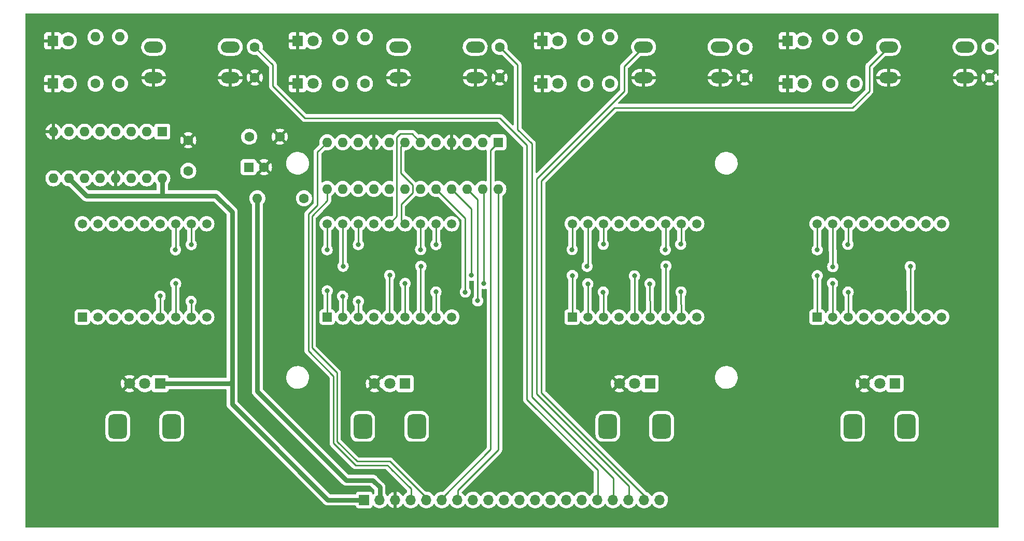
<source format=gbr>
%TF.GenerationSoftware,KiCad,Pcbnew,(6.0.5)*%
%TF.CreationDate,2022-12-29T11:20:52+00:00*%
%TF.ProjectId,PicoTX816-IOBoard,5069636f-5458-4383-9136-2d494f426f61,rev?*%
%TF.SameCoordinates,Original*%
%TF.FileFunction,Copper,L2,Bot*%
%TF.FilePolarity,Positive*%
%FSLAX46Y46*%
G04 Gerber Fmt 4.6, Leading zero omitted, Abs format (unit mm)*
G04 Created by KiCad (PCBNEW (6.0.5)) date 2022-12-29 11:20:52*
%MOMM*%
%LPD*%
G01*
G04 APERTURE LIST*
G04 Aperture macros list*
%AMRoundRect*
0 Rectangle with rounded corners*
0 $1 Rounding radius*
0 $2 $3 $4 $5 $6 $7 $8 $9 X,Y pos of 4 corners*
0 Add a 4 corners polygon primitive as box body*
4,1,4,$2,$3,$4,$5,$6,$7,$8,$9,$2,$3,0*
0 Add four circle primitives for the rounded corners*
1,1,$1+$1,$2,$3*
1,1,$1+$1,$4,$5*
1,1,$1+$1,$6,$7*
1,1,$1+$1,$8,$9*
0 Add four rect primitives between the rounded corners*
20,1,$1+$1,$2,$3,$4,$5,0*
20,1,$1+$1,$4,$5,$6,$7,0*
20,1,$1+$1,$6,$7,$8,$9,0*
20,1,$1+$1,$8,$9,$2,$3,0*%
G04 Aperture macros list end*
%TA.AperFunction,ComponentPad*%
%ADD10C,1.600000*%
%TD*%
%TA.AperFunction,ComponentPad*%
%ADD11R,1.800000X1.800000*%
%TD*%
%TA.AperFunction,ComponentPad*%
%ADD12C,1.800000*%
%TD*%
%TA.AperFunction,ComponentPad*%
%ADD13RoundRect,0.750000X-0.750000X1.250000X-0.750000X-1.250000X0.750000X-1.250000X0.750000X1.250000X0*%
%TD*%
%TA.AperFunction,ComponentPad*%
%ADD14R,1.600000X1.600000*%
%TD*%
%TA.AperFunction,ComponentPad*%
%ADD15O,1.600000X1.600000*%
%TD*%
%TA.AperFunction,ComponentPad*%
%ADD16R,1.500000X1.500000*%
%TD*%
%TA.AperFunction,ComponentPad*%
%ADD17C,1.500000*%
%TD*%
%TA.AperFunction,ComponentPad*%
%ADD18O,3.048000X1.850000*%
%TD*%
%TA.AperFunction,ComponentPad*%
%ADD19R,1.700000X1.700000*%
%TD*%
%TA.AperFunction,ComponentPad*%
%ADD20O,1.700000X1.700000*%
%TD*%
%TA.AperFunction,ViaPad*%
%ADD21C,0.800000*%
%TD*%
%TA.AperFunction,Conductor*%
%ADD22C,0.250000*%
%TD*%
%TA.AperFunction,Conductor*%
%ADD23C,0.800000*%
%TD*%
G04 APERTURE END LIST*
D10*
%TO.P,C2,1*%
%TO.N,GND*%
X93000000Y-26000000D03*
%TO.P,C2,2*%
%TO.N,/SW2*%
X93000000Y-21000000D03*
%TD*%
%TO.P,C6,1*%
%TO.N,+5V*%
X52100000Y-35670000D03*
%TO.P,C6,2*%
%TO.N,GND*%
X57100000Y-35670000D03*
%TD*%
D11*
%TO.P,D6,1,K*%
%TO.N,GND*%
X100000000Y-27000000D03*
D12*
%TO.P,D6,2,A*%
%TO.N,Net-(D6-Pad2)*%
X102540000Y-27000000D03*
%TD*%
D11*
%TO.P,RV3,1,1*%
%TO.N,+3V3*%
X117540000Y-76000000D03*
D12*
%TO.P,RV3,2,2*%
%TO.N,/ALG3*%
X115040000Y-76000000D03*
%TO.P,RV3,3,3*%
%TO.N,GND*%
X112540000Y-76000000D03*
D13*
%TO.P,RV3,MP*%
%TO.N,N/C*%
X110640000Y-83000000D03*
X119440000Y-83000000D03*
%TD*%
D14*
%TO.P,U4,1,QB*%
%TO.N,Net-(R7-Pad1)*%
X37905000Y-34840000D03*
D15*
%TO.P,U4,2,QC*%
%TO.N,Net-(R6-Pad1)*%
X35365000Y-34840000D03*
%TO.P,U4,3,QD*%
%TO.N,Net-(R5-Pad1)*%
X32825000Y-34840000D03*
%TO.P,U4,4,QE*%
%TO.N,Net-(R4-Pad1)*%
X30285000Y-34840000D03*
%TO.P,U4,5,QF*%
%TO.N,Net-(R3-Pad1)*%
X27745000Y-34840000D03*
%TO.P,U4,6,QG*%
%TO.N,Net-(R2-Pad1)*%
X25205000Y-34840000D03*
%TO.P,U4,7,QH*%
%TO.N,Net-(R1-Pad1)*%
X22665000Y-34840000D03*
%TO.P,U4,8,GND*%
%TO.N,GND*%
X20125000Y-34840000D03*
%TO.P,U4,9,QH'*%
%TO.N,/595_OUT*%
X20125000Y-42460000D03*
%TO.P,U4,10,~{SRCLR}*%
%TO.N,+3V3*%
X22665000Y-42460000D03*
%TO.P,U4,11,SRCLK*%
%TO.N,/595_SHCP*%
X25205000Y-42460000D03*
%TO.P,U4,12,RCLK*%
%TO.N,/595_STCP*%
X27745000Y-42460000D03*
%TO.P,U4,13,~{OE}*%
%TO.N,GND*%
X30285000Y-42460000D03*
%TO.P,U4,14,SER*%
%TO.N,/595_DS*%
X32825000Y-42460000D03*
%TO.P,U4,15,QA*%
%TO.N,Net-(R8-Pad1)*%
X35365000Y-42460000D03*
%TO.P,U4,16,VCC*%
%TO.N,+3V3*%
X37905000Y-42460000D03*
%TD*%
D16*
%TO.P,U7,1,DIG1_E*%
%TO.N,Net-(U10-Pad1)*%
X24840000Y-65120000D03*
D17*
%TO.P,U7,2,DIG1_D*%
%TO.N,Net-(U10-Pad2)*%
X27380000Y-65120000D03*
%TO.P,U7,3,DIG1_C*%
%TO.N,Net-(U10-Pad3)*%
X29920000Y-65120000D03*
%TO.P,U7,4,DP1*%
%TO.N,Net-(U10-Pad4)*%
X32460000Y-65120000D03*
%TO.P,U7,5,DIG2_E*%
%TO.N,Net-(U10-Pad1)*%
X35000000Y-65120000D03*
%TO.P,U7,6,DIG2_D*%
%TO.N,Net-(U10-Pad2)*%
X37540000Y-65120000D03*
%TO.P,U7,7,DIG2_G*%
%TO.N,Net-(U10-Pad17)*%
X40080000Y-65120000D03*
%TO.P,U7,8,DIG2_C*%
%TO.N,Net-(U10-Pad3)*%
X42620000Y-65120000D03*
%TO.P,U7,9,DP2*%
%TO.N,Net-(U10-Pad4)*%
X45160000Y-65120000D03*
%TO.P,U7,10,DIG2_B*%
%TO.N,Net-(U10-Pad10)*%
X45160000Y-49880000D03*
%TO.P,U7,11,DIG2_A*%
%TO.N,Net-(U10-Pad11)*%
X42620000Y-49880000D03*
%TO.P,U7,12,DIG2_F*%
%TO.N,Net-(U10-Pad12)*%
X40080000Y-49880000D03*
%TO.P,U7,13,DIG2_CC*%
%TO.N,Net-(U2-Pad11)*%
X37540000Y-49880000D03*
%TO.P,U7,14,DIG1_CC*%
%TO.N,Net-(U2-Pad2)*%
X35000000Y-49880000D03*
%TO.P,U7,15,DIG1_B*%
%TO.N,Net-(U10-Pad10)*%
X32460000Y-49880000D03*
%TO.P,U7,16,DIG1_A*%
%TO.N,Net-(U10-Pad11)*%
X29920000Y-49880000D03*
%TO.P,U7,17,DIG1_G*%
%TO.N,Net-(U10-Pad17)*%
X27380000Y-49880000D03*
%TO.P,U7,18,DIG1_F*%
%TO.N,Net-(U10-Pad12)*%
X24840000Y-49880000D03*
%TD*%
D10*
%TO.P,R3,1*%
%TO.N,Net-(R3-Pad1)*%
X67000000Y-27000000D03*
D15*
%TO.P,R3,2*%
%TO.N,Net-(D3-Pad2)*%
X67000000Y-19380000D03*
%TD*%
D10*
%TO.P,R2,1*%
%TO.N,Net-(R2-Pad1)*%
X31000000Y-27000000D03*
D15*
%TO.P,R2,2*%
%TO.N,Net-(D2-Pad2)*%
X31000000Y-19380000D03*
%TD*%
D18*
%TO.P,SW3,1,1*%
%TO.N,/SW3*%
X129000000Y-21000000D03*
X116500000Y-21000000D03*
%TO.P,SW3,2,2*%
%TO.N,GND*%
X116500000Y-26000000D03*
X129000000Y-26000000D03*
%TD*%
D10*
%TO.P,R1,1*%
%TO.N,Net-(R1-Pad1)*%
X27000000Y-27000000D03*
D15*
%TO.P,R1,2*%
%TO.N,Net-(D1-Pad2)*%
X27000000Y-19380000D03*
%TD*%
D10*
%TO.P,R9,1*%
%TO.N,Net-(R9-Pad1)*%
X61040000Y-45720000D03*
D15*
%TO.P,R9,2*%
%TO.N,+5V*%
X53420000Y-45720000D03*
%TD*%
D10*
%TO.P,C4,1*%
%TO.N,GND*%
X173000000Y-26000000D03*
%TO.P,C4,2*%
%TO.N,/SW4*%
X173000000Y-21000000D03*
%TD*%
%TO.P,R8,1*%
%TO.N,Net-(R8-Pad1)*%
X151000000Y-27000000D03*
D15*
%TO.P,R8,2*%
%TO.N,Net-(D8-Pad2)*%
X151000000Y-19380000D03*
%TD*%
D10*
%TO.P,R5,1*%
%TO.N,Net-(R5-Pad1)*%
X107000000Y-27000000D03*
D15*
%TO.P,R5,2*%
%TO.N,Net-(D5-Pad2)*%
X107000000Y-19380000D03*
%TD*%
D16*
%TO.P,U9,1,DIG1_E*%
%TO.N,Net-(U10-Pad1)*%
X104840000Y-65120000D03*
D17*
%TO.P,U9,2,DIG1_D*%
%TO.N,Net-(U10-Pad2)*%
X107380000Y-65120000D03*
%TO.P,U9,3,DIG1_C*%
%TO.N,Net-(U10-Pad3)*%
X109920000Y-65120000D03*
%TO.P,U9,4,DP1*%
%TO.N,Net-(U10-Pad4)*%
X112460000Y-65120000D03*
%TO.P,U9,5,DIG2_E*%
%TO.N,Net-(U10-Pad1)*%
X115000000Y-65120000D03*
%TO.P,U9,6,DIG2_D*%
%TO.N,Net-(U10-Pad2)*%
X117540000Y-65120000D03*
%TO.P,U9,7,DIG2_G*%
%TO.N,Net-(U10-Pad17)*%
X120080000Y-65120000D03*
%TO.P,U9,8,DIG2_C*%
%TO.N,Net-(U10-Pad3)*%
X122620000Y-65120000D03*
%TO.P,U9,9,DP2*%
%TO.N,Net-(U10-Pad4)*%
X125160000Y-65120000D03*
%TO.P,U9,10,DIG2_B*%
%TO.N,Net-(U10-Pad10)*%
X125160000Y-49880000D03*
%TO.P,U9,11,DIG2_A*%
%TO.N,Net-(U10-Pad11)*%
X122620000Y-49880000D03*
%TO.P,U9,12,DIG2_F*%
%TO.N,Net-(U10-Pad12)*%
X120080000Y-49880000D03*
%TO.P,U9,13,DIG2_CC*%
%TO.N,Net-(U2-Pad10)*%
X117540000Y-49880000D03*
%TO.P,U9,14,DIG1_CC*%
%TO.N,Net-(U2-Pad3)*%
X115000000Y-49880000D03*
%TO.P,U9,15,DIG1_B*%
%TO.N,Net-(U10-Pad10)*%
X112460000Y-49880000D03*
%TO.P,U9,16,DIG1_A*%
%TO.N,Net-(U10-Pad11)*%
X109920000Y-49880000D03*
%TO.P,U9,17,DIG1_G*%
%TO.N,Net-(U10-Pad17)*%
X107380000Y-49880000D03*
%TO.P,U9,18,DIG1_F*%
%TO.N,Net-(U10-Pad12)*%
X104840000Y-49880000D03*
%TD*%
D11*
%TO.P,D1,1,K*%
%TO.N,GND*%
X20000000Y-20000000D03*
D12*
%TO.P,D1,2,A*%
%TO.N,Net-(D1-Pad2)*%
X22540000Y-20000000D03*
%TD*%
D19*
%TO.P,J2,1,Pin_1*%
%TO.N,+3V3*%
X70870000Y-95000000D03*
D20*
%TO.P,J2,2,Pin_2*%
%TO.N,+5V*%
X73410000Y-95000000D03*
%TO.P,J2,3,Pin_3*%
%TO.N,GND*%
X75950000Y-95000000D03*
%TO.P,J2,4,Pin_4*%
%TO.N,/SPI0_CS_5V*%
X78490000Y-95000000D03*
%TO.P,J2,5,Pin_5*%
%TO.N,/SPI0_SCK_5V*%
X81030000Y-95000000D03*
%TO.P,J2,6,Pin_6*%
%TO.N,/SPI0_TX_5V*%
X83570000Y-95000000D03*
%TO.P,J2,7,Pin_7*%
%TO.N,/LED_OUT_5V*%
X86110000Y-95000000D03*
%TO.P,J2,8,Pin_8*%
%TO.N,/595_SHCP*%
X88650000Y-95000000D03*
%TO.P,J2,9,Pin_9*%
%TO.N,/595_STCP*%
X91190000Y-95000000D03*
%TO.P,J2,10,Pin_10*%
%TO.N,/595_DS*%
X93730000Y-95000000D03*
%TO.P,J2,11,Pin_11*%
%TO.N,/595_OUT*%
X96270000Y-95000000D03*
%TO.P,J2,12,Pin_12*%
%TO.N,/ALG1*%
X98810000Y-95000000D03*
%TO.P,J2,13,Pin_13*%
%TO.N,/ALG2*%
X101350000Y-95000000D03*
%TO.P,J2,14,Pin_14*%
%TO.N,/ALG3*%
X103890000Y-95000000D03*
%TO.P,J2,15,Pin_15*%
%TO.N,/ALG4*%
X106430000Y-95000000D03*
%TO.P,J2,16,Pin_16*%
%TO.N,/SW1*%
X108970000Y-95000000D03*
%TO.P,J2,17,Pin_17*%
%TO.N,/SW2*%
X111510000Y-95000000D03*
%TO.P,J2,18,Pin_18*%
%TO.N,/SW3*%
X114050000Y-95000000D03*
%TO.P,J2,19,Pin_19*%
%TO.N,/SW4*%
X116590000Y-95000000D03*
%TO.P,J2,20,Pin_20*%
%TO.N,unconnected-(J2-Pad20)*%
X119130000Y-95000000D03*
%TD*%
D11*
%TO.P,D7,1,K*%
%TO.N,GND*%
X140000000Y-20000000D03*
D12*
%TO.P,D7,2,A*%
%TO.N,Net-(D7-Pad2)*%
X142540000Y-20000000D03*
%TD*%
D11*
%TO.P,RV1,1,1*%
%TO.N,+3V3*%
X37540000Y-76000000D03*
D12*
%TO.P,RV1,2,2*%
%TO.N,/ALG1*%
X35040000Y-76000000D03*
%TO.P,RV1,3,3*%
%TO.N,GND*%
X32540000Y-76000000D03*
D13*
%TO.P,RV1,MP*%
%TO.N,N/C*%
X30640000Y-83000000D03*
X39440000Y-83000000D03*
%TD*%
D18*
%TO.P,SW1,1,1*%
%TO.N,/SW1*%
X36500000Y-21000000D03*
X49000000Y-21000000D03*
%TO.P,SW1,2,2*%
%TO.N,GND*%
X49000000Y-26000000D03*
X36500000Y-26000000D03*
%TD*%
%TO.P,SW2,1,1*%
%TO.N,/SW2*%
X76500000Y-21000000D03*
X89000000Y-21000000D03*
%TO.P,SW2,2,2*%
%TO.N,GND*%
X89000000Y-26000000D03*
X76500000Y-26000000D03*
%TD*%
D14*
%TO.P,C10,1*%
%TO.N,+5V*%
X52014888Y-40650000D03*
D10*
%TO.P,C10,2*%
%TO.N,GND*%
X54514888Y-40650000D03*
%TD*%
D18*
%TO.P,SW4,1,1*%
%TO.N,/SW4*%
X169000000Y-21000000D03*
X156500000Y-21000000D03*
%TO.P,SW4,2,2*%
%TO.N,GND*%
X156500000Y-26000000D03*
X169000000Y-26000000D03*
%TD*%
D11*
%TO.P,D8,1,K*%
%TO.N,GND*%
X140000000Y-27000000D03*
D12*
%TO.P,D8,2,A*%
%TO.N,Net-(D8-Pad2)*%
X142540000Y-27000000D03*
%TD*%
D16*
%TO.P,U10,1,DIG1_E*%
%TO.N,Net-(U10-Pad1)*%
X144840000Y-65120000D03*
D17*
%TO.P,U10,2,DIG1_D*%
%TO.N,Net-(U10-Pad2)*%
X147380000Y-65120000D03*
%TO.P,U10,3,DIG1_C*%
%TO.N,Net-(U10-Pad3)*%
X149920000Y-65120000D03*
%TO.P,U10,4,DP1*%
%TO.N,Net-(U10-Pad4)*%
X152460000Y-65120000D03*
%TO.P,U10,5,DIG2_E*%
%TO.N,Net-(U10-Pad1)*%
X155000000Y-65120000D03*
%TO.P,U10,6,DIG2_D*%
%TO.N,Net-(U10-Pad2)*%
X157540000Y-65120000D03*
%TO.P,U10,7,DIG2_G*%
%TO.N,Net-(U10-Pad17)*%
X160080000Y-65120000D03*
%TO.P,U10,8,DIG2_C*%
%TO.N,Net-(U10-Pad3)*%
X162620000Y-65120000D03*
%TO.P,U10,9,DP2*%
%TO.N,Net-(U10-Pad4)*%
X165160000Y-65120000D03*
%TO.P,U10,10,DIG2_B*%
%TO.N,Net-(U10-Pad10)*%
X165160000Y-49880000D03*
%TO.P,U10,11,DIG2_A*%
%TO.N,Net-(U10-Pad11)*%
X162620000Y-49880000D03*
%TO.P,U10,12,DIG2_F*%
%TO.N,Net-(U10-Pad12)*%
X160080000Y-49880000D03*
%TO.P,U10,13,DIG2_CC*%
%TO.N,Net-(U10-Pad13)*%
X157540000Y-49880000D03*
%TO.P,U10,14,DIG1_CC*%
%TO.N,Net-(U10-Pad14)*%
X155000000Y-49880000D03*
%TO.P,U10,15,DIG1_B*%
%TO.N,Net-(U10-Pad10)*%
X152460000Y-49880000D03*
%TO.P,U10,16,DIG1_A*%
%TO.N,Net-(U10-Pad11)*%
X149920000Y-49880000D03*
%TO.P,U10,17,DIG1_G*%
%TO.N,Net-(U10-Pad17)*%
X147380000Y-49880000D03*
%TO.P,U10,18,DIG1_F*%
%TO.N,Net-(U10-Pad12)*%
X144840000Y-49880000D03*
%TD*%
D11*
%TO.P,D4,1,K*%
%TO.N,GND*%
X60000000Y-27000000D03*
D12*
%TO.P,D4,2,A*%
%TO.N,Net-(D4-Pad2)*%
X62540000Y-27000000D03*
%TD*%
D11*
%TO.P,RV4,1,1*%
%TO.N,+3V3*%
X157540000Y-76000000D03*
D12*
%TO.P,RV4,2,2*%
%TO.N,/ALG4*%
X155040000Y-76000000D03*
%TO.P,RV4,3,3*%
%TO.N,GND*%
X152540000Y-76000000D03*
D13*
%TO.P,RV4,MP*%
%TO.N,N/C*%
X159440000Y-83000000D03*
X150640000Y-83000000D03*
%TD*%
D11*
%TO.P,D2,1,K*%
%TO.N,GND*%
X20000000Y-27000000D03*
D12*
%TO.P,D2,2,A*%
%TO.N,Net-(D2-Pad2)*%
X22540000Y-27000000D03*
%TD*%
D11*
%TO.P,D5,1,K*%
%TO.N,GND*%
X100000000Y-20000000D03*
D12*
%TO.P,D5,2,A*%
%TO.N,Net-(D5-Pad2)*%
X102540000Y-20000000D03*
%TD*%
D16*
%TO.P,U8,1,DIG1_E*%
%TO.N,Net-(U10-Pad1)*%
X64840000Y-65120000D03*
D17*
%TO.P,U8,2,DIG1_D*%
%TO.N,Net-(U10-Pad2)*%
X67380000Y-65120000D03*
%TO.P,U8,3,DIG1_C*%
%TO.N,Net-(U10-Pad3)*%
X69920000Y-65120000D03*
%TO.P,U8,4,DP1*%
%TO.N,Net-(U10-Pad4)*%
X72460000Y-65120000D03*
%TO.P,U8,5,DIG2_E*%
%TO.N,Net-(U10-Pad1)*%
X75000000Y-65120000D03*
%TO.P,U8,6,DIG2_D*%
%TO.N,Net-(U10-Pad2)*%
X77540000Y-65120000D03*
%TO.P,U8,7,DIG2_G*%
%TO.N,Net-(U10-Pad17)*%
X80080000Y-65120000D03*
%TO.P,U8,8,DIG2_C*%
%TO.N,Net-(U10-Pad3)*%
X82620000Y-65120000D03*
%TO.P,U8,9,DP2*%
%TO.N,Net-(U10-Pad4)*%
X85160000Y-65120000D03*
%TO.P,U8,10,DIG2_B*%
%TO.N,Net-(U10-Pad10)*%
X85160000Y-49880000D03*
%TO.P,U8,11,DIG2_A*%
%TO.N,Net-(U10-Pad11)*%
X82620000Y-49880000D03*
%TO.P,U8,12,DIG2_F*%
%TO.N,Net-(U10-Pad12)*%
X80080000Y-49880000D03*
%TO.P,U8,13,DIG2_CC*%
%TO.N,Net-(U2-Pad7)*%
X77540000Y-49880000D03*
%TO.P,U8,14,DIG1_CC*%
%TO.N,Net-(U2-Pad6)*%
X75000000Y-49880000D03*
%TO.P,U8,15,DIG1_B*%
%TO.N,Net-(U10-Pad10)*%
X72460000Y-49880000D03*
%TO.P,U8,16,DIG1_A*%
%TO.N,Net-(U10-Pad11)*%
X69920000Y-49880000D03*
%TO.P,U8,17,DIG1_G*%
%TO.N,Net-(U10-Pad17)*%
X67380000Y-49880000D03*
%TO.P,U8,18,DIG1_F*%
%TO.N,Net-(U10-Pad12)*%
X64840000Y-49880000D03*
%TD*%
D10*
%TO.P,R6,1*%
%TO.N,Net-(R6-Pad1)*%
X111000000Y-27000000D03*
D15*
%TO.P,R6,2*%
%TO.N,Net-(D6-Pad2)*%
X111000000Y-19380000D03*
%TD*%
D10*
%TO.P,R4,1*%
%TO.N,Net-(R4-Pad1)*%
X71000000Y-27000000D03*
D15*
%TO.P,R4,2*%
%TO.N,Net-(D4-Pad2)*%
X71000000Y-19380000D03*
%TD*%
D11*
%TO.P,D3,1,K*%
%TO.N,GND*%
X60000000Y-20000000D03*
D12*
%TO.P,D3,2,A*%
%TO.N,Net-(D3-Pad2)*%
X62540000Y-20000000D03*
%TD*%
D10*
%TO.P,R7,1*%
%TO.N,Net-(R7-Pad1)*%
X147000000Y-27000000D03*
D15*
%TO.P,R7,2*%
%TO.N,Net-(D7-Pad2)*%
X147000000Y-19380000D03*
%TD*%
D11*
%TO.P,RV2,1,1*%
%TO.N,+3V3*%
X77540000Y-76000000D03*
D12*
%TO.P,RV2,2,2*%
%TO.N,/ALG2*%
X75040000Y-76000000D03*
%TO.P,RV2,3,3*%
%TO.N,GND*%
X72540000Y-76000000D03*
D13*
%TO.P,RV2,MP*%
%TO.N,N/C*%
X70640000Y-83000000D03*
X79440000Y-83000000D03*
%TD*%
D10*
%TO.P,C3,1*%
%TO.N,GND*%
X133000000Y-26000000D03*
%TO.P,C3,2*%
%TO.N,/SW3*%
X133000000Y-21000000D03*
%TD*%
%TO.P,C9,1*%
%TO.N,+3V3*%
X42140000Y-41250000D03*
%TO.P,C9,2*%
%TO.N,GND*%
X42140000Y-36250000D03*
%TD*%
D14*
%TO.P,U2,1,DIN*%
%TO.N,/SPI0_TX_5V*%
X92775000Y-36580000D03*
D15*
%TO.P,U2,2,DIG_0*%
%TO.N,Net-(U2-Pad2)*%
X90235000Y-36580000D03*
%TO.P,U2,3,DIG_4*%
%TO.N,Net-(U2-Pad3)*%
X87695000Y-36580000D03*
%TO.P,U2,4,GND*%
%TO.N,GND*%
X85155000Y-36580000D03*
%TO.P,U2,5,DIG_6*%
%TO.N,Net-(U10-Pad14)*%
X82615000Y-36580000D03*
%TO.P,U2,6,DIG_2*%
%TO.N,Net-(U2-Pad6)*%
X80075000Y-36580000D03*
%TO.P,U2,7,DIG_3*%
%TO.N,Net-(U2-Pad7)*%
X77535000Y-36580000D03*
%TO.P,U2,8,DIG_7*%
%TO.N,Net-(U10-Pad13)*%
X74995000Y-36580000D03*
%TO.P,U2,9,GND*%
%TO.N,GND*%
X72455000Y-36580000D03*
%TO.P,U2,10,DIG_5*%
%TO.N,Net-(U2-Pad10)*%
X69915000Y-36580000D03*
%TO.P,U2,11,DIG_1*%
%TO.N,Net-(U2-Pad11)*%
X67375000Y-36580000D03*
%TO.P,U2,12,LOAD*%
%TO.N,/SPI0_CS_5V*%
X64835000Y-36580000D03*
%TO.P,U2,13,CLK*%
%TO.N,/SPI0_SCK_5V*%
X64835000Y-44200000D03*
%TO.P,U2,14,SEG_A*%
%TO.N,Net-(U10-Pad11)*%
X67375000Y-44200000D03*
%TO.P,U2,15,SEG_F*%
%TO.N,Net-(U10-Pad12)*%
X69915000Y-44200000D03*
%TO.P,U2,16,SEG_B*%
%TO.N,Net-(U10-Pad10)*%
X72455000Y-44200000D03*
%TO.P,U2,17,SEG_G*%
%TO.N,Net-(U10-Pad17)*%
X74995000Y-44200000D03*
%TO.P,U2,18,ISET*%
%TO.N,Net-(R9-Pad1)*%
X77535000Y-44200000D03*
%TO.P,U2,19,V+*%
%TO.N,+5V*%
X80075000Y-44200000D03*
%TO.P,U2,20,SEG_C*%
%TO.N,Net-(U10-Pad3)*%
X82615000Y-44200000D03*
%TO.P,U2,21,SEG_E*%
%TO.N,Net-(U10-Pad1)*%
X85155000Y-44200000D03*
%TO.P,U2,22,SEG_DP*%
%TO.N,Net-(U10-Pad4)*%
X87695000Y-44200000D03*
%TO.P,U2,23,SEG_D*%
%TO.N,Net-(U10-Pad2)*%
X90235000Y-44200000D03*
%TO.P,U2,24,DOUT*%
%TO.N,/LED_OUT_5V*%
X92775000Y-44200000D03*
%TD*%
D10*
%TO.P,C1,1*%
%TO.N,GND*%
X53000000Y-26000000D03*
%TO.P,C1,2*%
%TO.N,/SW1*%
X53000000Y-21000000D03*
%TD*%
D21*
%TO.N,GND*%
X64220000Y-57020000D03*
X59540000Y-57020000D03*
%TO.N,Net-(U10-Pad11)*%
X149850000Y-53260000D03*
X122560000Y-53230000D03*
X109920000Y-53250000D03*
X82590000Y-53300000D03*
X69920000Y-53290000D03*
X42630000Y-53300000D03*
%TO.N,Net-(U10-Pad12)*%
X64820000Y-54140000D03*
X40060000Y-54150000D03*
X144850000Y-54140000D03*
X104820000Y-54100000D03*
X80080000Y-54110000D03*
X120040000Y-54130000D03*
%TO.N,Net-(U10-Pad17)*%
X160050000Y-56880000D03*
X120140000Y-56800000D03*
X147390000Y-56900000D03*
X107270000Y-56850000D03*
X80140000Y-56830000D03*
X67430000Y-56840000D03*
X40090000Y-59650000D03*
%TO.N,Net-(U10-Pad3)*%
X87380000Y-61050000D03*
X69920000Y-62580000D03*
X149900000Y-61050000D03*
X82590000Y-61030000D03*
X109910000Y-61050000D03*
X42610000Y-62580000D03*
X122600000Y-61020000D03*
%TO.N,Net-(U10-Pad1)*%
X115010000Y-58410000D03*
X88392000Y-58320000D03*
X144860000Y-58370000D03*
X64840000Y-60840000D03*
X104870000Y-58350000D03*
X75030000Y-58320000D03*
%TO.N,Net-(U10-Pad4)*%
X89408000Y-62470000D03*
%TO.N,Net-(U10-Pad2)*%
X147350000Y-59610000D03*
X90424000Y-59640000D03*
X117530000Y-59690000D03*
X37550000Y-61700000D03*
X107390000Y-59690000D03*
X67350000Y-61720000D03*
X77550000Y-59630000D03*
%TD*%
D22*
%TO.N,/SW2*%
X98250000Y-36800000D02*
X98250000Y-78190000D01*
X98250000Y-78190000D02*
X111525000Y-91465000D01*
X95910000Y-34460000D02*
X98250000Y-36800000D01*
X95910000Y-23910000D02*
X95910000Y-34460000D01*
X93000000Y-21000000D02*
X95910000Y-23910000D01*
X111525000Y-91465000D02*
X111525000Y-94680000D01*
%TO.N,/SW4*%
X116590000Y-94250000D02*
X116590000Y-95000000D01*
X99815000Y-77475000D02*
X116590000Y-94250000D01*
X99815000Y-42895000D02*
X99815000Y-77475000D01*
X111770000Y-30940000D02*
X99815000Y-42895000D01*
X150620000Y-30940000D02*
X111770000Y-30940000D01*
X153360000Y-24140000D02*
X153360000Y-28200000D01*
X153360000Y-28200000D02*
X150620000Y-30940000D01*
X156500000Y-21000000D02*
X153360000Y-24140000D01*
%TO.N,/SW3*%
X98995000Y-77705718D02*
X114065000Y-92775718D01*
X98995000Y-42555000D02*
X98995000Y-77705718D01*
X113320000Y-24180000D02*
X113320000Y-28230000D01*
X113320000Y-28230000D02*
X98995000Y-42555000D01*
X114065000Y-92775718D02*
X114065000Y-94680000D01*
X116500000Y-21000000D02*
X113320000Y-24180000D01*
%TO.N,/SPI0_TX_5V*%
X91500000Y-86765000D02*
X83585000Y-94680000D01*
X91500000Y-37855000D02*
X91500000Y-86765000D01*
X92775000Y-36580000D02*
X91500000Y-37855000D01*
%TO.N,/SPI0_CS_5V*%
X74690000Y-89360000D02*
X75240000Y-89910000D01*
X69470000Y-89360000D02*
X74690000Y-89360000D01*
X65870000Y-74760000D02*
X65870000Y-85760000D01*
X61745000Y-70635000D02*
X65870000Y-74760000D01*
X61745000Y-48325000D02*
X61745000Y-70635000D01*
X63237500Y-46832500D02*
X61745000Y-48325000D01*
X63237500Y-38177500D02*
X63237500Y-46832500D01*
X65870000Y-85760000D02*
X69470000Y-89360000D01*
X64835000Y-36580000D02*
X63237500Y-38177500D01*
X75240000Y-89920000D02*
X78505000Y-93185000D01*
%TO.N,/SW1*%
X93000000Y-32620000D02*
X97430000Y-37050000D01*
X61210300Y-32620000D02*
X93000000Y-32620000D01*
X97430000Y-37050000D02*
X97430000Y-78570000D01*
X55950000Y-27359700D02*
X61210300Y-32620000D01*
X97430000Y-78570000D02*
X108985000Y-90125000D01*
X55950000Y-23950000D02*
X55950000Y-27359700D01*
X108985000Y-90125000D02*
X108985000Y-94680000D01*
X53000000Y-21000000D02*
X55950000Y-23950000D01*
%TO.N,Net-(U10-Pad3)*%
X87376000Y-61046000D02*
X87380000Y-61050000D01*
X82615000Y-44200000D02*
X87376000Y-48961000D01*
X87376000Y-48961000D02*
X87376000Y-61046000D01*
D23*
%TO.N,+3V3*%
X49310000Y-75660000D02*
X48970000Y-76000000D01*
X49310000Y-47980000D02*
X49310000Y-75660000D01*
X46650000Y-45320000D02*
X49310000Y-47980000D01*
X48970000Y-76000000D02*
X37540000Y-76000000D01*
X37905000Y-42460000D02*
X37905000Y-45215000D01*
X64940000Y-95000000D02*
X70870000Y-95000000D01*
X49310000Y-75660000D02*
X49310000Y-79370000D01*
X49310000Y-79370000D02*
X52210000Y-82270000D01*
X37905000Y-45215000D02*
X38010000Y-45320000D01*
X22665000Y-42460000D02*
X25525000Y-45320000D01*
X25525000Y-45320000D02*
X38010000Y-45320000D01*
X38010000Y-45320000D02*
X46650000Y-45320000D01*
X52210000Y-82270000D02*
X64940000Y-95000000D01*
%TO.N,+5V*%
X72260000Y-91790000D02*
X73425000Y-92955000D01*
X67995000Y-91790000D02*
X72260000Y-91790000D01*
X53420000Y-77215000D02*
X67995000Y-91790000D01*
X53420000Y-45720000D02*
X53420000Y-77215000D01*
X73425000Y-92955000D02*
X73425000Y-94680000D01*
D22*
%TO.N,/SPI0_CS_5V*%
X78505000Y-93185000D02*
X78505000Y-94680000D01*
%TO.N,/SPI0_SCK_5V*%
X75085000Y-88720000D02*
X81045000Y-94680000D01*
X69700000Y-88720000D02*
X75085000Y-88720000D01*
X62340000Y-48630000D02*
X64835000Y-46135000D01*
X64835000Y-46135000D02*
X64835000Y-44200000D01*
X62340000Y-48630000D02*
X62340000Y-70170000D01*
X66410000Y-85430000D02*
X69700000Y-88720000D01*
X66410000Y-74240000D02*
X66410000Y-85430000D01*
X62340000Y-70170000D02*
X66410000Y-74240000D01*
%TO.N,/LED_OUT_5V*%
X92775000Y-44200000D02*
X92775000Y-86795000D01*
X86125000Y-93445000D02*
X86125000Y-94680000D01*
X92775000Y-86795000D02*
X86125000Y-93445000D01*
%TO.N,Net-(U10-Pad11)*%
X42630000Y-53230000D02*
X42620000Y-53250000D01*
X122620000Y-49880000D02*
X122620000Y-53270000D01*
X69920000Y-49880000D02*
X69920000Y-53290000D01*
X149920000Y-49880000D02*
X149920000Y-53190000D01*
X109920000Y-49880000D02*
X109920000Y-53250000D01*
X82620000Y-49880000D02*
X82620000Y-53270000D01*
X42620000Y-49880000D02*
X42630000Y-53230000D01*
%TO.N,Net-(U10-Pad12)*%
X104840000Y-54080000D02*
X104840000Y-49880000D01*
X64820000Y-54140000D02*
X64840000Y-54120000D01*
X40080000Y-54130000D02*
X40080000Y-49880000D01*
X104820000Y-54100000D02*
X104840000Y-54080000D01*
X120040000Y-54130000D02*
X120080000Y-54090000D01*
X64840000Y-54120000D02*
X64840000Y-49880000D01*
X80080000Y-54110000D02*
X80080000Y-49880000D01*
X144840000Y-54130000D02*
X144850000Y-54140000D01*
X120080000Y-54090000D02*
X120080000Y-49880000D01*
X144840000Y-49880000D02*
X144840000Y-54130000D01*
X40060000Y-54150000D02*
X40080000Y-54130000D01*
%TO.N,Net-(U10-Pad17)*%
X107380000Y-56740000D02*
X107270000Y-56850000D01*
X147380000Y-54240000D02*
X147390000Y-54250000D01*
X107380000Y-49880000D02*
X107380000Y-56740000D01*
X67380000Y-54970000D02*
X67380000Y-49880000D01*
X80080000Y-65120000D02*
X80080000Y-56890000D01*
X67380000Y-56790000D02*
X67430000Y-56840000D01*
X160080000Y-65120000D02*
X160050000Y-56880000D01*
X147390000Y-54250000D02*
X147390000Y-56900000D01*
X40080000Y-59660000D02*
X40080000Y-65120000D01*
X67380000Y-54970000D02*
X67380000Y-56790000D01*
X40090000Y-59650000D02*
X40080000Y-59660000D01*
X120080000Y-65120000D02*
X120080000Y-56860000D01*
X147360000Y-54260000D02*
X147380000Y-54240000D01*
X147380000Y-49880000D02*
X147360000Y-54260000D01*
%TO.N,Net-(U10-Pad3)*%
X109920000Y-65120000D02*
X109920000Y-61060000D01*
X122620000Y-65120000D02*
X122600000Y-61020000D01*
X82620000Y-65120000D02*
X82620000Y-61060000D01*
X42620000Y-62590000D02*
X42620000Y-65120000D01*
X42610000Y-62580000D02*
X42620000Y-62590000D01*
X149920000Y-65120000D02*
X149920000Y-61070000D01*
X69920000Y-62580000D02*
X69920000Y-65120000D01*
%TO.N,Net-(U10-Pad1)*%
X88392000Y-47437000D02*
X88392000Y-58320000D01*
X115000000Y-65120000D02*
X115010000Y-58410000D01*
X64840000Y-60840000D02*
X64840000Y-65120000D01*
X75000000Y-65120000D02*
X75000000Y-58350000D01*
X104840000Y-65120000D02*
X104840000Y-58380000D01*
X144840000Y-65120000D02*
X144860000Y-58370000D01*
X85155000Y-44200000D02*
X88392000Y-47437000D01*
%TO.N,Net-(U10-Pad4)*%
X89408000Y-62470000D02*
X89408000Y-45913000D01*
X89408000Y-45913000D02*
X89327500Y-45832500D01*
X87695000Y-44200000D02*
X89327500Y-45832500D01*
%TO.N,Net-(U10-Pad2)*%
X37540000Y-61710000D02*
X37550000Y-61700000D01*
X107390000Y-59690000D02*
X107380000Y-59700000D01*
X90424000Y-59640000D02*
X90424000Y-44389000D01*
X90424000Y-44389000D02*
X90235000Y-44200000D01*
X107380000Y-65120000D02*
X107389945Y-59720055D01*
X67380000Y-61750000D02*
X67350000Y-61720000D01*
X147380000Y-65120000D02*
X147350000Y-59610000D01*
X37540000Y-65120000D02*
X37540000Y-61710000D01*
X77540000Y-65120000D02*
X77550000Y-59630000D01*
X107389945Y-59720055D02*
X107390000Y-59690000D01*
X117540000Y-65120000D02*
X117530000Y-59690000D01*
X67380000Y-65120000D02*
X67380000Y-61750000D01*
%TO.N,Net-(U2-Pad6)*%
X76210000Y-35730000D02*
X76755000Y-35185000D01*
X75000000Y-49880000D02*
X76210000Y-48670000D01*
X78680000Y-35185000D02*
X80075000Y-36580000D01*
X76210000Y-48670000D02*
X76210000Y-35730000D01*
X76755000Y-35185000D02*
X78680000Y-35185000D01*
%TO.N,Net-(U2-Pad7)*%
X78659511Y-43399511D02*
X78669511Y-43399511D01*
X78790000Y-43520000D02*
X78790000Y-44850000D01*
X76930000Y-49270000D02*
X77540000Y-49880000D01*
X78669511Y-43399511D02*
X78790000Y-43520000D01*
X76930000Y-46710000D02*
X76930000Y-49270000D01*
X76850000Y-37265000D02*
X76850000Y-41590000D01*
X77535000Y-36580000D02*
X76850000Y-37265000D01*
X76850000Y-41590000D02*
X78659511Y-43399511D01*
X78790000Y-44850000D02*
X76930000Y-46710000D01*
%TD*%
%TA.AperFunction,Conductor*%
%TO.N,GND*%
G36*
X174433621Y-15528502D02*
G01*
X174480114Y-15582158D01*
X174491500Y-15634500D01*
X174491500Y-20553634D01*
X174471498Y-20621755D01*
X174417842Y-20668248D01*
X174347568Y-20678352D01*
X174282988Y-20648858D01*
X174243793Y-20586245D01*
X174235707Y-20556067D01*
X174235706Y-20556065D01*
X174234284Y-20550757D01*
X174222237Y-20524922D01*
X174139849Y-20348238D01*
X174139846Y-20348233D01*
X174137523Y-20343251D01*
X174037175Y-20199939D01*
X174009357Y-20160211D01*
X174009355Y-20160208D01*
X174006198Y-20155700D01*
X173844300Y-19993802D01*
X173839792Y-19990645D01*
X173839789Y-19990643D01*
X173761611Y-19935902D01*
X173656749Y-19862477D01*
X173651767Y-19860154D01*
X173651762Y-19860151D01*
X173454225Y-19768039D01*
X173454224Y-19768039D01*
X173449243Y-19765716D01*
X173443935Y-19764294D01*
X173443933Y-19764293D01*
X173233402Y-19707881D01*
X173233400Y-19707881D01*
X173228087Y-19706457D01*
X173000000Y-19686502D01*
X172771913Y-19706457D01*
X172766600Y-19707881D01*
X172766598Y-19707881D01*
X172556067Y-19764293D01*
X172556065Y-19764294D01*
X172550757Y-19765716D01*
X172545776Y-19768039D01*
X172545775Y-19768039D01*
X172348238Y-19860151D01*
X172348233Y-19860154D01*
X172343251Y-19862477D01*
X172238389Y-19935902D01*
X172160211Y-19990643D01*
X172160208Y-19990645D01*
X172155700Y-19993802D01*
X171993802Y-20155700D01*
X171990645Y-20160208D01*
X171990643Y-20160211D01*
X171962825Y-20199939D01*
X171862477Y-20343251D01*
X171860154Y-20348233D01*
X171860151Y-20348238D01*
X171777763Y-20524922D01*
X171765716Y-20550757D01*
X171764294Y-20556065D01*
X171764293Y-20556067D01*
X171707881Y-20766598D01*
X171706457Y-20771913D01*
X171686502Y-21000000D01*
X171706457Y-21228087D01*
X171707880Y-21233398D01*
X171707881Y-21233402D01*
X171755527Y-21411216D01*
X171765716Y-21449243D01*
X171768039Y-21454224D01*
X171768039Y-21454225D01*
X171860151Y-21651762D01*
X171860154Y-21651767D01*
X171862477Y-21656749D01*
X171993802Y-21844300D01*
X172155700Y-22006198D01*
X172160208Y-22009355D01*
X172160211Y-22009357D01*
X172238389Y-22064098D01*
X172343251Y-22137523D01*
X172348233Y-22139846D01*
X172348238Y-22139849D01*
X172545775Y-22231961D01*
X172550757Y-22234284D01*
X172556065Y-22235706D01*
X172556067Y-22235707D01*
X172766598Y-22292119D01*
X172766600Y-22292119D01*
X172771913Y-22293543D01*
X173000000Y-22313498D01*
X173228087Y-22293543D01*
X173233400Y-22292119D01*
X173233402Y-22292119D01*
X173443933Y-22235707D01*
X173443935Y-22235706D01*
X173449243Y-22234284D01*
X173454225Y-22231961D01*
X173651762Y-22139849D01*
X173651767Y-22139846D01*
X173656749Y-22137523D01*
X173761611Y-22064098D01*
X173839789Y-22009357D01*
X173839792Y-22009355D01*
X173844300Y-22006198D01*
X174006198Y-21844300D01*
X174137523Y-21656749D01*
X174139846Y-21651767D01*
X174139849Y-21651762D01*
X174231961Y-21454225D01*
X174231961Y-21454224D01*
X174234284Y-21449243D01*
X174243793Y-21413755D01*
X174280745Y-21353132D01*
X174344605Y-21322111D01*
X174415100Y-21330539D01*
X174469847Y-21375742D01*
X174491500Y-21446366D01*
X174491500Y-25555564D01*
X174471498Y-25623685D01*
X174417842Y-25670178D01*
X174347568Y-25680282D01*
X174282988Y-25650788D01*
X174243793Y-25588175D01*
X174235236Y-25556239D01*
X174231490Y-25545947D01*
X174139414Y-25348489D01*
X174133931Y-25338994D01*
X174097491Y-25286952D01*
X174087012Y-25278576D01*
X174073566Y-25285644D01*
X173372022Y-25987188D01*
X173364408Y-26001132D01*
X173364539Y-26002965D01*
X173368790Y-26009580D01*
X174074287Y-26715077D01*
X174086062Y-26721507D01*
X174098077Y-26712211D01*
X174133931Y-26661006D01*
X174139414Y-26651511D01*
X174231490Y-26454053D01*
X174235236Y-26443761D01*
X174243793Y-26411825D01*
X174280745Y-26351202D01*
X174344605Y-26320181D01*
X174415100Y-26328609D01*
X174469847Y-26373812D01*
X174491500Y-26444436D01*
X174491500Y-99365500D01*
X174471498Y-99433621D01*
X174417842Y-99480114D01*
X174365500Y-99491500D01*
X15634500Y-99491500D01*
X15566379Y-99471498D01*
X15519886Y-99417842D01*
X15508500Y-99365500D01*
X15508500Y-84312542D01*
X28631500Y-84312542D01*
X28643022Y-84454200D01*
X28698890Y-84671794D01*
X28792409Y-84876055D01*
X28920620Y-85060527D01*
X29079473Y-85219380D01*
X29263945Y-85347591D01*
X29468206Y-85441110D01*
X29685800Y-85496978D01*
X29739705Y-85501362D01*
X29824908Y-85508293D01*
X29824918Y-85508293D01*
X29827458Y-85508500D01*
X31452542Y-85508500D01*
X31455082Y-85508293D01*
X31455092Y-85508293D01*
X31540295Y-85501362D01*
X31594200Y-85496978D01*
X31811794Y-85441110D01*
X32016055Y-85347591D01*
X32200527Y-85219380D01*
X32359380Y-85060527D01*
X32487591Y-84876055D01*
X32581110Y-84671794D01*
X32636978Y-84454200D01*
X32648500Y-84312542D01*
X37431500Y-84312542D01*
X37443022Y-84454200D01*
X37498890Y-84671794D01*
X37592409Y-84876055D01*
X37720620Y-85060527D01*
X37879473Y-85219380D01*
X38063945Y-85347591D01*
X38268206Y-85441110D01*
X38485800Y-85496978D01*
X38539705Y-85501362D01*
X38624908Y-85508293D01*
X38624918Y-85508293D01*
X38627458Y-85508500D01*
X40252542Y-85508500D01*
X40255082Y-85508293D01*
X40255092Y-85508293D01*
X40340295Y-85501362D01*
X40394200Y-85496978D01*
X40611794Y-85441110D01*
X40816055Y-85347591D01*
X41000527Y-85219380D01*
X41159380Y-85060527D01*
X41287591Y-84876055D01*
X41381110Y-84671794D01*
X41436978Y-84454200D01*
X41448500Y-84312542D01*
X41448500Y-81687458D01*
X41436978Y-81545800D01*
X41381110Y-81328206D01*
X41287591Y-81123945D01*
X41159380Y-80939473D01*
X41000527Y-80780620D01*
X40816055Y-80652409D01*
X40611794Y-80558890D01*
X40394200Y-80503022D01*
X40340295Y-80498638D01*
X40255092Y-80491707D01*
X40255082Y-80491707D01*
X40252542Y-80491500D01*
X38627458Y-80491500D01*
X38624918Y-80491707D01*
X38624908Y-80491707D01*
X38539705Y-80498638D01*
X38485800Y-80503022D01*
X38268206Y-80558890D01*
X38063945Y-80652409D01*
X37879473Y-80780620D01*
X37720620Y-80939473D01*
X37592409Y-81123945D01*
X37498890Y-81328206D01*
X37443022Y-81545800D01*
X37431500Y-81687458D01*
X37431500Y-84312542D01*
X32648500Y-84312542D01*
X32648500Y-81687458D01*
X32636978Y-81545800D01*
X32581110Y-81328206D01*
X32487591Y-81123945D01*
X32359380Y-80939473D01*
X32200527Y-80780620D01*
X32016055Y-80652409D01*
X31811794Y-80558890D01*
X31594200Y-80503022D01*
X31540295Y-80498638D01*
X31455092Y-80491707D01*
X31455082Y-80491707D01*
X31452542Y-80491500D01*
X29827458Y-80491500D01*
X29824918Y-80491707D01*
X29824908Y-80491707D01*
X29739705Y-80498638D01*
X29685800Y-80503022D01*
X29468206Y-80558890D01*
X29263945Y-80652409D01*
X29079473Y-80780620D01*
X28920620Y-80939473D01*
X28792409Y-81123945D01*
X28698890Y-81328206D01*
X28643022Y-81545800D01*
X28631500Y-81687458D01*
X28631500Y-84312542D01*
X15508500Y-84312542D01*
X15508500Y-77161406D01*
X31743423Y-77161406D01*
X31748704Y-77168461D01*
X31925080Y-77271527D01*
X31934363Y-77275974D01*
X32141003Y-77354883D01*
X32150901Y-77357759D01*
X32367653Y-77401857D01*
X32377883Y-77403076D01*
X32598914Y-77411182D01*
X32609223Y-77410714D01*
X32828623Y-77382608D01*
X32838688Y-77380468D01*
X33050557Y-77316905D01*
X33060152Y-77313144D01*
X33258778Y-77215838D01*
X33267636Y-77210559D01*
X33325097Y-77169572D01*
X33333497Y-77158874D01*
X33326510Y-77145721D01*
X32552811Y-76372021D01*
X32538868Y-76364408D01*
X32537034Y-76364539D01*
X32530420Y-76368790D01*
X31750180Y-77149031D01*
X31743423Y-77161406D01*
X15508500Y-77161406D01*
X15508500Y-75970638D01*
X31127893Y-75970638D01*
X31140627Y-76191468D01*
X31142061Y-76201670D01*
X31190685Y-76417439D01*
X31193773Y-76427292D01*
X31276986Y-76632220D01*
X31281634Y-76641421D01*
X31370097Y-76785781D01*
X31380553Y-76795242D01*
X31389331Y-76791458D01*
X32167979Y-76012811D01*
X32175592Y-75998868D01*
X32175461Y-75997034D01*
X32171210Y-75990420D01*
X31393862Y-75213073D01*
X31382330Y-75206776D01*
X31370048Y-75216399D01*
X31314467Y-75297877D01*
X31309379Y-75306833D01*
X31216252Y-75507459D01*
X31212689Y-75517146D01*
X31153581Y-75730280D01*
X31151650Y-75740400D01*
X31128145Y-75960349D01*
X31127893Y-75970638D01*
X15508500Y-75970638D01*
X15508500Y-74840711D01*
X31745508Y-74840711D01*
X31752251Y-74853040D01*
X32527189Y-75627979D01*
X32541132Y-75635592D01*
X32542966Y-75635461D01*
X32549580Y-75631210D01*
X33328994Y-74851795D01*
X33336011Y-74838944D01*
X33328237Y-74828274D01*
X33325902Y-74826430D01*
X33317320Y-74820729D01*
X33123678Y-74713833D01*
X33114272Y-74709606D01*
X32905772Y-74635772D01*
X32895809Y-74633140D01*
X32678047Y-74594350D01*
X32667796Y-74593381D01*
X32446616Y-74590679D01*
X32436332Y-74591399D01*
X32217693Y-74624855D01*
X32207666Y-74627244D01*
X31997426Y-74695961D01*
X31987916Y-74699958D01*
X31791725Y-74802089D01*
X31783007Y-74807578D01*
X31753961Y-74829386D01*
X31745508Y-74840711D01*
X15508500Y-74840711D01*
X15508500Y-65918134D01*
X23581500Y-65918134D01*
X23588255Y-65980316D01*
X23639385Y-66116705D01*
X23726739Y-66233261D01*
X23843295Y-66320615D01*
X23979684Y-66371745D01*
X24041866Y-66378500D01*
X25638134Y-66378500D01*
X25700316Y-66371745D01*
X25836705Y-66320615D01*
X25953261Y-66233261D01*
X26040615Y-66116705D01*
X26091745Y-65980316D01*
X26098500Y-65918134D01*
X26098500Y-65883576D01*
X26118502Y-65815455D01*
X26172158Y-65768962D01*
X26242432Y-65758858D01*
X26307012Y-65788352D01*
X26327713Y-65811305D01*
X26400123Y-65914717D01*
X26412251Y-65932038D01*
X26567962Y-66087749D01*
X26748346Y-66214056D01*
X26947924Y-66307120D01*
X27160629Y-66364115D01*
X27380000Y-66383307D01*
X27599371Y-66364115D01*
X27812076Y-66307120D01*
X28011654Y-66214056D01*
X28192038Y-66087749D01*
X28347749Y-65932038D01*
X28359878Y-65914717D01*
X28470899Y-65756162D01*
X28470900Y-65756160D01*
X28474056Y-65751653D01*
X28476379Y-65746671D01*
X28476382Y-65746666D01*
X28535805Y-65619231D01*
X28582722Y-65565946D01*
X28650999Y-65546485D01*
X28718959Y-65567027D01*
X28764195Y-65619231D01*
X28823618Y-65746666D01*
X28823621Y-65746671D01*
X28825944Y-65751653D01*
X28829100Y-65756160D01*
X28829101Y-65756162D01*
X28940123Y-65914717D01*
X28952251Y-65932038D01*
X29107962Y-66087749D01*
X29288346Y-66214056D01*
X29487924Y-66307120D01*
X29700629Y-66364115D01*
X29920000Y-66383307D01*
X30139371Y-66364115D01*
X30352076Y-66307120D01*
X30551654Y-66214056D01*
X30732038Y-66087749D01*
X30887749Y-65932038D01*
X30899878Y-65914717D01*
X31010899Y-65756162D01*
X31010900Y-65756160D01*
X31014056Y-65751653D01*
X31016379Y-65746671D01*
X31016382Y-65746666D01*
X31075805Y-65619231D01*
X31122722Y-65565946D01*
X31190999Y-65546485D01*
X31258959Y-65567027D01*
X31304195Y-65619231D01*
X31363618Y-65746666D01*
X31363621Y-65746671D01*
X31365944Y-65751653D01*
X31369100Y-65756160D01*
X31369101Y-65756162D01*
X31480123Y-65914717D01*
X31492251Y-65932038D01*
X31647962Y-66087749D01*
X31828346Y-66214056D01*
X32027924Y-66307120D01*
X32240629Y-66364115D01*
X32460000Y-66383307D01*
X32679371Y-66364115D01*
X32892076Y-66307120D01*
X33091654Y-66214056D01*
X33272038Y-66087749D01*
X33427749Y-65932038D01*
X33439878Y-65914717D01*
X33550899Y-65756162D01*
X33550900Y-65756160D01*
X33554056Y-65751653D01*
X33556379Y-65746671D01*
X33556382Y-65746666D01*
X33615805Y-65619231D01*
X33662722Y-65565946D01*
X33730999Y-65546485D01*
X33798959Y-65567027D01*
X33844195Y-65619231D01*
X33903618Y-65746666D01*
X33903621Y-65746671D01*
X33905944Y-65751653D01*
X33909100Y-65756160D01*
X33909101Y-65756162D01*
X34020123Y-65914717D01*
X34032251Y-65932038D01*
X34187962Y-66087749D01*
X34368346Y-66214056D01*
X34567924Y-66307120D01*
X34780629Y-66364115D01*
X35000000Y-66383307D01*
X35219371Y-66364115D01*
X35432076Y-66307120D01*
X35631654Y-66214056D01*
X35812038Y-66087749D01*
X35967749Y-65932038D01*
X35979878Y-65914717D01*
X36090899Y-65756162D01*
X36090900Y-65756160D01*
X36094056Y-65751653D01*
X36096379Y-65746671D01*
X36096382Y-65746666D01*
X36155805Y-65619231D01*
X36202722Y-65565946D01*
X36270999Y-65546485D01*
X36338959Y-65567027D01*
X36384195Y-65619231D01*
X36443618Y-65746666D01*
X36443621Y-65746671D01*
X36445944Y-65751653D01*
X36449100Y-65756160D01*
X36449101Y-65756162D01*
X36560123Y-65914717D01*
X36572251Y-65932038D01*
X36727962Y-66087749D01*
X36908346Y-66214056D01*
X37107924Y-66307120D01*
X37320629Y-66364115D01*
X37540000Y-66383307D01*
X37759371Y-66364115D01*
X37972076Y-66307120D01*
X38171654Y-66214056D01*
X38352038Y-66087749D01*
X38507749Y-65932038D01*
X38519878Y-65914717D01*
X38630899Y-65756162D01*
X38630900Y-65756160D01*
X38634056Y-65751653D01*
X38636379Y-65746671D01*
X38636382Y-65746666D01*
X38695805Y-65619231D01*
X38742722Y-65565946D01*
X38810999Y-65546485D01*
X38878959Y-65567027D01*
X38924195Y-65619231D01*
X38983618Y-65746666D01*
X38983621Y-65746671D01*
X38985944Y-65751653D01*
X38989100Y-65756160D01*
X38989101Y-65756162D01*
X39100123Y-65914717D01*
X39112251Y-65932038D01*
X39267962Y-66087749D01*
X39448346Y-66214056D01*
X39647924Y-66307120D01*
X39860629Y-66364115D01*
X40080000Y-66383307D01*
X40299371Y-66364115D01*
X40512076Y-66307120D01*
X40711654Y-66214056D01*
X40892038Y-66087749D01*
X41047749Y-65932038D01*
X41059878Y-65914717D01*
X41170899Y-65756162D01*
X41170900Y-65756160D01*
X41174056Y-65751653D01*
X41176379Y-65746671D01*
X41176382Y-65746666D01*
X41235805Y-65619231D01*
X41282722Y-65565946D01*
X41350999Y-65546485D01*
X41418959Y-65567027D01*
X41464195Y-65619231D01*
X41523618Y-65746666D01*
X41523621Y-65746671D01*
X41525944Y-65751653D01*
X41529100Y-65756160D01*
X41529101Y-65756162D01*
X41640123Y-65914717D01*
X41652251Y-65932038D01*
X41807962Y-66087749D01*
X41988346Y-66214056D01*
X42187924Y-66307120D01*
X42400629Y-66364115D01*
X42620000Y-66383307D01*
X42839371Y-66364115D01*
X43052076Y-66307120D01*
X43251654Y-66214056D01*
X43432038Y-66087749D01*
X43587749Y-65932038D01*
X43599878Y-65914717D01*
X43710899Y-65756162D01*
X43710900Y-65756160D01*
X43714056Y-65751653D01*
X43716379Y-65746671D01*
X43716382Y-65746666D01*
X43775805Y-65619231D01*
X43822722Y-65565946D01*
X43890999Y-65546485D01*
X43958959Y-65567027D01*
X44004195Y-65619231D01*
X44063618Y-65746666D01*
X44063621Y-65746671D01*
X44065944Y-65751653D01*
X44069100Y-65756160D01*
X44069101Y-65756162D01*
X44180123Y-65914717D01*
X44192251Y-65932038D01*
X44347962Y-66087749D01*
X44528346Y-66214056D01*
X44727924Y-66307120D01*
X44940629Y-66364115D01*
X45160000Y-66383307D01*
X45379371Y-66364115D01*
X45592076Y-66307120D01*
X45791654Y-66214056D01*
X45972038Y-66087749D01*
X46127749Y-65932038D01*
X46139878Y-65914717D01*
X46250899Y-65756162D01*
X46250900Y-65756160D01*
X46254056Y-65751653D01*
X46256379Y-65746671D01*
X46256382Y-65746666D01*
X46344795Y-65557061D01*
X46347120Y-65552076D01*
X46404115Y-65339371D01*
X46423307Y-65120000D01*
X46404115Y-64900629D01*
X46347120Y-64687924D01*
X46303585Y-64594562D01*
X46256382Y-64493334D01*
X46256379Y-64493329D01*
X46254056Y-64488347D01*
X46243326Y-64473023D01*
X46130908Y-64312473D01*
X46130906Y-64312470D01*
X46127749Y-64307962D01*
X45972038Y-64152251D01*
X45791654Y-64025944D01*
X45592076Y-63932880D01*
X45379371Y-63875885D01*
X45160000Y-63856693D01*
X44940629Y-63875885D01*
X44727924Y-63932880D01*
X44668427Y-63960624D01*
X44533334Y-64023618D01*
X44533329Y-64023621D01*
X44528347Y-64025944D01*
X44523840Y-64029100D01*
X44523838Y-64029101D01*
X44352473Y-64149092D01*
X44352470Y-64149094D01*
X44347962Y-64152251D01*
X44192251Y-64307962D01*
X44189094Y-64312470D01*
X44189092Y-64312473D01*
X44076674Y-64473023D01*
X44065944Y-64488347D01*
X44063621Y-64493329D01*
X44063618Y-64493334D01*
X44004195Y-64620769D01*
X43957278Y-64674054D01*
X43889001Y-64693515D01*
X43821041Y-64672973D01*
X43775805Y-64620769D01*
X43716382Y-64493334D01*
X43716379Y-64493329D01*
X43714056Y-64488347D01*
X43703326Y-64473023D01*
X43590908Y-64312473D01*
X43590906Y-64312470D01*
X43587749Y-64307962D01*
X43432038Y-64152251D01*
X43427530Y-64149094D01*
X43427527Y-64149092D01*
X43309360Y-64066351D01*
X43307228Y-64064858D01*
X43262901Y-64009402D01*
X43253500Y-63961646D01*
X43253500Y-63271418D01*
X43273502Y-63203297D01*
X43285864Y-63187108D01*
X43344621Y-63121852D01*
X43344625Y-63121847D01*
X43349040Y-63116944D01*
X43444527Y-62951556D01*
X43503542Y-62769928D01*
X43514444Y-62666206D01*
X43522814Y-62586565D01*
X43523504Y-62580000D01*
X43506018Y-62413631D01*
X43504232Y-62396635D01*
X43504232Y-62396633D01*
X43503542Y-62390072D01*
X43444527Y-62208444D01*
X43349040Y-62043056D01*
X43238390Y-61920166D01*
X43225675Y-61906045D01*
X43225674Y-61906044D01*
X43221253Y-61901134D01*
X43066752Y-61788882D01*
X43060724Y-61786198D01*
X43060722Y-61786197D01*
X42898319Y-61713891D01*
X42898318Y-61713891D01*
X42892288Y-61711206D01*
X42794526Y-61690426D01*
X42711944Y-61672872D01*
X42711939Y-61672872D01*
X42705487Y-61671500D01*
X42514513Y-61671500D01*
X42508061Y-61672872D01*
X42508056Y-61672872D01*
X42425474Y-61690426D01*
X42327712Y-61711206D01*
X42321682Y-61713891D01*
X42321681Y-61713891D01*
X42159278Y-61786197D01*
X42159276Y-61786198D01*
X42153248Y-61788882D01*
X41998747Y-61901134D01*
X41994326Y-61906044D01*
X41994325Y-61906045D01*
X41981611Y-61920166D01*
X41870960Y-62043056D01*
X41775473Y-62208444D01*
X41716458Y-62390072D01*
X41715768Y-62396633D01*
X41715768Y-62396635D01*
X41713982Y-62413631D01*
X41696496Y-62580000D01*
X41697186Y-62586565D01*
X41705557Y-62666206D01*
X41716458Y-62769928D01*
X41775473Y-62951556D01*
X41870960Y-63116944D01*
X41875375Y-63121847D01*
X41875379Y-63121852D01*
X41954136Y-63209320D01*
X41984853Y-63273328D01*
X41986500Y-63293631D01*
X41986500Y-63961646D01*
X41966498Y-64029767D01*
X41932772Y-64064858D01*
X41930640Y-64066351D01*
X41812473Y-64149092D01*
X41812470Y-64149094D01*
X41807962Y-64152251D01*
X41652251Y-64307962D01*
X41649094Y-64312470D01*
X41649092Y-64312473D01*
X41536674Y-64473023D01*
X41525944Y-64488347D01*
X41523621Y-64493329D01*
X41523618Y-64493334D01*
X41464195Y-64620769D01*
X41417278Y-64674054D01*
X41349001Y-64693515D01*
X41281041Y-64672973D01*
X41235805Y-64620769D01*
X41176382Y-64493334D01*
X41176379Y-64493329D01*
X41174056Y-64488347D01*
X41163326Y-64473023D01*
X41050908Y-64312473D01*
X41050906Y-64312470D01*
X41047749Y-64307962D01*
X40892038Y-64152251D01*
X40887530Y-64149094D01*
X40887527Y-64149092D01*
X40769360Y-64066351D01*
X40767228Y-64064858D01*
X40722901Y-64009402D01*
X40713500Y-63961646D01*
X40713500Y-60363631D01*
X40733502Y-60295510D01*
X40745864Y-60279320D01*
X40755942Y-60268128D01*
X40829040Y-60186944D01*
X40908750Y-60048882D01*
X40921223Y-60027279D01*
X40921224Y-60027278D01*
X40924527Y-60021556D01*
X40983542Y-59839928D01*
X41003504Y-59650000D01*
X40983542Y-59460072D01*
X40924527Y-59278444D01*
X40906987Y-59248063D01*
X40832341Y-59118774D01*
X40829040Y-59113056D01*
X40816181Y-59098774D01*
X40705675Y-58976045D01*
X40705674Y-58976044D01*
X40701253Y-58971134D01*
X40601807Y-58898882D01*
X40552094Y-58862763D01*
X40552093Y-58862762D01*
X40546752Y-58858882D01*
X40540724Y-58856198D01*
X40540722Y-58856197D01*
X40378319Y-58783891D01*
X40378318Y-58783891D01*
X40372288Y-58781206D01*
X40271741Y-58759834D01*
X40191944Y-58742872D01*
X40191939Y-58742872D01*
X40185487Y-58741500D01*
X39994513Y-58741500D01*
X39988061Y-58742872D01*
X39988056Y-58742872D01*
X39908259Y-58759834D01*
X39807712Y-58781206D01*
X39801682Y-58783891D01*
X39801681Y-58783891D01*
X39639278Y-58856197D01*
X39639276Y-58856198D01*
X39633248Y-58858882D01*
X39627907Y-58862762D01*
X39627906Y-58862763D01*
X39578193Y-58898882D01*
X39478747Y-58971134D01*
X39474326Y-58976044D01*
X39474325Y-58976045D01*
X39363820Y-59098774D01*
X39350960Y-59113056D01*
X39347659Y-59118774D01*
X39273014Y-59248063D01*
X39255473Y-59278444D01*
X39196458Y-59460072D01*
X39176496Y-59650000D01*
X39196458Y-59839928D01*
X39255473Y-60021556D01*
X39258776Y-60027278D01*
X39258777Y-60027279D01*
X39271250Y-60048882D01*
X39350960Y-60186944D01*
X39355378Y-60191851D01*
X39355379Y-60191852D01*
X39414136Y-60257108D01*
X39444853Y-60321115D01*
X39446500Y-60341418D01*
X39446500Y-63961646D01*
X39426498Y-64029767D01*
X39392772Y-64064858D01*
X39390640Y-64066351D01*
X39272473Y-64149092D01*
X39272470Y-64149094D01*
X39267962Y-64152251D01*
X39112251Y-64307962D01*
X39109094Y-64312470D01*
X39109092Y-64312473D01*
X38996674Y-64473023D01*
X38985944Y-64488347D01*
X38983621Y-64493329D01*
X38983618Y-64493334D01*
X38924195Y-64620769D01*
X38877278Y-64674054D01*
X38809001Y-64693515D01*
X38741041Y-64672973D01*
X38695805Y-64620769D01*
X38636382Y-64493334D01*
X38636379Y-64493329D01*
X38634056Y-64488347D01*
X38623326Y-64473023D01*
X38510908Y-64312473D01*
X38510906Y-64312470D01*
X38507749Y-64307962D01*
X38352038Y-64152251D01*
X38347530Y-64149094D01*
X38347527Y-64149092D01*
X38229360Y-64066351D01*
X38227228Y-64064858D01*
X38182901Y-64009402D01*
X38173500Y-63961646D01*
X38173500Y-62413631D01*
X38193502Y-62345510D01*
X38205864Y-62329320D01*
X38284621Y-62241852D01*
X38284622Y-62241851D01*
X38289040Y-62236944D01*
X38369676Y-62097279D01*
X38381223Y-62077279D01*
X38381224Y-62077278D01*
X38384527Y-62071556D01*
X38443542Y-61889928D01*
X38449253Y-61835597D01*
X38462814Y-61706565D01*
X38463504Y-61700000D01*
X38452137Y-61591852D01*
X38444232Y-61516635D01*
X38444232Y-61516633D01*
X38443542Y-61510072D01*
X38384527Y-61328444D01*
X38289040Y-61163056D01*
X38161253Y-61021134D01*
X38006752Y-60908882D01*
X38000724Y-60906198D01*
X38000722Y-60906197D01*
X37838319Y-60833891D01*
X37838318Y-60833891D01*
X37832288Y-60831206D01*
X37738888Y-60811353D01*
X37651944Y-60792872D01*
X37651939Y-60792872D01*
X37645487Y-60791500D01*
X37454513Y-60791500D01*
X37448061Y-60792872D01*
X37448056Y-60792872D01*
X37361112Y-60811353D01*
X37267712Y-60831206D01*
X37261682Y-60833891D01*
X37261681Y-60833891D01*
X37099278Y-60906197D01*
X37099276Y-60906198D01*
X37093248Y-60908882D01*
X36938747Y-61021134D01*
X36810960Y-61163056D01*
X36715473Y-61328444D01*
X36656458Y-61510072D01*
X36655768Y-61516633D01*
X36655768Y-61516635D01*
X36647863Y-61591852D01*
X36636496Y-61700000D01*
X36637186Y-61706565D01*
X36650748Y-61835597D01*
X36656458Y-61889928D01*
X36715473Y-62071556D01*
X36810960Y-62236944D01*
X36815378Y-62241851D01*
X36815379Y-62241852D01*
X36874136Y-62307108D01*
X36904853Y-62371115D01*
X36906500Y-62391418D01*
X36906500Y-63961646D01*
X36886498Y-64029767D01*
X36852772Y-64064858D01*
X36850640Y-64066351D01*
X36732473Y-64149092D01*
X36732470Y-64149094D01*
X36727962Y-64152251D01*
X36572251Y-64307962D01*
X36569094Y-64312470D01*
X36569092Y-64312473D01*
X36456674Y-64473023D01*
X36445944Y-64488347D01*
X36443621Y-64493329D01*
X36443618Y-64493334D01*
X36384195Y-64620769D01*
X36337278Y-64674054D01*
X36269001Y-64693515D01*
X36201041Y-64672973D01*
X36155805Y-64620769D01*
X36096382Y-64493334D01*
X36096379Y-64493329D01*
X36094056Y-64488347D01*
X36083326Y-64473023D01*
X35970908Y-64312473D01*
X35970906Y-64312470D01*
X35967749Y-64307962D01*
X35812038Y-64152251D01*
X35631654Y-64025944D01*
X35432076Y-63932880D01*
X35219371Y-63875885D01*
X35000000Y-63856693D01*
X34780629Y-63875885D01*
X34567924Y-63932880D01*
X34508427Y-63960624D01*
X34373334Y-64023618D01*
X34373329Y-64023621D01*
X34368347Y-64025944D01*
X34363840Y-64029100D01*
X34363838Y-64029101D01*
X34192473Y-64149092D01*
X34192470Y-64149094D01*
X34187962Y-64152251D01*
X34032251Y-64307962D01*
X34029094Y-64312470D01*
X34029092Y-64312473D01*
X33916674Y-64473023D01*
X33905944Y-64488347D01*
X33903621Y-64493329D01*
X33903618Y-64493334D01*
X33844195Y-64620769D01*
X33797278Y-64674054D01*
X33729001Y-64693515D01*
X33661041Y-64672973D01*
X33615805Y-64620769D01*
X33556382Y-64493334D01*
X33556379Y-64493329D01*
X33554056Y-64488347D01*
X33543326Y-64473023D01*
X33430908Y-64312473D01*
X33430906Y-64312470D01*
X33427749Y-64307962D01*
X33272038Y-64152251D01*
X33091654Y-64025944D01*
X32892076Y-63932880D01*
X32679371Y-63875885D01*
X32460000Y-63856693D01*
X32240629Y-63875885D01*
X32027924Y-63932880D01*
X31968427Y-63960624D01*
X31833334Y-64023618D01*
X31833329Y-64023621D01*
X31828347Y-64025944D01*
X31823840Y-64029100D01*
X31823838Y-64029101D01*
X31652473Y-64149092D01*
X31652470Y-64149094D01*
X31647962Y-64152251D01*
X31492251Y-64307962D01*
X31489094Y-64312470D01*
X31489092Y-64312473D01*
X31376674Y-64473023D01*
X31365944Y-64488347D01*
X31363621Y-64493329D01*
X31363618Y-64493334D01*
X31304195Y-64620769D01*
X31257278Y-64674054D01*
X31189001Y-64693515D01*
X31121041Y-64672973D01*
X31075805Y-64620769D01*
X31016382Y-64493334D01*
X31016379Y-64493329D01*
X31014056Y-64488347D01*
X31003326Y-64473023D01*
X30890908Y-64312473D01*
X30890906Y-64312470D01*
X30887749Y-64307962D01*
X30732038Y-64152251D01*
X30551654Y-64025944D01*
X30352076Y-63932880D01*
X30139371Y-63875885D01*
X29920000Y-63856693D01*
X29700629Y-63875885D01*
X29487924Y-63932880D01*
X29428427Y-63960624D01*
X29293334Y-64023618D01*
X29293329Y-64023621D01*
X29288347Y-64025944D01*
X29283840Y-64029100D01*
X29283838Y-64029101D01*
X29112473Y-64149092D01*
X29112470Y-64149094D01*
X29107962Y-64152251D01*
X28952251Y-64307962D01*
X28949094Y-64312470D01*
X28949092Y-64312473D01*
X28836674Y-64473023D01*
X28825944Y-64488347D01*
X28823621Y-64493329D01*
X28823618Y-64493334D01*
X28764195Y-64620769D01*
X28717278Y-64674054D01*
X28649001Y-64693515D01*
X28581041Y-64672973D01*
X28535805Y-64620769D01*
X28476382Y-64493334D01*
X28476379Y-64493329D01*
X28474056Y-64488347D01*
X28463326Y-64473023D01*
X28350908Y-64312473D01*
X28350906Y-64312470D01*
X28347749Y-64307962D01*
X28192038Y-64152251D01*
X28011654Y-64025944D01*
X27812076Y-63932880D01*
X27599371Y-63875885D01*
X27380000Y-63856693D01*
X27160629Y-63875885D01*
X26947924Y-63932880D01*
X26888427Y-63960624D01*
X26753334Y-64023618D01*
X26753329Y-64023621D01*
X26748347Y-64025944D01*
X26743840Y-64029100D01*
X26743838Y-64029101D01*
X26572473Y-64149092D01*
X26572470Y-64149094D01*
X26567962Y-64152251D01*
X26412251Y-64307962D01*
X26409094Y-64312470D01*
X26409092Y-64312473D01*
X26327713Y-64428695D01*
X26272256Y-64473023D01*
X26201637Y-64480332D01*
X26138276Y-64448301D01*
X26102291Y-64387100D01*
X26098500Y-64356424D01*
X26098500Y-64321866D01*
X26091745Y-64259684D01*
X26040615Y-64123295D01*
X25953261Y-64006739D01*
X25836705Y-63919385D01*
X25700316Y-63868255D01*
X25638134Y-63861500D01*
X24041866Y-63861500D01*
X23979684Y-63868255D01*
X23843295Y-63919385D01*
X23726739Y-64006739D01*
X23639385Y-64123295D01*
X23588255Y-64259684D01*
X23581500Y-64321866D01*
X23581500Y-65918134D01*
X15508500Y-65918134D01*
X15508500Y-49880000D01*
X23576693Y-49880000D01*
X23595885Y-50099371D01*
X23652880Y-50312076D01*
X23655205Y-50317061D01*
X23743618Y-50506666D01*
X23743621Y-50506671D01*
X23745944Y-50511653D01*
X23872251Y-50692038D01*
X24027962Y-50847749D01*
X24208346Y-50974056D01*
X24407924Y-51067120D01*
X24620629Y-51124115D01*
X24840000Y-51143307D01*
X25059371Y-51124115D01*
X25272076Y-51067120D01*
X25471654Y-50974056D01*
X25652038Y-50847749D01*
X25807749Y-50692038D01*
X25934056Y-50511653D01*
X25936379Y-50506671D01*
X25936382Y-50506666D01*
X25995805Y-50379231D01*
X26042722Y-50325946D01*
X26110999Y-50306485D01*
X26178959Y-50327027D01*
X26224195Y-50379231D01*
X26283618Y-50506666D01*
X26283621Y-50506671D01*
X26285944Y-50511653D01*
X26412251Y-50692038D01*
X26567962Y-50847749D01*
X26748346Y-50974056D01*
X26947924Y-51067120D01*
X27160629Y-51124115D01*
X27380000Y-51143307D01*
X27599371Y-51124115D01*
X27812076Y-51067120D01*
X28011654Y-50974056D01*
X28192038Y-50847749D01*
X28347749Y-50692038D01*
X28474056Y-50511653D01*
X28476379Y-50506671D01*
X28476382Y-50506666D01*
X28535805Y-50379231D01*
X28582722Y-50325946D01*
X28650999Y-50306485D01*
X28718959Y-50327027D01*
X28764195Y-50379231D01*
X28823618Y-50506666D01*
X28823621Y-50506671D01*
X28825944Y-50511653D01*
X28952251Y-50692038D01*
X29107962Y-50847749D01*
X29288346Y-50974056D01*
X29487924Y-51067120D01*
X29700629Y-51124115D01*
X29920000Y-51143307D01*
X30139371Y-51124115D01*
X30352076Y-51067120D01*
X30551654Y-50974056D01*
X30732038Y-50847749D01*
X30887749Y-50692038D01*
X31014056Y-50511653D01*
X31016379Y-50506671D01*
X31016382Y-50506666D01*
X31075805Y-50379231D01*
X31122722Y-50325946D01*
X31190999Y-50306485D01*
X31258959Y-50327027D01*
X31304195Y-50379231D01*
X31363618Y-50506666D01*
X31363621Y-50506671D01*
X31365944Y-50511653D01*
X31492251Y-50692038D01*
X31647962Y-50847749D01*
X31828346Y-50974056D01*
X32027924Y-51067120D01*
X32240629Y-51124115D01*
X32460000Y-51143307D01*
X32679371Y-51124115D01*
X32892076Y-51067120D01*
X33091654Y-50974056D01*
X33272038Y-50847749D01*
X33427749Y-50692038D01*
X33554056Y-50511653D01*
X33556379Y-50506671D01*
X33556382Y-50506666D01*
X33615805Y-50379231D01*
X33662722Y-50325946D01*
X33730999Y-50306485D01*
X33798959Y-50327027D01*
X33844195Y-50379231D01*
X33903618Y-50506666D01*
X33903621Y-50506671D01*
X33905944Y-50511653D01*
X34032251Y-50692038D01*
X34187962Y-50847749D01*
X34368346Y-50974056D01*
X34567924Y-51067120D01*
X34780629Y-51124115D01*
X35000000Y-51143307D01*
X35219371Y-51124115D01*
X35432076Y-51067120D01*
X35631654Y-50974056D01*
X35812038Y-50847749D01*
X35967749Y-50692038D01*
X36094056Y-50511653D01*
X36096379Y-50506671D01*
X36096382Y-50506666D01*
X36155805Y-50379231D01*
X36202722Y-50325946D01*
X36270999Y-50306485D01*
X36338959Y-50327027D01*
X36384195Y-50379231D01*
X36443618Y-50506666D01*
X36443621Y-50506671D01*
X36445944Y-50511653D01*
X36572251Y-50692038D01*
X36727962Y-50847749D01*
X36908346Y-50974056D01*
X37107924Y-51067120D01*
X37320629Y-51124115D01*
X37540000Y-51143307D01*
X37759371Y-51124115D01*
X37972076Y-51067120D01*
X38171654Y-50974056D01*
X38352038Y-50847749D01*
X38507749Y-50692038D01*
X38634056Y-50511653D01*
X38636379Y-50506671D01*
X38636382Y-50506666D01*
X38695805Y-50379231D01*
X38742722Y-50325946D01*
X38810999Y-50306485D01*
X38878959Y-50327027D01*
X38924195Y-50379231D01*
X38983618Y-50506666D01*
X38983621Y-50506671D01*
X38985944Y-50511653D01*
X39112251Y-50692038D01*
X39267962Y-50847749D01*
X39272470Y-50850906D01*
X39272479Y-50850912D01*
X39392772Y-50935142D01*
X39437099Y-50990598D01*
X39446500Y-51038354D01*
X39446500Y-53425263D01*
X39426498Y-53493384D01*
X39414137Y-53509573D01*
X39404509Y-53520266D01*
X39326162Y-53607279D01*
X39320960Y-53613056D01*
X39317659Y-53618774D01*
X39317657Y-53618777D01*
X39231247Y-53768444D01*
X39225473Y-53778444D01*
X39166458Y-53960072D01*
X39165768Y-53966633D01*
X39165768Y-53966635D01*
X39153450Y-54083832D01*
X39146496Y-54150000D01*
X39147186Y-54156565D01*
X39162355Y-54300886D01*
X39166458Y-54339928D01*
X39225473Y-54521556D01*
X39320960Y-54686944D01*
X39448747Y-54828866D01*
X39534429Y-54891118D01*
X39584143Y-54927237D01*
X39603248Y-54941118D01*
X39609276Y-54943802D01*
X39609278Y-54943803D01*
X39758333Y-55010166D01*
X39777712Y-55018794D01*
X39863966Y-55037128D01*
X39958056Y-55057128D01*
X39958061Y-55057128D01*
X39964513Y-55058500D01*
X40155487Y-55058500D01*
X40161939Y-55057128D01*
X40161944Y-55057128D01*
X40256034Y-55037128D01*
X40342288Y-55018794D01*
X40361667Y-55010166D01*
X40510722Y-54943803D01*
X40510724Y-54943802D01*
X40516752Y-54941118D01*
X40535858Y-54927237D01*
X40585571Y-54891118D01*
X40671253Y-54828866D01*
X40799040Y-54686944D01*
X40894527Y-54521556D01*
X40953542Y-54339928D01*
X40957646Y-54300886D01*
X40972814Y-54156565D01*
X40973504Y-54150000D01*
X40966550Y-54083832D01*
X40954232Y-53966635D01*
X40954232Y-53966633D01*
X40953542Y-53960072D01*
X40894527Y-53778444D01*
X40888754Y-53768444D01*
X40829186Y-53665271D01*
X40799040Y-53613056D01*
X40793839Y-53607279D01*
X40745864Y-53553998D01*
X40715146Y-53489991D01*
X40713500Y-53469688D01*
X40713500Y-51038354D01*
X40733502Y-50970233D01*
X40767228Y-50935142D01*
X40887521Y-50850912D01*
X40887530Y-50850906D01*
X40892038Y-50847749D01*
X41047749Y-50692038D01*
X41174056Y-50511653D01*
X41176379Y-50506671D01*
X41176382Y-50506666D01*
X41235805Y-50379231D01*
X41282722Y-50325946D01*
X41350999Y-50306485D01*
X41418959Y-50327027D01*
X41464195Y-50379231D01*
X41523618Y-50506666D01*
X41523621Y-50506671D01*
X41525944Y-50511653D01*
X41652251Y-50692038D01*
X41807962Y-50847749D01*
X41812471Y-50850906D01*
X41812473Y-50850908D01*
X41936233Y-50937566D01*
X41980561Y-50993023D01*
X41989961Y-51040403D01*
X41994614Y-52599193D01*
X41974816Y-52667373D01*
X41962251Y-52683879D01*
X41921828Y-52728774D01*
X41890960Y-52763056D01*
X41887659Y-52768774D01*
X41801247Y-52918444D01*
X41795473Y-52928444D01*
X41736458Y-53110072D01*
X41716496Y-53300000D01*
X41717186Y-53306565D01*
X41735414Y-53479991D01*
X41736458Y-53489928D01*
X41795473Y-53671556D01*
X41890960Y-53836944D01*
X42018747Y-53978866D01*
X42104429Y-54041118D01*
X42163220Y-54083832D01*
X42173248Y-54091118D01*
X42179276Y-54093802D01*
X42179278Y-54093803D01*
X42328333Y-54160166D01*
X42347712Y-54168794D01*
X42441112Y-54188647D01*
X42528056Y-54207128D01*
X42528061Y-54207128D01*
X42534513Y-54208500D01*
X42725487Y-54208500D01*
X42731939Y-54207128D01*
X42731944Y-54207128D01*
X42818888Y-54188647D01*
X42912288Y-54168794D01*
X42931667Y-54160166D01*
X43080722Y-54093803D01*
X43080724Y-54093802D01*
X43086752Y-54091118D01*
X43096781Y-54083832D01*
X43155571Y-54041118D01*
X43241253Y-53978866D01*
X43369040Y-53836944D01*
X43464527Y-53671556D01*
X43523542Y-53489928D01*
X43524587Y-53479991D01*
X43542814Y-53306565D01*
X43543504Y-53300000D01*
X43523542Y-53110072D01*
X43464527Y-52928444D01*
X43458754Y-52918444D01*
X43372343Y-52768777D01*
X43372341Y-52768774D01*
X43369040Y-52763056D01*
X43293972Y-52679684D01*
X43263255Y-52615677D01*
X43261609Y-52595750D01*
X43261604Y-52594112D01*
X43256954Y-51036310D01*
X43276752Y-50968132D01*
X43310683Y-50932723D01*
X43427522Y-50850912D01*
X43427528Y-50850907D01*
X43432038Y-50847749D01*
X43587749Y-50692038D01*
X43714056Y-50511653D01*
X43716379Y-50506671D01*
X43716382Y-50506666D01*
X43775805Y-50379231D01*
X43822722Y-50325946D01*
X43890999Y-50306485D01*
X43958959Y-50327027D01*
X44004195Y-50379231D01*
X44063618Y-50506666D01*
X44063621Y-50506671D01*
X44065944Y-50511653D01*
X44192251Y-50692038D01*
X44347962Y-50847749D01*
X44528346Y-50974056D01*
X44727924Y-51067120D01*
X44940629Y-51124115D01*
X45160000Y-51143307D01*
X45379371Y-51124115D01*
X45592076Y-51067120D01*
X45791654Y-50974056D01*
X45972038Y-50847749D01*
X46127749Y-50692038D01*
X46254056Y-50511653D01*
X46256379Y-50506671D01*
X46256382Y-50506666D01*
X46344795Y-50317061D01*
X46347120Y-50312076D01*
X46404115Y-50099371D01*
X46423307Y-49880000D01*
X46404115Y-49660629D01*
X46347120Y-49447924D01*
X46266762Y-49275595D01*
X46256382Y-49253334D01*
X46256379Y-49253329D01*
X46254056Y-49248347D01*
X46250899Y-49243838D01*
X46130908Y-49072473D01*
X46130906Y-49072470D01*
X46127749Y-49067962D01*
X45972038Y-48912251D01*
X45791654Y-48785944D01*
X45592076Y-48692880D01*
X45379371Y-48635885D01*
X45160000Y-48616693D01*
X44940629Y-48635885D01*
X44727924Y-48692880D01*
X44634562Y-48736415D01*
X44533334Y-48783618D01*
X44533329Y-48783621D01*
X44528347Y-48785944D01*
X44523840Y-48789100D01*
X44523838Y-48789101D01*
X44352473Y-48909092D01*
X44352470Y-48909094D01*
X44347962Y-48912251D01*
X44192251Y-49067962D01*
X44189094Y-49072470D01*
X44189092Y-49072473D01*
X44069101Y-49243838D01*
X44065944Y-49248347D01*
X44063621Y-49253329D01*
X44063618Y-49253334D01*
X44004195Y-49380769D01*
X43957278Y-49434054D01*
X43889001Y-49453515D01*
X43821041Y-49432973D01*
X43775805Y-49380769D01*
X43716382Y-49253334D01*
X43716379Y-49253329D01*
X43714056Y-49248347D01*
X43710899Y-49243838D01*
X43590908Y-49072473D01*
X43590906Y-49072470D01*
X43587749Y-49067962D01*
X43432038Y-48912251D01*
X43251654Y-48785944D01*
X43052076Y-48692880D01*
X42839371Y-48635885D01*
X42620000Y-48616693D01*
X42400629Y-48635885D01*
X42187924Y-48692880D01*
X42094562Y-48736415D01*
X41993334Y-48783618D01*
X41993329Y-48783621D01*
X41988347Y-48785944D01*
X41983840Y-48789100D01*
X41983838Y-48789101D01*
X41812473Y-48909092D01*
X41812470Y-48909094D01*
X41807962Y-48912251D01*
X41652251Y-49067962D01*
X41649094Y-49072470D01*
X41649092Y-49072473D01*
X41529101Y-49243838D01*
X41525944Y-49248347D01*
X41523621Y-49253329D01*
X41523618Y-49253334D01*
X41464195Y-49380769D01*
X41417278Y-49434054D01*
X41349001Y-49453515D01*
X41281041Y-49432973D01*
X41235805Y-49380769D01*
X41176382Y-49253334D01*
X41176379Y-49253329D01*
X41174056Y-49248347D01*
X41170899Y-49243838D01*
X41050908Y-49072473D01*
X41050906Y-49072470D01*
X41047749Y-49067962D01*
X40892038Y-48912251D01*
X40711654Y-48785944D01*
X40512076Y-48692880D01*
X40299371Y-48635885D01*
X40080000Y-48616693D01*
X39860629Y-48635885D01*
X39647924Y-48692880D01*
X39554562Y-48736415D01*
X39453334Y-48783618D01*
X39453329Y-48783621D01*
X39448347Y-48785944D01*
X39443840Y-48789100D01*
X39443838Y-48789101D01*
X39272473Y-48909092D01*
X39272470Y-48909094D01*
X39267962Y-48912251D01*
X39112251Y-49067962D01*
X39109094Y-49072470D01*
X39109092Y-49072473D01*
X38989101Y-49243838D01*
X38985944Y-49248347D01*
X38983621Y-49253329D01*
X38983618Y-49253334D01*
X38924195Y-49380769D01*
X38877278Y-49434054D01*
X38809001Y-49453515D01*
X38741041Y-49432973D01*
X38695805Y-49380769D01*
X38636382Y-49253334D01*
X38636379Y-49253329D01*
X38634056Y-49248347D01*
X38630899Y-49243838D01*
X38510908Y-49072473D01*
X38510906Y-49072470D01*
X38507749Y-49067962D01*
X38352038Y-48912251D01*
X38171654Y-48785944D01*
X37972076Y-48692880D01*
X37759371Y-48635885D01*
X37540000Y-48616693D01*
X37320629Y-48635885D01*
X37107924Y-48692880D01*
X37014562Y-48736415D01*
X36913334Y-48783618D01*
X36913329Y-48783621D01*
X36908347Y-48785944D01*
X36903840Y-48789100D01*
X36903838Y-48789101D01*
X36732473Y-48909092D01*
X36732470Y-48909094D01*
X36727962Y-48912251D01*
X36572251Y-49067962D01*
X36569094Y-49072470D01*
X36569092Y-49072473D01*
X36449101Y-49243838D01*
X36445944Y-49248347D01*
X36443621Y-49253329D01*
X36443618Y-49253334D01*
X36384195Y-49380769D01*
X36337278Y-49434054D01*
X36269001Y-49453515D01*
X36201041Y-49432973D01*
X36155805Y-49380769D01*
X36096382Y-49253334D01*
X36096379Y-49253329D01*
X36094056Y-49248347D01*
X36090899Y-49243838D01*
X35970908Y-49072473D01*
X35970906Y-49072470D01*
X35967749Y-49067962D01*
X35812038Y-48912251D01*
X35631654Y-48785944D01*
X35432076Y-48692880D01*
X35219371Y-48635885D01*
X35000000Y-48616693D01*
X34780629Y-48635885D01*
X34567924Y-48692880D01*
X34474562Y-48736415D01*
X34373334Y-48783618D01*
X34373329Y-48783621D01*
X34368347Y-48785944D01*
X34363840Y-48789100D01*
X34363838Y-48789101D01*
X34192473Y-48909092D01*
X34192470Y-48909094D01*
X34187962Y-48912251D01*
X34032251Y-49067962D01*
X34029094Y-49072470D01*
X34029092Y-49072473D01*
X33909101Y-49243838D01*
X33905944Y-49248347D01*
X33903621Y-49253329D01*
X33903618Y-49253334D01*
X33844195Y-49380769D01*
X33797278Y-49434054D01*
X33729001Y-49453515D01*
X33661041Y-49432973D01*
X33615805Y-49380769D01*
X33556382Y-49253334D01*
X33556379Y-49253329D01*
X33554056Y-49248347D01*
X33550899Y-49243838D01*
X33430908Y-49072473D01*
X33430906Y-49072470D01*
X33427749Y-49067962D01*
X33272038Y-48912251D01*
X33091654Y-48785944D01*
X32892076Y-48692880D01*
X32679371Y-48635885D01*
X32460000Y-48616693D01*
X32240629Y-48635885D01*
X32027924Y-48692880D01*
X31934562Y-48736415D01*
X31833334Y-48783618D01*
X31833329Y-48783621D01*
X31828347Y-48785944D01*
X31823840Y-48789100D01*
X31823838Y-48789101D01*
X31652473Y-48909092D01*
X31652470Y-48909094D01*
X31647962Y-48912251D01*
X31492251Y-49067962D01*
X31489094Y-49072470D01*
X31489092Y-49072473D01*
X31369101Y-49243838D01*
X31365944Y-49248347D01*
X31363621Y-49253329D01*
X31363618Y-49253334D01*
X31304195Y-49380769D01*
X31257278Y-49434054D01*
X31189001Y-49453515D01*
X31121041Y-49432973D01*
X31075805Y-49380769D01*
X31016382Y-49253334D01*
X31016379Y-49253329D01*
X31014056Y-49248347D01*
X31010899Y-49243838D01*
X30890908Y-49072473D01*
X30890906Y-49072470D01*
X30887749Y-49067962D01*
X30732038Y-48912251D01*
X30551654Y-48785944D01*
X30352076Y-48692880D01*
X30139371Y-48635885D01*
X29920000Y-48616693D01*
X29700629Y-48635885D01*
X29487924Y-48692880D01*
X29394562Y-48736415D01*
X29293334Y-48783618D01*
X29293329Y-48783621D01*
X29288347Y-48785944D01*
X29283840Y-48789100D01*
X29283838Y-48789101D01*
X29112473Y-48909092D01*
X29112470Y-48909094D01*
X29107962Y-48912251D01*
X28952251Y-49067962D01*
X28949094Y-49072470D01*
X28949092Y-49072473D01*
X28829101Y-49243838D01*
X28825944Y-49248347D01*
X28823621Y-49253329D01*
X28823618Y-49253334D01*
X28764195Y-49380769D01*
X28717278Y-49434054D01*
X28649001Y-49453515D01*
X28581041Y-49432973D01*
X28535805Y-49380769D01*
X28476382Y-49253334D01*
X28476379Y-49253329D01*
X28474056Y-49248347D01*
X28470899Y-49243838D01*
X28350908Y-49072473D01*
X28350906Y-49072470D01*
X28347749Y-49067962D01*
X28192038Y-48912251D01*
X28011654Y-48785944D01*
X27812076Y-48692880D01*
X27599371Y-48635885D01*
X27380000Y-48616693D01*
X27160629Y-48635885D01*
X26947924Y-48692880D01*
X26854562Y-48736415D01*
X26753334Y-48783618D01*
X26753329Y-48783621D01*
X26748347Y-48785944D01*
X26743840Y-48789100D01*
X26743838Y-48789101D01*
X26572473Y-48909092D01*
X26572470Y-48909094D01*
X26567962Y-48912251D01*
X26412251Y-49067962D01*
X26409094Y-49072470D01*
X26409092Y-49072473D01*
X26289101Y-49243838D01*
X26285944Y-49248347D01*
X26283621Y-49253329D01*
X26283618Y-49253334D01*
X26224195Y-49380769D01*
X26177278Y-49434054D01*
X26109001Y-49453515D01*
X26041041Y-49432973D01*
X25995805Y-49380769D01*
X25936382Y-49253334D01*
X25936379Y-49253329D01*
X25934056Y-49248347D01*
X25930899Y-49243838D01*
X25810908Y-49072473D01*
X25810906Y-49072470D01*
X25807749Y-49067962D01*
X25652038Y-48912251D01*
X25471654Y-48785944D01*
X25272076Y-48692880D01*
X25059371Y-48635885D01*
X24840000Y-48616693D01*
X24620629Y-48635885D01*
X24407924Y-48692880D01*
X24314562Y-48736415D01*
X24213334Y-48783618D01*
X24213329Y-48783621D01*
X24208347Y-48785944D01*
X24203840Y-48789100D01*
X24203838Y-48789101D01*
X24032473Y-48909092D01*
X24032470Y-48909094D01*
X24027962Y-48912251D01*
X23872251Y-49067962D01*
X23869094Y-49072470D01*
X23869092Y-49072473D01*
X23749101Y-49243838D01*
X23745944Y-49248347D01*
X23743621Y-49253329D01*
X23743618Y-49253334D01*
X23733238Y-49275595D01*
X23652880Y-49447924D01*
X23595885Y-49660629D01*
X23576693Y-49880000D01*
X15508500Y-49880000D01*
X15508500Y-42460000D01*
X18811502Y-42460000D01*
X18831457Y-42688087D01*
X18832881Y-42693400D01*
X18832881Y-42693402D01*
X18884623Y-42886502D01*
X18890716Y-42909243D01*
X18893039Y-42914224D01*
X18893039Y-42914225D01*
X18985151Y-43111762D01*
X18985154Y-43111767D01*
X18987477Y-43116749D01*
X19118802Y-43304300D01*
X19280700Y-43466198D01*
X19285208Y-43469355D01*
X19285211Y-43469357D01*
X19363389Y-43524098D01*
X19468251Y-43597523D01*
X19473233Y-43599846D01*
X19473238Y-43599849D01*
X19669765Y-43691490D01*
X19675757Y-43694284D01*
X19681065Y-43695706D01*
X19681067Y-43695707D01*
X19891598Y-43752119D01*
X19891600Y-43752119D01*
X19896913Y-43753543D01*
X20125000Y-43773498D01*
X20353087Y-43753543D01*
X20358400Y-43752119D01*
X20358402Y-43752119D01*
X20568933Y-43695707D01*
X20568935Y-43695706D01*
X20574243Y-43694284D01*
X20580235Y-43691490D01*
X20776762Y-43599849D01*
X20776767Y-43599846D01*
X20781749Y-43597523D01*
X20886611Y-43524098D01*
X20964789Y-43469357D01*
X20964792Y-43469355D01*
X20969300Y-43466198D01*
X21131198Y-43304300D01*
X21262523Y-43116749D01*
X21264846Y-43111767D01*
X21264849Y-43111762D01*
X21280805Y-43077543D01*
X21327722Y-43024258D01*
X21395999Y-43004797D01*
X21463959Y-43025339D01*
X21509195Y-43077543D01*
X21525151Y-43111762D01*
X21525154Y-43111767D01*
X21527477Y-43116749D01*
X21658802Y-43304300D01*
X21820700Y-43466198D01*
X21825208Y-43469355D01*
X21825211Y-43469357D01*
X21903389Y-43524098D01*
X22008251Y-43597523D01*
X22013233Y-43599846D01*
X22013238Y-43599849D01*
X22209765Y-43691490D01*
X22215757Y-43694284D01*
X22221065Y-43695706D01*
X22221067Y-43695707D01*
X22431598Y-43752119D01*
X22431600Y-43752119D01*
X22436913Y-43753543D01*
X22442389Y-43754022D01*
X22442394Y-43754023D01*
X22572096Y-43765370D01*
X22650751Y-43772251D01*
X22716869Y-43798114D01*
X22728864Y-43808677D01*
X24825019Y-45904832D01*
X24837860Y-45919865D01*
X24846134Y-45931253D01*
X24851043Y-45935673D01*
X24896959Y-45977016D01*
X24901744Y-45981557D01*
X24916259Y-45996072D01*
X24918823Y-45998148D01*
X24932216Y-46008994D01*
X24937231Y-46013278D01*
X24983145Y-46054619D01*
X24983150Y-46054623D01*
X24988056Y-46059040D01*
X24993772Y-46062340D01*
X24993776Y-46062343D01*
X25000237Y-46066073D01*
X25016533Y-46077273D01*
X25027470Y-46086129D01*
X25033348Y-46089124D01*
X25033351Y-46089126D01*
X25088426Y-46117188D01*
X25094223Y-46120336D01*
X25140693Y-46147165D01*
X25153444Y-46154527D01*
X25166826Y-46158875D01*
X25185085Y-46166438D01*
X25197630Y-46172830D01*
X25204000Y-46174537D01*
X25204003Y-46174538D01*
X25242519Y-46184858D01*
X25263712Y-46190537D01*
X25270025Y-46192407D01*
X25335072Y-46213542D01*
X25349075Y-46215014D01*
X25368504Y-46218615D01*
X25382097Y-46222257D01*
X25388694Y-46222603D01*
X25388696Y-46222603D01*
X25450384Y-46225836D01*
X25456958Y-46226353D01*
X25474116Y-46228156D01*
X25474118Y-46228156D01*
X25477390Y-46228500D01*
X25497926Y-46228500D01*
X25504520Y-46228673D01*
X25566218Y-46231907D01*
X25566223Y-46231907D01*
X25572810Y-46232252D01*
X25586708Y-46230051D01*
X25606417Y-46228500D01*
X37982925Y-46228500D01*
X37989519Y-46228673D01*
X38051217Y-46231907D01*
X38051222Y-46231907D01*
X38057809Y-46232252D01*
X38071707Y-46230051D01*
X38091416Y-46228500D01*
X46221497Y-46228500D01*
X46289618Y-46248502D01*
X46310592Y-46265405D01*
X48364595Y-48319408D01*
X48398621Y-48381720D01*
X48401500Y-48408503D01*
X48401500Y-74965500D01*
X48381498Y-75033621D01*
X48327842Y-75080114D01*
X48275500Y-75091500D01*
X39064493Y-75091500D01*
X38996372Y-75071498D01*
X38949879Y-75017842D01*
X38942457Y-74996237D01*
X38941745Y-74989684D01*
X38938972Y-74982285D01*
X38893767Y-74861703D01*
X38890615Y-74853295D01*
X38803261Y-74736739D01*
X38686705Y-74649385D01*
X38550316Y-74598255D01*
X38488134Y-74591500D01*
X36591866Y-74591500D01*
X36529684Y-74598255D01*
X36393295Y-74649385D01*
X36276739Y-74736739D01*
X36189385Y-74853295D01*
X36186234Y-74861701D01*
X36186231Y-74861706D01*
X36174906Y-74891917D01*
X36132266Y-74948682D01*
X36065704Y-74973383D01*
X35996355Y-74958176D01*
X35978832Y-74946571D01*
X35974459Y-74943117D01*
X35909628Y-74891917D01*
X35826177Y-74826011D01*
X35826172Y-74826008D01*
X35822123Y-74822810D01*
X35817607Y-74820317D01*
X35817604Y-74820315D01*
X35623879Y-74713373D01*
X35623875Y-74713371D01*
X35619355Y-74710876D01*
X35614486Y-74709152D01*
X35614482Y-74709150D01*
X35405903Y-74635288D01*
X35405899Y-74635287D01*
X35401028Y-74633562D01*
X35395935Y-74632655D01*
X35395932Y-74632654D01*
X35178095Y-74593851D01*
X35178089Y-74593850D01*
X35173006Y-74592945D01*
X35100096Y-74592054D01*
X34946581Y-74590179D01*
X34946579Y-74590179D01*
X34941411Y-74590116D01*
X34712464Y-74625150D01*
X34492314Y-74697106D01*
X34487726Y-74699494D01*
X34487722Y-74699496D01*
X34291461Y-74801663D01*
X34286872Y-74804052D01*
X34282739Y-74807155D01*
X34282736Y-74807157D01*
X34105790Y-74940012D01*
X34101655Y-74943117D01*
X34098083Y-74946855D01*
X34006896Y-75042277D01*
X33941639Y-75110564D01*
X33938725Y-75114836D01*
X33938724Y-75114837D01*
X33890199Y-75185972D01*
X33835288Y-75230975D01*
X33764763Y-75239146D01*
X33703884Y-75210439D01*
X33698538Y-75205835D01*
X33688973Y-75210238D01*
X32912021Y-75987189D01*
X32904408Y-76001132D01*
X32904539Y-76002966D01*
X32908790Y-76009580D01*
X33686307Y-76787096D01*
X33698313Y-76793652D01*
X33707244Y-76786829D01*
X33773519Y-76761370D01*
X33843037Y-76775783D01*
X33891165Y-76821117D01*
X33896802Y-76830315D01*
X33899501Y-76834719D01*
X34051147Y-77009784D01*
X34229349Y-77157730D01*
X34429322Y-77274584D01*
X34434147Y-77276426D01*
X34434148Y-77276427D01*
X34508665Y-77304883D01*
X34645694Y-77357209D01*
X34650760Y-77358240D01*
X34650761Y-77358240D01*
X34703846Y-77369040D01*
X34872656Y-77403385D01*
X35002089Y-77408131D01*
X35098949Y-77411683D01*
X35098953Y-77411683D01*
X35104113Y-77411872D01*
X35109233Y-77411216D01*
X35109235Y-77411216D01*
X35183166Y-77401745D01*
X35333847Y-77382442D01*
X35338795Y-77380957D01*
X35338802Y-77380956D01*
X35550747Y-77317369D01*
X35555690Y-77315886D01*
X35609314Y-77289616D01*
X35759049Y-77216262D01*
X35759052Y-77216260D01*
X35763684Y-77213991D01*
X35952243Y-77079494D01*
X35955900Y-77075850D01*
X35968189Y-77063604D01*
X36030561Y-77029689D01*
X36101368Y-77034878D01*
X36158129Y-77077525D01*
X36175110Y-77108627D01*
X36189385Y-77146705D01*
X36276739Y-77263261D01*
X36393295Y-77350615D01*
X36529684Y-77401745D01*
X36591866Y-77408500D01*
X38488134Y-77408500D01*
X38550316Y-77401745D01*
X38686705Y-77350615D01*
X38803261Y-77263261D01*
X38890615Y-77146705D01*
X38904890Y-77108627D01*
X38938972Y-77017714D01*
X38938973Y-77017711D01*
X38941745Y-77010316D01*
X38942372Y-77004547D01*
X38977126Y-76943709D01*
X39040081Y-76910887D01*
X39064493Y-76908500D01*
X48275500Y-76908500D01*
X48343621Y-76928502D01*
X48390114Y-76982158D01*
X48401500Y-77034500D01*
X48401500Y-79288583D01*
X48399949Y-79308292D01*
X48397748Y-79322190D01*
X48398093Y-79328777D01*
X48398093Y-79328782D01*
X48401327Y-79390480D01*
X48401500Y-79397074D01*
X48401500Y-79417610D01*
X48401844Y-79420882D01*
X48401844Y-79420884D01*
X48403647Y-79438042D01*
X48404164Y-79444616D01*
X48407743Y-79512903D01*
X48409453Y-79519284D01*
X48409453Y-79519286D01*
X48411383Y-79526491D01*
X48414985Y-79545925D01*
X48415766Y-79553354D01*
X48415768Y-79553363D01*
X48416458Y-79559928D01*
X48437600Y-79624997D01*
X48439467Y-79631299D01*
X48457171Y-79697370D01*
X48463559Y-79709907D01*
X48471125Y-79728173D01*
X48475473Y-79741556D01*
X48478776Y-79747278D01*
X48478777Y-79747279D01*
X48509667Y-79800782D01*
X48512814Y-79806577D01*
X48543871Y-79867530D01*
X48548024Y-79872658D01*
X48548025Y-79872660D01*
X48552727Y-79878466D01*
X48563927Y-79894763D01*
X48567657Y-79901224D01*
X48567660Y-79901228D01*
X48570960Y-79906944D01*
X48575377Y-79911850D01*
X48575381Y-79911855D01*
X48616722Y-79957769D01*
X48621006Y-79962784D01*
X48633928Y-79978741D01*
X48648443Y-79993256D01*
X48652984Y-79998041D01*
X48698747Y-80048866D01*
X48704086Y-80052745D01*
X48704087Y-80052746D01*
X48710135Y-80057140D01*
X48725168Y-80069981D01*
X64240019Y-95584832D01*
X64252860Y-95599865D01*
X64261134Y-95611253D01*
X64266043Y-95615673D01*
X64311959Y-95657016D01*
X64316744Y-95661557D01*
X64331259Y-95676072D01*
X64333823Y-95678148D01*
X64347216Y-95688994D01*
X64352231Y-95693278D01*
X64398145Y-95734619D01*
X64398150Y-95734623D01*
X64403056Y-95739040D01*
X64408772Y-95742340D01*
X64408776Y-95742343D01*
X64415237Y-95746073D01*
X64431533Y-95757273D01*
X64442470Y-95766129D01*
X64448348Y-95769124D01*
X64448351Y-95769126D01*
X64503426Y-95797188D01*
X64509223Y-95800336D01*
X64562723Y-95831224D01*
X64568444Y-95834527D01*
X64581826Y-95838875D01*
X64600085Y-95846438D01*
X64612630Y-95852830D01*
X64619000Y-95854537D01*
X64619003Y-95854538D01*
X64658074Y-95865007D01*
X64678712Y-95870537D01*
X64685025Y-95872407D01*
X64750072Y-95893542D01*
X64764075Y-95895014D01*
X64783504Y-95898615D01*
X64797097Y-95902257D01*
X64803694Y-95902603D01*
X64803696Y-95902603D01*
X64865384Y-95905836D01*
X64871958Y-95906353D01*
X64889116Y-95908156D01*
X64889118Y-95908156D01*
X64892390Y-95908500D01*
X64912926Y-95908500D01*
X64919520Y-95908673D01*
X64981218Y-95911907D01*
X64981223Y-95911907D01*
X64987810Y-95912252D01*
X64994326Y-95911220D01*
X64994327Y-95911220D01*
X65001707Y-95910051D01*
X65021417Y-95908500D01*
X69411502Y-95908500D01*
X69479623Y-95928502D01*
X69526116Y-95982158D01*
X69529484Y-95990270D01*
X69569385Y-96096705D01*
X69656739Y-96213261D01*
X69773295Y-96300615D01*
X69909684Y-96351745D01*
X69971866Y-96358500D01*
X71768134Y-96358500D01*
X71830316Y-96351745D01*
X71966705Y-96300615D01*
X72083261Y-96213261D01*
X72170615Y-96096705D01*
X72192799Y-96037529D01*
X72214598Y-95979382D01*
X72257240Y-95922618D01*
X72323802Y-95897918D01*
X72393150Y-95913126D01*
X72427817Y-95941114D01*
X72456250Y-95973938D01*
X72628126Y-96116632D01*
X72821000Y-96229338D01*
X73029692Y-96309030D01*
X73034760Y-96310061D01*
X73034763Y-96310062D01*
X73129862Y-96329410D01*
X73248597Y-96353567D01*
X73253772Y-96353757D01*
X73253774Y-96353757D01*
X73466673Y-96361564D01*
X73466677Y-96361564D01*
X73471837Y-96361753D01*
X73476957Y-96361097D01*
X73476959Y-96361097D01*
X73688288Y-96334025D01*
X73688289Y-96334025D01*
X73693416Y-96333368D01*
X73698366Y-96331883D01*
X73902429Y-96270661D01*
X73902434Y-96270659D01*
X73907384Y-96269174D01*
X74107994Y-96170896D01*
X74289860Y-96041173D01*
X74448096Y-95883489D01*
X74543276Y-95751032D01*
X74578453Y-95702077D01*
X74579640Y-95702930D01*
X74626960Y-95659362D01*
X74696897Y-95647145D01*
X74762338Y-95674678D01*
X74790166Y-95706511D01*
X74847694Y-95800388D01*
X74853777Y-95808699D01*
X74993213Y-95969667D01*
X75000580Y-95976883D01*
X75164434Y-96112916D01*
X75172881Y-96118831D01*
X75356756Y-96226279D01*
X75366042Y-96230729D01*
X75565001Y-96306703D01*
X75574899Y-96309579D01*
X75678250Y-96330606D01*
X75692299Y-96329410D01*
X75696000Y-96319065D01*
X75696000Y-93683102D01*
X75692082Y-93669758D01*
X75677806Y-93667771D01*
X75639324Y-93673660D01*
X75629288Y-93676051D01*
X75426868Y-93742212D01*
X75417359Y-93746209D01*
X75228463Y-93844542D01*
X75219738Y-93850036D01*
X75049433Y-93977905D01*
X75041726Y-93984748D01*
X74894590Y-94138717D01*
X74888109Y-94146722D01*
X74783498Y-94300074D01*
X74728587Y-94345076D01*
X74658062Y-94353247D01*
X74594315Y-94321993D01*
X74573618Y-94297509D01*
X74492822Y-94172617D01*
X74492820Y-94172614D01*
X74490014Y-94168277D01*
X74486532Y-94164450D01*
X74366307Y-94032324D01*
X74335255Y-93968478D01*
X74333500Y-93947524D01*
X74333500Y-93036417D01*
X74335051Y-93016705D01*
X74336220Y-93009325D01*
X74337252Y-93002810D01*
X74333673Y-92934520D01*
X74333500Y-92927926D01*
X74333500Y-92907390D01*
X74333156Y-92904116D01*
X74331353Y-92886958D01*
X74330836Y-92880384D01*
X74327603Y-92818696D01*
X74327603Y-92818694D01*
X74327257Y-92812097D01*
X74323615Y-92798504D01*
X74320014Y-92779075D01*
X74319232Y-92771639D01*
X74318542Y-92765072D01*
X74297407Y-92700025D01*
X74295535Y-92693706D01*
X74295240Y-92692603D01*
X74281101Y-92639837D01*
X74279538Y-92634003D01*
X74279537Y-92634000D01*
X74277830Y-92627630D01*
X74271438Y-92615085D01*
X74263874Y-92596823D01*
X74261568Y-92589726D01*
X74259527Y-92583444D01*
X74243757Y-92556129D01*
X74225336Y-92524223D01*
X74222188Y-92518426D01*
X74194126Y-92463351D01*
X74194124Y-92463348D01*
X74191129Y-92457470D01*
X74182273Y-92446533D01*
X74171073Y-92430237D01*
X74167343Y-92423776D01*
X74167340Y-92423772D01*
X74164040Y-92418056D01*
X74159623Y-92413150D01*
X74159619Y-92413145D01*
X74118278Y-92367231D01*
X74113994Y-92362216D01*
X74103148Y-92348823D01*
X74101072Y-92346259D01*
X74086557Y-92331744D01*
X74082016Y-92326959D01*
X74040673Y-92281043D01*
X74036253Y-92276134D01*
X74024865Y-92267860D01*
X74009832Y-92255019D01*
X72959981Y-91205168D01*
X72947140Y-91190135D01*
X72942746Y-91184087D01*
X72942745Y-91184086D01*
X72938866Y-91178747D01*
X72888041Y-91132984D01*
X72883256Y-91128443D01*
X72868741Y-91113928D01*
X72861282Y-91107888D01*
X72852784Y-91101006D01*
X72847769Y-91096722D01*
X72801855Y-91055381D01*
X72801850Y-91055377D01*
X72796944Y-91050960D01*
X72791228Y-91047660D01*
X72791224Y-91047657D01*
X72784763Y-91043927D01*
X72768466Y-91032727D01*
X72762660Y-91028025D01*
X72762658Y-91028024D01*
X72757530Y-91023871D01*
X72696577Y-90992814D01*
X72690782Y-90989667D01*
X72637279Y-90958777D01*
X72637278Y-90958776D01*
X72631556Y-90955473D01*
X72625274Y-90953432D01*
X72625272Y-90953431D01*
X72618174Y-90951125D01*
X72599907Y-90943559D01*
X72587370Y-90937171D01*
X72521299Y-90919467D01*
X72514997Y-90917600D01*
X72449928Y-90896458D01*
X72443363Y-90895768D01*
X72443354Y-90895766D01*
X72435925Y-90894985D01*
X72416491Y-90891383D01*
X72409286Y-90889453D01*
X72409284Y-90889453D01*
X72402903Y-90887743D01*
X72396312Y-90887398D01*
X72396308Y-90887397D01*
X72334616Y-90884164D01*
X72328042Y-90883647D01*
X72310884Y-90881844D01*
X72310882Y-90881844D01*
X72307610Y-90881500D01*
X72287074Y-90881500D01*
X72280480Y-90881327D01*
X72218782Y-90878093D01*
X72218777Y-90878093D01*
X72212190Y-90877748D01*
X72198292Y-90879949D01*
X72178583Y-90881500D01*
X68423503Y-90881500D01*
X68355382Y-90861498D01*
X68334408Y-90844595D01*
X54365405Y-76875592D01*
X54331379Y-76813280D01*
X54328500Y-76786497D01*
X54328500Y-75042277D01*
X58137009Y-75042277D01*
X58162625Y-75310769D01*
X58163710Y-75315203D01*
X58163711Y-75315209D01*
X58210754Y-75507459D01*
X58226731Y-75572750D01*
X58327985Y-75822733D01*
X58464265Y-76055482D01*
X58467118Y-76059049D01*
X58584686Y-76206060D01*
X58632716Y-76266119D01*
X58829809Y-76450234D01*
X59051416Y-76603968D01*
X59055499Y-76605999D01*
X59055502Y-76606001D01*
X59126700Y-76641421D01*
X59292894Y-76724101D01*
X59297228Y-76725522D01*
X59297231Y-76725523D01*
X59544853Y-76806698D01*
X59544859Y-76806699D01*
X59549186Y-76808118D01*
X59553677Y-76808898D01*
X59553678Y-76808898D01*
X59811140Y-76853601D01*
X59811148Y-76853602D01*
X59814921Y-76854257D01*
X59818758Y-76854448D01*
X59898578Y-76858422D01*
X59898586Y-76858422D01*
X59900149Y-76858500D01*
X60068512Y-76858500D01*
X60070780Y-76858335D01*
X60070792Y-76858335D01*
X60201884Y-76848823D01*
X60269004Y-76843953D01*
X60273459Y-76842969D01*
X60273462Y-76842969D01*
X60527912Y-76786791D01*
X60527916Y-76786790D01*
X60532372Y-76785806D01*
X60658480Y-76738028D01*
X60780318Y-76691868D01*
X60780321Y-76691867D01*
X60784588Y-76690250D01*
X61020368Y-76559286D01*
X61234773Y-76395657D01*
X61261038Y-76368790D01*
X61420117Y-76206060D01*
X61423312Y-76202792D01*
X61582034Y-75984730D01*
X61665190Y-75826676D01*
X61705490Y-75750079D01*
X61705493Y-75750073D01*
X61707615Y-75746039D01*
X61709607Y-75740400D01*
X61795902Y-75496033D01*
X61795902Y-75496032D01*
X61797425Y-75491720D01*
X61849581Y-75227100D01*
X61850279Y-75213073D01*
X61862764Y-74962292D01*
X61862764Y-74962286D01*
X61862991Y-74957723D01*
X61837375Y-74689231D01*
X61824176Y-74635288D01*
X61774355Y-74431688D01*
X61773269Y-74427250D01*
X61672015Y-74177267D01*
X61535735Y-73944518D01*
X61417928Y-73797208D01*
X61370136Y-73737447D01*
X61370135Y-73737445D01*
X61367284Y-73733881D01*
X61170191Y-73549766D01*
X60948584Y-73396032D01*
X60944501Y-73394001D01*
X60944498Y-73393999D01*
X60779606Y-73311967D01*
X60707106Y-73275899D01*
X60702772Y-73274478D01*
X60702769Y-73274477D01*
X60455147Y-73193302D01*
X60455141Y-73193301D01*
X60450814Y-73191882D01*
X60446322Y-73191102D01*
X60188860Y-73146399D01*
X60188852Y-73146398D01*
X60185079Y-73145743D01*
X60173817Y-73145182D01*
X60101422Y-73141578D01*
X60101414Y-73141578D01*
X60099851Y-73141500D01*
X59931488Y-73141500D01*
X59929220Y-73141665D01*
X59929208Y-73141665D01*
X59798116Y-73151177D01*
X59730996Y-73156047D01*
X59726541Y-73157031D01*
X59726538Y-73157031D01*
X59472088Y-73213209D01*
X59472084Y-73213210D01*
X59467628Y-73214194D01*
X59341520Y-73261972D01*
X59219682Y-73308132D01*
X59219679Y-73308133D01*
X59215412Y-73309750D01*
X58979632Y-73440714D01*
X58765227Y-73604343D01*
X58576688Y-73797208D01*
X58417966Y-74015270D01*
X58415844Y-74019304D01*
X58294510Y-74249921D01*
X58294507Y-74249927D01*
X58292385Y-74253961D01*
X58290865Y-74258266D01*
X58290863Y-74258270D01*
X58204098Y-74503967D01*
X58202575Y-74508280D01*
X58186173Y-74591500D01*
X58162152Y-74713373D01*
X58150419Y-74772900D01*
X58150192Y-74777453D01*
X58150192Y-74777456D01*
X58137440Y-75033621D01*
X58137009Y-75042277D01*
X54328500Y-75042277D01*
X54328500Y-46714188D01*
X54348502Y-46646067D01*
X54365405Y-46625093D01*
X54426198Y-46564300D01*
X54557523Y-46376749D01*
X54559846Y-46371767D01*
X54559849Y-46371762D01*
X54651961Y-46174225D01*
X54651961Y-46174224D01*
X54654284Y-46169243D01*
X54655988Y-46162886D01*
X54712119Y-45953402D01*
X54712119Y-45953400D01*
X54713543Y-45948087D01*
X54733498Y-45720000D01*
X59726502Y-45720000D01*
X59746457Y-45948087D01*
X59747881Y-45953400D01*
X59747881Y-45953402D01*
X59804013Y-46162886D01*
X59805716Y-46169243D01*
X59808039Y-46174224D01*
X59808039Y-46174225D01*
X59900151Y-46371762D01*
X59900154Y-46371767D01*
X59902477Y-46376749D01*
X60033802Y-46564300D01*
X60195700Y-46726198D01*
X60200208Y-46729355D01*
X60200211Y-46729357D01*
X60221299Y-46744123D01*
X60383251Y-46857523D01*
X60388233Y-46859846D01*
X60388238Y-46859849D01*
X60550472Y-46935499D01*
X60590757Y-46954284D01*
X60596065Y-46955706D01*
X60596067Y-46955707D01*
X60806598Y-47012119D01*
X60806600Y-47012119D01*
X60811913Y-47013543D01*
X61040000Y-47033498D01*
X61268087Y-47013543D01*
X61273400Y-47012119D01*
X61273402Y-47012119D01*
X61483933Y-46955707D01*
X61483935Y-46955706D01*
X61489243Y-46954284D01*
X61529528Y-46935499D01*
X61691762Y-46859849D01*
X61691767Y-46859846D01*
X61696749Y-46857523D01*
X61858701Y-46744123D01*
X61879789Y-46729357D01*
X61879792Y-46729355D01*
X61884300Y-46726198D01*
X62046198Y-46564300D01*
X62177523Y-46376749D01*
X62179846Y-46371767D01*
X62179849Y-46371762D01*
X62271961Y-46174225D01*
X62271961Y-46174224D01*
X62274284Y-46169243D01*
X62275988Y-46162886D01*
X62332119Y-45953402D01*
X62332119Y-45953400D01*
X62333543Y-45948087D01*
X62352479Y-45731647D01*
X62355444Y-45724068D01*
X62352479Y-45708353D01*
X62335431Y-45513498D01*
X62333543Y-45491913D01*
X62321969Y-45448717D01*
X62275707Y-45276067D01*
X62275706Y-45276065D01*
X62274284Y-45270757D01*
X62271961Y-45265775D01*
X62179849Y-45068238D01*
X62179846Y-45068233D01*
X62177523Y-45063251D01*
X62046198Y-44875700D01*
X61884300Y-44713802D01*
X61879792Y-44710645D01*
X61879789Y-44710643D01*
X61715173Y-44595378D01*
X61696749Y-44582477D01*
X61691767Y-44580154D01*
X61691762Y-44580151D01*
X61494225Y-44488039D01*
X61494224Y-44488039D01*
X61489243Y-44485716D01*
X61483935Y-44484294D01*
X61483933Y-44484293D01*
X61273402Y-44427881D01*
X61273400Y-44427881D01*
X61268087Y-44426457D01*
X61040000Y-44406502D01*
X60811913Y-44426457D01*
X60806600Y-44427881D01*
X60806598Y-44427881D01*
X60596067Y-44484293D01*
X60596065Y-44484294D01*
X60590757Y-44485716D01*
X60585776Y-44488039D01*
X60585775Y-44488039D01*
X60388238Y-44580151D01*
X60388233Y-44580154D01*
X60383251Y-44582477D01*
X60364827Y-44595378D01*
X60200211Y-44710643D01*
X60200208Y-44710645D01*
X60195700Y-44713802D01*
X60033802Y-44875700D01*
X59902477Y-45063251D01*
X59900154Y-45068233D01*
X59900151Y-45068238D01*
X59808039Y-45265775D01*
X59805716Y-45270757D01*
X59804294Y-45276065D01*
X59804293Y-45276067D01*
X59758031Y-45448717D01*
X59746457Y-45491913D01*
X59726502Y-45720000D01*
X54733498Y-45720000D01*
X54713543Y-45491913D01*
X54701969Y-45448717D01*
X54655707Y-45276067D01*
X54655706Y-45276065D01*
X54654284Y-45270757D01*
X54651961Y-45265775D01*
X54559849Y-45068238D01*
X54559846Y-45068233D01*
X54557523Y-45063251D01*
X54426198Y-44875700D01*
X54264300Y-44713802D01*
X54259792Y-44710645D01*
X54259789Y-44710643D01*
X54095173Y-44595378D01*
X54076749Y-44582477D01*
X54071767Y-44580154D01*
X54071762Y-44580151D01*
X53874225Y-44488039D01*
X53874224Y-44488039D01*
X53869243Y-44485716D01*
X53863935Y-44484294D01*
X53863933Y-44484293D01*
X53653402Y-44427881D01*
X53653400Y-44427881D01*
X53648087Y-44426457D01*
X53420000Y-44406502D01*
X53191913Y-44426457D01*
X53186600Y-44427881D01*
X53186598Y-44427881D01*
X52976067Y-44484293D01*
X52976065Y-44484294D01*
X52970757Y-44485716D01*
X52965776Y-44488039D01*
X52965775Y-44488039D01*
X52768238Y-44580151D01*
X52768233Y-44580154D01*
X52763251Y-44582477D01*
X52744827Y-44595378D01*
X52580211Y-44710643D01*
X52580208Y-44710645D01*
X52575700Y-44713802D01*
X52413802Y-44875700D01*
X52282477Y-45063251D01*
X52280154Y-45068233D01*
X52280151Y-45068238D01*
X52188039Y-45265775D01*
X52185716Y-45270757D01*
X52184294Y-45276065D01*
X52184293Y-45276067D01*
X52138031Y-45448717D01*
X52126457Y-45491913D01*
X52106502Y-45720000D01*
X52126457Y-45948087D01*
X52127881Y-45953400D01*
X52127881Y-45953402D01*
X52184013Y-46162886D01*
X52185716Y-46169243D01*
X52188039Y-46174224D01*
X52188039Y-46174225D01*
X52280151Y-46371762D01*
X52280154Y-46371767D01*
X52282477Y-46376749D01*
X52413802Y-46564300D01*
X52474595Y-46625093D01*
X52508621Y-46687405D01*
X52511500Y-46714188D01*
X52511500Y-77133583D01*
X52509949Y-77153292D01*
X52507748Y-77167190D01*
X52508093Y-77173777D01*
X52508093Y-77173782D01*
X52511327Y-77235480D01*
X52511500Y-77242074D01*
X52511500Y-77262610D01*
X52511844Y-77265882D01*
X52511844Y-77265884D01*
X52513647Y-77283042D01*
X52514164Y-77289616D01*
X52517079Y-77345229D01*
X52517743Y-77357903D01*
X52519453Y-77364284D01*
X52519453Y-77364286D01*
X52521383Y-77371491D01*
X52524985Y-77390925D01*
X52525766Y-77398354D01*
X52525768Y-77398363D01*
X52526458Y-77404928D01*
X52547600Y-77469997D01*
X52549467Y-77476299D01*
X52567171Y-77542370D01*
X52573559Y-77554907D01*
X52581125Y-77573173D01*
X52585473Y-77586556D01*
X52588776Y-77592278D01*
X52588777Y-77592279D01*
X52619667Y-77645782D01*
X52622814Y-77651577D01*
X52653871Y-77712530D01*
X52658024Y-77717658D01*
X52658025Y-77717660D01*
X52662727Y-77723466D01*
X52673927Y-77739763D01*
X52677657Y-77746224D01*
X52677660Y-77746228D01*
X52680960Y-77751944D01*
X52685377Y-77756850D01*
X52685381Y-77756855D01*
X52726722Y-77802769D01*
X52731006Y-77807784D01*
X52743928Y-77823741D01*
X52758443Y-77838256D01*
X52762984Y-77843041D01*
X52808747Y-77893866D01*
X52814086Y-77897745D01*
X52814087Y-77897746D01*
X52820135Y-77902140D01*
X52835168Y-77914981D01*
X67295019Y-92374832D01*
X67307860Y-92389865D01*
X67316134Y-92401253D01*
X67321043Y-92405673D01*
X67366959Y-92447016D01*
X67371744Y-92451557D01*
X67386259Y-92466072D01*
X67388823Y-92468148D01*
X67402216Y-92478994D01*
X67407231Y-92483278D01*
X67453145Y-92524619D01*
X67453150Y-92524623D01*
X67458056Y-92529040D01*
X67463772Y-92532340D01*
X67463776Y-92532343D01*
X67470237Y-92536073D01*
X67486533Y-92547273D01*
X67497470Y-92556129D01*
X67503348Y-92559124D01*
X67503351Y-92559126D01*
X67558426Y-92587188D01*
X67564223Y-92590336D01*
X67591796Y-92606255D01*
X67623444Y-92624527D01*
X67636826Y-92628875D01*
X67655085Y-92636438D01*
X67667630Y-92642830D01*
X67674000Y-92644537D01*
X67674003Y-92644538D01*
X67713074Y-92655007D01*
X67733712Y-92660537D01*
X67740025Y-92662407D01*
X67805072Y-92683542D01*
X67819075Y-92685014D01*
X67838504Y-92688615D01*
X67852097Y-92692257D01*
X67858694Y-92692603D01*
X67858696Y-92692603D01*
X67920384Y-92695836D01*
X67926958Y-92696353D01*
X67944116Y-92698156D01*
X67944118Y-92698156D01*
X67947390Y-92698500D01*
X67967926Y-92698500D01*
X67974520Y-92698673D01*
X68036218Y-92701907D01*
X68036223Y-92701907D01*
X68042810Y-92702252D01*
X68049326Y-92701220D01*
X68049327Y-92701220D01*
X68056707Y-92700051D01*
X68076417Y-92698500D01*
X71831497Y-92698500D01*
X71899618Y-92718502D01*
X71920592Y-92735405D01*
X72479595Y-93294408D01*
X72513621Y-93356720D01*
X72516500Y-93383503D01*
X72516500Y-93918040D01*
X72496498Y-93986161D01*
X72481594Y-94005091D01*
X72424283Y-94065064D01*
X72362759Y-94100494D01*
X72291847Y-94097037D01*
X72234060Y-94055791D01*
X72215207Y-94022243D01*
X72173767Y-93911703D01*
X72170615Y-93903295D01*
X72083261Y-93786739D01*
X71966705Y-93699385D01*
X71830316Y-93648255D01*
X71768134Y-93641500D01*
X69971866Y-93641500D01*
X69909684Y-93648255D01*
X69773295Y-93699385D01*
X69656739Y-93786739D01*
X69569385Y-93903295D01*
X69566233Y-93911703D01*
X69529484Y-94009730D01*
X69486842Y-94066494D01*
X69420281Y-94091194D01*
X69411502Y-94091500D01*
X65368503Y-94091500D01*
X65300382Y-94071498D01*
X65279408Y-94054595D01*
X50255405Y-79030592D01*
X50221379Y-78968280D01*
X50218500Y-78941497D01*
X50218500Y-75687074D01*
X50218673Y-75680480D01*
X50221907Y-75618782D01*
X50221907Y-75618777D01*
X50222252Y-75612190D01*
X50220051Y-75598293D01*
X50218500Y-75578583D01*
X50218500Y-48061417D01*
X50220051Y-48041705D01*
X50221220Y-48034325D01*
X50222252Y-48027810D01*
X50220793Y-47999959D01*
X50218673Y-47959519D01*
X50218500Y-47952925D01*
X50218500Y-47932390D01*
X50216353Y-47911960D01*
X50215836Y-47905385D01*
X50212603Y-47843696D01*
X50212603Y-47843695D01*
X50212257Y-47837096D01*
X50208616Y-47823508D01*
X50205012Y-47804061D01*
X50204233Y-47796644D01*
X50204232Y-47796640D01*
X50203542Y-47790072D01*
X50182402Y-47725009D01*
X50180529Y-47718685D01*
X50164539Y-47659010D01*
X50164538Y-47659006D01*
X50162829Y-47652630D01*
X50156440Y-47640092D01*
X50148875Y-47621826D01*
X50146569Y-47614728D01*
X50146568Y-47614726D01*
X50144527Y-47608444D01*
X50110331Y-47549215D01*
X50107185Y-47543421D01*
X50076129Y-47482470D01*
X50067273Y-47471533D01*
X50056073Y-47455237D01*
X50052343Y-47448776D01*
X50052340Y-47448772D01*
X50049040Y-47443056D01*
X50044623Y-47438150D01*
X50044619Y-47438145D01*
X50003278Y-47392231D01*
X49998994Y-47387216D01*
X49988148Y-47373823D01*
X49986072Y-47371259D01*
X49971557Y-47356744D01*
X49967016Y-47351959D01*
X49925673Y-47306043D01*
X49921253Y-47301134D01*
X49909865Y-47292860D01*
X49894832Y-47280019D01*
X47349981Y-44735168D01*
X47337140Y-44720135D01*
X47332746Y-44714087D01*
X47332745Y-44714086D01*
X47328866Y-44708747D01*
X47278041Y-44662984D01*
X47273256Y-44658443D01*
X47258741Y-44643928D01*
X47251282Y-44637888D01*
X47242784Y-44631006D01*
X47237769Y-44626722D01*
X47191855Y-44585381D01*
X47191850Y-44585377D01*
X47186944Y-44580960D01*
X47181228Y-44577660D01*
X47181224Y-44577657D01*
X47174763Y-44573927D01*
X47158466Y-44562727D01*
X47152660Y-44558025D01*
X47152658Y-44558024D01*
X47147530Y-44553871D01*
X47086577Y-44522814D01*
X47080782Y-44519667D01*
X47027279Y-44488777D01*
X47027278Y-44488776D01*
X47021556Y-44485473D01*
X47015274Y-44483432D01*
X47015272Y-44483431D01*
X47008174Y-44481125D01*
X46989907Y-44473559D01*
X46977370Y-44467171D01*
X46911299Y-44449467D01*
X46904997Y-44447600D01*
X46839928Y-44426458D01*
X46833363Y-44425768D01*
X46833354Y-44425766D01*
X46825925Y-44424985D01*
X46806491Y-44421383D01*
X46799286Y-44419453D01*
X46799284Y-44419453D01*
X46792903Y-44417743D01*
X46786312Y-44417398D01*
X46786308Y-44417397D01*
X46724616Y-44414164D01*
X46718042Y-44413647D01*
X46700884Y-44411844D01*
X46700882Y-44411844D01*
X46697610Y-44411500D01*
X46677074Y-44411500D01*
X46670480Y-44411327D01*
X46608782Y-44408093D01*
X46608777Y-44408093D01*
X46602190Y-44407748D01*
X46588292Y-44409949D01*
X46568583Y-44411500D01*
X38939500Y-44411500D01*
X38871379Y-44391498D01*
X38824886Y-44337842D01*
X38813500Y-44285500D01*
X38813500Y-43454188D01*
X38833502Y-43386067D01*
X38850405Y-43365093D01*
X38911198Y-43304300D01*
X39042523Y-43116749D01*
X39044846Y-43111767D01*
X39044849Y-43111762D01*
X39136961Y-42914225D01*
X39136961Y-42914224D01*
X39139284Y-42909243D01*
X39145378Y-42886502D01*
X39197119Y-42693402D01*
X39197119Y-42693400D01*
X39198543Y-42688087D01*
X39218498Y-42460000D01*
X39198543Y-42231913D01*
X39162714Y-42098197D01*
X39140707Y-42016067D01*
X39140706Y-42016065D01*
X39139284Y-42010757D01*
X39136961Y-42005775D01*
X39044849Y-41808238D01*
X39044846Y-41808233D01*
X39042523Y-41803251D01*
X38967918Y-41696705D01*
X38914357Y-41620211D01*
X38914355Y-41620208D01*
X38911198Y-41615700D01*
X38749300Y-41453802D01*
X38744792Y-41450645D01*
X38744789Y-41450643D01*
X38658561Y-41390266D01*
X38561749Y-41322477D01*
X38556767Y-41320154D01*
X38556762Y-41320151D01*
X38406321Y-41250000D01*
X40826502Y-41250000D01*
X40846457Y-41478087D01*
X40847881Y-41483400D01*
X40847881Y-41483402D01*
X40884626Y-41620533D01*
X40905716Y-41699243D01*
X40908039Y-41704224D01*
X40908039Y-41704225D01*
X41000151Y-41901762D01*
X41000154Y-41901767D01*
X41002477Y-41906749D01*
X41071816Y-42005775D01*
X41079023Y-42016067D01*
X41133802Y-42094300D01*
X41295700Y-42256198D01*
X41300208Y-42259355D01*
X41300211Y-42259357D01*
X41378389Y-42314098D01*
X41483251Y-42387523D01*
X41488233Y-42389846D01*
X41488238Y-42389849D01*
X41685775Y-42481961D01*
X41690757Y-42484284D01*
X41696065Y-42485706D01*
X41696067Y-42485707D01*
X41906598Y-42542119D01*
X41906600Y-42542119D01*
X41911913Y-42543543D01*
X42140000Y-42563498D01*
X42368087Y-42543543D01*
X42373400Y-42542119D01*
X42373402Y-42542119D01*
X42583933Y-42485707D01*
X42583935Y-42485706D01*
X42589243Y-42484284D01*
X42594225Y-42481961D01*
X42791762Y-42389849D01*
X42791767Y-42389846D01*
X42796749Y-42387523D01*
X42901611Y-42314098D01*
X42979789Y-42259357D01*
X42979792Y-42259355D01*
X42984300Y-42256198D01*
X43146198Y-42094300D01*
X43200978Y-42016067D01*
X43208184Y-42005775D01*
X43277523Y-41906749D01*
X43279846Y-41901767D01*
X43279849Y-41901762D01*
X43371961Y-41704225D01*
X43371961Y-41704224D01*
X43374284Y-41699243D01*
X43395375Y-41620533D01*
X43428172Y-41498134D01*
X50706388Y-41498134D01*
X50713143Y-41560316D01*
X50764273Y-41696705D01*
X50851627Y-41813261D01*
X50968183Y-41900615D01*
X51104572Y-41951745D01*
X51166754Y-41958500D01*
X52863022Y-41958500D01*
X52925204Y-41951745D01*
X53061593Y-41900615D01*
X53178149Y-41813261D01*
X53236007Y-41736062D01*
X53793381Y-41736062D01*
X53802677Y-41748077D01*
X53853882Y-41783931D01*
X53863377Y-41789414D01*
X54060835Y-41881490D01*
X54071127Y-41885236D01*
X54281576Y-41941625D01*
X54292369Y-41943528D01*
X54509413Y-41962517D01*
X54520363Y-41962517D01*
X54737407Y-41943528D01*
X54748200Y-41941625D01*
X54958649Y-41885236D01*
X54968941Y-41881490D01*
X55166399Y-41789414D01*
X55175894Y-41783931D01*
X55227936Y-41747491D01*
X55236312Y-41737012D01*
X55229244Y-41723566D01*
X54527700Y-41022022D01*
X54513756Y-41014408D01*
X54511923Y-41014539D01*
X54505308Y-41018790D01*
X53799811Y-41724287D01*
X53793381Y-41736062D01*
X53236007Y-41736062D01*
X53265503Y-41696705D01*
X53316633Y-41560316D01*
X53323388Y-41498134D01*
X53323388Y-41494815D01*
X53347041Y-41427890D01*
X53393044Y-41392196D01*
X53392029Y-41390266D01*
X53402888Y-41384558D01*
X53403133Y-41384368D01*
X53403291Y-41384347D01*
X53441322Y-41364356D01*
X54142866Y-40662812D01*
X54149244Y-40651132D01*
X54879296Y-40651132D01*
X54879427Y-40652965D01*
X54883678Y-40659580D01*
X55589175Y-41365077D01*
X55600950Y-41371507D01*
X55612965Y-41362211D01*
X55648819Y-41311006D01*
X55654302Y-41301511D01*
X55746378Y-41104053D01*
X55750124Y-41093761D01*
X55806513Y-40883312D01*
X55808416Y-40872519D01*
X55827405Y-40655475D01*
X55827405Y-40644525D01*
X55808416Y-40427481D01*
X55806513Y-40416688D01*
X55750124Y-40206239D01*
X55746378Y-40195947D01*
X55674721Y-40042277D01*
X58137009Y-40042277D01*
X58162625Y-40310769D01*
X58163710Y-40315203D01*
X58163711Y-40315209D01*
X58225645Y-40568312D01*
X58226731Y-40572750D01*
X58327985Y-40822733D01*
X58420476Y-40980696D01*
X58441498Y-41016598D01*
X58464265Y-41055482D01*
X58537056Y-41146502D01*
X58599644Y-41224764D01*
X58632716Y-41266119D01*
X58829809Y-41450234D01*
X59051416Y-41603968D01*
X59055499Y-41605999D01*
X59055502Y-41606001D01*
X59084713Y-41620533D01*
X59292894Y-41724101D01*
X59297228Y-41725522D01*
X59297231Y-41725523D01*
X59544853Y-41806698D01*
X59544859Y-41806699D01*
X59549186Y-41808118D01*
X59553677Y-41808898D01*
X59553678Y-41808898D01*
X59811140Y-41853601D01*
X59811148Y-41853602D01*
X59814921Y-41854257D01*
X59818758Y-41854448D01*
X59898578Y-41858422D01*
X59898586Y-41858422D01*
X59900149Y-41858500D01*
X60068512Y-41858500D01*
X60070780Y-41858335D01*
X60070792Y-41858335D01*
X60201884Y-41848823D01*
X60269004Y-41843953D01*
X60273459Y-41842969D01*
X60273462Y-41842969D01*
X60527912Y-41786791D01*
X60527916Y-41786790D01*
X60532372Y-41785806D01*
X60663669Y-41736062D01*
X60780318Y-41691868D01*
X60780321Y-41691867D01*
X60784588Y-41690250D01*
X61020368Y-41559286D01*
X61234773Y-41395657D01*
X61238157Y-41392196D01*
X61420117Y-41206060D01*
X61423312Y-41202792D01*
X61582034Y-40984730D01*
X61665190Y-40826676D01*
X61705490Y-40750079D01*
X61705493Y-40750073D01*
X61707615Y-40746039D01*
X61741131Y-40651132D01*
X61795902Y-40496033D01*
X61795902Y-40496032D01*
X61797425Y-40491720D01*
X61833987Y-40306217D01*
X61848700Y-40231572D01*
X61848701Y-40231566D01*
X61849581Y-40227100D01*
X61849808Y-40222544D01*
X61862764Y-39962292D01*
X61862764Y-39962286D01*
X61862991Y-39957723D01*
X61837375Y-39689231D01*
X61814589Y-39596109D01*
X61774355Y-39431688D01*
X61773269Y-39427250D01*
X61672015Y-39177267D01*
X61535735Y-38944518D01*
X61417928Y-38797208D01*
X61370136Y-38737447D01*
X61370135Y-38737445D01*
X61367284Y-38733881D01*
X61170191Y-38549766D01*
X60948584Y-38396032D01*
X60944501Y-38394001D01*
X60944498Y-38393999D01*
X60779606Y-38311967D01*
X60707106Y-38275899D01*
X60702772Y-38274478D01*
X60702769Y-38274477D01*
X60455147Y-38193302D01*
X60455141Y-38193301D01*
X60450814Y-38191882D01*
X60446322Y-38191102D01*
X60188860Y-38146399D01*
X60188852Y-38146398D01*
X60185079Y-38145743D01*
X60173817Y-38145182D01*
X60101422Y-38141578D01*
X60101414Y-38141578D01*
X60099851Y-38141500D01*
X59931488Y-38141500D01*
X59929220Y-38141665D01*
X59929208Y-38141665D01*
X59798116Y-38151177D01*
X59730996Y-38156047D01*
X59726541Y-38157031D01*
X59726538Y-38157031D01*
X59472088Y-38213209D01*
X59472084Y-38213210D01*
X59467628Y-38214194D01*
X59341520Y-38261972D01*
X59219682Y-38308132D01*
X59219679Y-38308133D01*
X59215412Y-38309750D01*
X59211421Y-38311967D01*
X59009772Y-38423973D01*
X58979632Y-38440714D01*
X58765227Y-38604343D01*
X58576688Y-38797208D01*
X58417966Y-39015270D01*
X58415844Y-39019304D01*
X58294510Y-39249921D01*
X58294507Y-39249927D01*
X58292385Y-39253961D01*
X58290865Y-39258266D01*
X58290863Y-39258270D01*
X58212082Y-39481358D01*
X58202575Y-39508280D01*
X58201692Y-39512762D01*
X58156966Y-39739684D01*
X58150419Y-39772900D01*
X58150192Y-39777453D01*
X58150192Y-39777456D01*
X58138216Y-40018039D01*
X58137009Y-40042277D01*
X55674721Y-40042277D01*
X55654302Y-39998489D01*
X55648819Y-39988994D01*
X55612379Y-39936952D01*
X55601900Y-39928576D01*
X55588454Y-39935644D01*
X54886910Y-40637188D01*
X54879296Y-40651132D01*
X54149244Y-40651132D01*
X54150480Y-40648868D01*
X54150349Y-40647035D01*
X54146098Y-40640420D01*
X53440601Y-39934923D01*
X53398859Y-39912129D01*
X53388859Y-39909953D01*
X53338661Y-39859747D01*
X53323437Y-39806186D01*
X53323388Y-39805281D01*
X53323388Y-39801866D01*
X53316633Y-39739684D01*
X53265503Y-39603295D01*
X53235295Y-39562988D01*
X53793464Y-39562988D01*
X53800532Y-39576434D01*
X54502076Y-40277978D01*
X54516020Y-40285592D01*
X54517853Y-40285461D01*
X54524468Y-40281210D01*
X55229965Y-39575713D01*
X55236395Y-39563938D01*
X55227099Y-39551923D01*
X55175894Y-39516069D01*
X55166399Y-39510586D01*
X54968941Y-39418510D01*
X54958649Y-39414764D01*
X54748200Y-39358375D01*
X54737407Y-39356472D01*
X54520363Y-39337483D01*
X54509413Y-39337483D01*
X54292369Y-39356472D01*
X54281576Y-39358375D01*
X54071127Y-39414764D01*
X54060835Y-39418510D01*
X53863377Y-39510586D01*
X53853882Y-39516069D01*
X53801840Y-39552509D01*
X53793464Y-39562988D01*
X53235295Y-39562988D01*
X53178149Y-39486739D01*
X53061593Y-39399385D01*
X52925204Y-39348255D01*
X52863022Y-39341500D01*
X51166754Y-39341500D01*
X51104572Y-39348255D01*
X50968183Y-39399385D01*
X50851627Y-39486739D01*
X50764273Y-39603295D01*
X50713143Y-39739684D01*
X50706388Y-39801866D01*
X50706388Y-41498134D01*
X43428172Y-41498134D01*
X43432119Y-41483402D01*
X43432119Y-41483400D01*
X43433543Y-41478087D01*
X43453498Y-41250000D01*
X43433543Y-41021913D01*
X43381229Y-40826676D01*
X43375707Y-40806067D01*
X43375706Y-40806065D01*
X43374284Y-40800757D01*
X43348769Y-40746039D01*
X43279849Y-40598238D01*
X43279846Y-40598233D01*
X43277523Y-40593251D01*
X43203292Y-40487238D01*
X43149357Y-40410211D01*
X43149355Y-40410208D01*
X43146198Y-40405700D01*
X42984300Y-40243802D01*
X42979792Y-40240645D01*
X42979789Y-40240643D01*
X42901611Y-40185902D01*
X42796749Y-40112477D01*
X42791767Y-40110154D01*
X42791762Y-40110151D01*
X42594225Y-40018039D01*
X42594224Y-40018039D01*
X42589243Y-40015716D01*
X42583935Y-40014294D01*
X42583933Y-40014293D01*
X42373402Y-39957881D01*
X42373400Y-39957881D01*
X42368087Y-39956457D01*
X42140000Y-39936502D01*
X41911913Y-39956457D01*
X41906600Y-39957881D01*
X41906598Y-39957881D01*
X41696067Y-40014293D01*
X41696065Y-40014294D01*
X41690757Y-40015716D01*
X41685776Y-40018039D01*
X41685775Y-40018039D01*
X41488238Y-40110151D01*
X41488233Y-40110154D01*
X41483251Y-40112477D01*
X41378389Y-40185902D01*
X41300211Y-40240643D01*
X41300208Y-40240645D01*
X41295700Y-40243802D01*
X41133802Y-40405700D01*
X41130645Y-40410208D01*
X41130643Y-40410211D01*
X41076708Y-40487238D01*
X41002477Y-40593251D01*
X41000154Y-40598233D01*
X41000151Y-40598238D01*
X40931231Y-40746039D01*
X40905716Y-40800757D01*
X40904294Y-40806065D01*
X40904293Y-40806067D01*
X40898771Y-40826676D01*
X40846457Y-41021913D01*
X40826502Y-41250000D01*
X38406321Y-41250000D01*
X38359225Y-41228039D01*
X38359224Y-41228039D01*
X38354243Y-41225716D01*
X38348935Y-41224294D01*
X38348933Y-41224293D01*
X38138402Y-41167881D01*
X38138400Y-41167881D01*
X38133087Y-41166457D01*
X37905000Y-41146502D01*
X37676913Y-41166457D01*
X37671600Y-41167881D01*
X37671598Y-41167881D01*
X37461067Y-41224293D01*
X37461065Y-41224294D01*
X37455757Y-41225716D01*
X37450776Y-41228039D01*
X37450775Y-41228039D01*
X37253238Y-41320151D01*
X37253233Y-41320154D01*
X37248251Y-41322477D01*
X37151439Y-41390266D01*
X37065211Y-41450643D01*
X37065208Y-41450645D01*
X37060700Y-41453802D01*
X36898802Y-41615700D01*
X36895645Y-41620208D01*
X36895643Y-41620211D01*
X36842082Y-41696705D01*
X36767477Y-41803251D01*
X36765154Y-41808233D01*
X36765151Y-41808238D01*
X36749195Y-41842457D01*
X36702278Y-41895742D01*
X36634001Y-41915203D01*
X36566041Y-41894661D01*
X36520805Y-41842457D01*
X36504849Y-41808238D01*
X36504846Y-41808233D01*
X36502523Y-41803251D01*
X36427918Y-41696705D01*
X36374357Y-41620211D01*
X36374355Y-41620208D01*
X36371198Y-41615700D01*
X36209300Y-41453802D01*
X36204792Y-41450645D01*
X36204789Y-41450643D01*
X36118561Y-41390266D01*
X36021749Y-41322477D01*
X36016767Y-41320154D01*
X36016762Y-41320151D01*
X35819225Y-41228039D01*
X35819224Y-41228039D01*
X35814243Y-41225716D01*
X35808935Y-41224294D01*
X35808933Y-41224293D01*
X35598402Y-41167881D01*
X35598400Y-41167881D01*
X35593087Y-41166457D01*
X35365000Y-41146502D01*
X35136913Y-41166457D01*
X35131600Y-41167881D01*
X35131598Y-41167881D01*
X34921067Y-41224293D01*
X34921065Y-41224294D01*
X34915757Y-41225716D01*
X34910776Y-41228039D01*
X34910775Y-41228039D01*
X34713238Y-41320151D01*
X34713233Y-41320154D01*
X34708251Y-41322477D01*
X34611439Y-41390266D01*
X34525211Y-41450643D01*
X34525208Y-41450645D01*
X34520700Y-41453802D01*
X34358802Y-41615700D01*
X34355645Y-41620208D01*
X34355643Y-41620211D01*
X34302082Y-41696705D01*
X34227477Y-41803251D01*
X34225154Y-41808233D01*
X34225151Y-41808238D01*
X34209195Y-41842457D01*
X34162278Y-41895742D01*
X34094001Y-41915203D01*
X34026041Y-41894661D01*
X33980805Y-41842457D01*
X33964849Y-41808238D01*
X33964846Y-41808233D01*
X33962523Y-41803251D01*
X33887918Y-41696705D01*
X33834357Y-41620211D01*
X33834355Y-41620208D01*
X33831198Y-41615700D01*
X33669300Y-41453802D01*
X33664792Y-41450645D01*
X33664789Y-41450643D01*
X33578561Y-41390266D01*
X33481749Y-41322477D01*
X33476767Y-41320154D01*
X33476762Y-41320151D01*
X33279225Y-41228039D01*
X33279224Y-41228039D01*
X33274243Y-41225716D01*
X33268935Y-41224294D01*
X33268933Y-41224293D01*
X33058402Y-41167881D01*
X33058400Y-41167881D01*
X33053087Y-41166457D01*
X32825000Y-41146502D01*
X32596913Y-41166457D01*
X32591600Y-41167881D01*
X32591598Y-41167881D01*
X32381067Y-41224293D01*
X32381065Y-41224294D01*
X32375757Y-41225716D01*
X32370776Y-41228039D01*
X32370775Y-41228039D01*
X32173238Y-41320151D01*
X32173233Y-41320154D01*
X32168251Y-41322477D01*
X32071439Y-41390266D01*
X31985211Y-41450643D01*
X31985208Y-41450645D01*
X31980700Y-41453802D01*
X31818802Y-41615700D01*
X31815645Y-41620208D01*
X31815643Y-41620211D01*
X31762082Y-41696705D01*
X31687477Y-41803251D01*
X31685154Y-41808233D01*
X31685151Y-41808238D01*
X31668919Y-41843049D01*
X31622002Y-41896334D01*
X31553725Y-41915795D01*
X31485765Y-41895253D01*
X31440529Y-41843049D01*
X31424414Y-41808489D01*
X31418931Y-41798993D01*
X31293972Y-41620533D01*
X31286916Y-41612125D01*
X31132875Y-41458084D01*
X31124467Y-41451028D01*
X30946007Y-41326069D01*
X30936511Y-41320586D01*
X30739053Y-41228510D01*
X30728761Y-41224764D01*
X30556497Y-41178606D01*
X30542401Y-41178942D01*
X30539000Y-41186884D01*
X30539000Y-43727967D01*
X30542973Y-43741498D01*
X30551522Y-43742727D01*
X30728761Y-43695236D01*
X30739053Y-43691490D01*
X30936511Y-43599414D01*
X30946007Y-43593931D01*
X31124467Y-43468972D01*
X31132875Y-43461916D01*
X31286916Y-43307875D01*
X31293972Y-43299467D01*
X31418931Y-43121007D01*
X31424414Y-43111511D01*
X31440529Y-43076951D01*
X31487446Y-43023666D01*
X31555723Y-43004205D01*
X31623683Y-43024747D01*
X31668919Y-43076951D01*
X31685151Y-43111762D01*
X31685154Y-43111767D01*
X31687477Y-43116749D01*
X31818802Y-43304300D01*
X31980700Y-43466198D01*
X31985208Y-43469355D01*
X31985211Y-43469357D01*
X32063389Y-43524098D01*
X32168251Y-43597523D01*
X32173233Y-43599846D01*
X32173238Y-43599849D01*
X32369765Y-43691490D01*
X32375757Y-43694284D01*
X32381065Y-43695706D01*
X32381067Y-43695707D01*
X32591598Y-43752119D01*
X32591600Y-43752119D01*
X32596913Y-43753543D01*
X32825000Y-43773498D01*
X33053087Y-43753543D01*
X33058400Y-43752119D01*
X33058402Y-43752119D01*
X33268933Y-43695707D01*
X33268935Y-43695706D01*
X33274243Y-43694284D01*
X33280235Y-43691490D01*
X33476762Y-43599849D01*
X33476767Y-43599846D01*
X33481749Y-43597523D01*
X33586611Y-43524098D01*
X33664789Y-43469357D01*
X33664792Y-43469355D01*
X33669300Y-43466198D01*
X33831198Y-43304300D01*
X33962523Y-43116749D01*
X33964846Y-43111767D01*
X33964849Y-43111762D01*
X33980805Y-43077543D01*
X34027722Y-43024258D01*
X34095999Y-43004797D01*
X34163959Y-43025339D01*
X34209195Y-43077543D01*
X34225151Y-43111762D01*
X34225154Y-43111767D01*
X34227477Y-43116749D01*
X34358802Y-43304300D01*
X34520700Y-43466198D01*
X34525208Y-43469355D01*
X34525211Y-43469357D01*
X34603389Y-43524098D01*
X34708251Y-43597523D01*
X34713233Y-43599846D01*
X34713238Y-43599849D01*
X34909765Y-43691490D01*
X34915757Y-43694284D01*
X34921065Y-43695706D01*
X34921067Y-43695707D01*
X35131598Y-43752119D01*
X35131600Y-43752119D01*
X35136913Y-43753543D01*
X35365000Y-43773498D01*
X35593087Y-43753543D01*
X35598400Y-43752119D01*
X35598402Y-43752119D01*
X35808933Y-43695707D01*
X35808935Y-43695706D01*
X35814243Y-43694284D01*
X35820235Y-43691490D01*
X36016762Y-43599849D01*
X36016767Y-43599846D01*
X36021749Y-43597523D01*
X36126611Y-43524098D01*
X36204789Y-43469357D01*
X36204792Y-43469355D01*
X36209300Y-43466198D01*
X36371198Y-43304300D01*
X36502523Y-43116749D01*
X36504846Y-43111767D01*
X36504849Y-43111762D01*
X36520805Y-43077543D01*
X36567722Y-43024258D01*
X36635999Y-43004797D01*
X36703959Y-43025339D01*
X36749195Y-43077543D01*
X36765151Y-43111762D01*
X36765154Y-43111767D01*
X36767477Y-43116749D01*
X36898802Y-43304300D01*
X36959595Y-43365093D01*
X36993621Y-43427405D01*
X36996500Y-43454188D01*
X36996500Y-44285500D01*
X36976498Y-44353621D01*
X36922842Y-44400114D01*
X36870500Y-44411500D01*
X25953503Y-44411500D01*
X25885382Y-44391498D01*
X25864408Y-44374595D01*
X25437769Y-43947956D01*
X25403743Y-43885644D01*
X25408808Y-43814829D01*
X25451355Y-43757993D01*
X25494252Y-43737154D01*
X25648936Y-43695706D01*
X25654243Y-43694284D01*
X25660235Y-43691490D01*
X25856762Y-43599849D01*
X25856767Y-43599846D01*
X25861749Y-43597523D01*
X25966611Y-43524098D01*
X26044789Y-43469357D01*
X26044792Y-43469355D01*
X26049300Y-43466198D01*
X26211198Y-43304300D01*
X26342523Y-43116749D01*
X26344846Y-43111767D01*
X26344849Y-43111762D01*
X26360805Y-43077543D01*
X26407722Y-43024258D01*
X26475999Y-43004797D01*
X26543959Y-43025339D01*
X26589195Y-43077543D01*
X26605151Y-43111762D01*
X26605154Y-43111767D01*
X26607477Y-43116749D01*
X26738802Y-43304300D01*
X26900700Y-43466198D01*
X26905208Y-43469355D01*
X26905211Y-43469357D01*
X26983389Y-43524098D01*
X27088251Y-43597523D01*
X27093233Y-43599846D01*
X27093238Y-43599849D01*
X27289765Y-43691490D01*
X27295757Y-43694284D01*
X27301065Y-43695706D01*
X27301067Y-43695707D01*
X27511598Y-43752119D01*
X27511600Y-43752119D01*
X27516913Y-43753543D01*
X27745000Y-43773498D01*
X27973087Y-43753543D01*
X27978400Y-43752119D01*
X27978402Y-43752119D01*
X28188933Y-43695707D01*
X28188935Y-43695706D01*
X28194243Y-43694284D01*
X28200235Y-43691490D01*
X28396762Y-43599849D01*
X28396767Y-43599846D01*
X28401749Y-43597523D01*
X28506611Y-43524098D01*
X28584789Y-43469357D01*
X28584792Y-43469355D01*
X28589300Y-43466198D01*
X28751198Y-43304300D01*
X28882523Y-43116749D01*
X28884846Y-43111767D01*
X28884849Y-43111762D01*
X28901081Y-43076951D01*
X28947998Y-43023666D01*
X29016275Y-43004205D01*
X29084235Y-43024747D01*
X29129471Y-43076951D01*
X29145586Y-43111511D01*
X29151069Y-43121007D01*
X29276028Y-43299467D01*
X29283084Y-43307875D01*
X29437125Y-43461916D01*
X29445533Y-43468972D01*
X29623993Y-43593931D01*
X29633489Y-43599414D01*
X29830947Y-43691490D01*
X29841239Y-43695236D01*
X30013503Y-43741394D01*
X30027599Y-43741058D01*
X30031000Y-43733116D01*
X30031000Y-41192033D01*
X30027027Y-41178502D01*
X30018478Y-41177273D01*
X29841239Y-41224764D01*
X29830947Y-41228510D01*
X29633489Y-41320586D01*
X29623993Y-41326069D01*
X29445533Y-41451028D01*
X29437125Y-41458084D01*
X29283084Y-41612125D01*
X29276028Y-41620533D01*
X29151069Y-41798993D01*
X29145586Y-41808489D01*
X29129471Y-41843049D01*
X29082554Y-41896334D01*
X29014277Y-41915795D01*
X28946317Y-41895253D01*
X28901081Y-41843049D01*
X28884849Y-41808238D01*
X28884846Y-41808233D01*
X28882523Y-41803251D01*
X28807918Y-41696705D01*
X28754357Y-41620211D01*
X28754355Y-41620208D01*
X28751198Y-41615700D01*
X28589300Y-41453802D01*
X28584792Y-41450645D01*
X28584789Y-41450643D01*
X28498561Y-41390266D01*
X28401749Y-41322477D01*
X28396767Y-41320154D01*
X28396762Y-41320151D01*
X28199225Y-41228039D01*
X28199224Y-41228039D01*
X28194243Y-41225716D01*
X28188935Y-41224294D01*
X28188933Y-41224293D01*
X27978402Y-41167881D01*
X27978400Y-41167881D01*
X27973087Y-41166457D01*
X27745000Y-41146502D01*
X27516913Y-41166457D01*
X27511600Y-41167881D01*
X27511598Y-41167881D01*
X27301067Y-41224293D01*
X27301065Y-41224294D01*
X27295757Y-41225716D01*
X27290776Y-41228039D01*
X27290775Y-41228039D01*
X27093238Y-41320151D01*
X27093233Y-41320154D01*
X27088251Y-41322477D01*
X26991439Y-41390266D01*
X26905211Y-41450643D01*
X26905208Y-41450645D01*
X26900700Y-41453802D01*
X26738802Y-41615700D01*
X26735645Y-41620208D01*
X26735643Y-41620211D01*
X26682082Y-41696705D01*
X26607477Y-41803251D01*
X26605154Y-41808233D01*
X26605151Y-41808238D01*
X26589195Y-41842457D01*
X26542278Y-41895742D01*
X26474001Y-41915203D01*
X26406041Y-41894661D01*
X26360805Y-41842457D01*
X26344849Y-41808238D01*
X26344846Y-41808233D01*
X26342523Y-41803251D01*
X26267918Y-41696705D01*
X26214357Y-41620211D01*
X26214355Y-41620208D01*
X26211198Y-41615700D01*
X26049300Y-41453802D01*
X26044792Y-41450645D01*
X26044789Y-41450643D01*
X25958561Y-41390266D01*
X25861749Y-41322477D01*
X25856767Y-41320154D01*
X25856762Y-41320151D01*
X25659225Y-41228039D01*
X25659224Y-41228039D01*
X25654243Y-41225716D01*
X25648935Y-41224294D01*
X25648933Y-41224293D01*
X25438402Y-41167881D01*
X25438400Y-41167881D01*
X25433087Y-41166457D01*
X25205000Y-41146502D01*
X24976913Y-41166457D01*
X24971600Y-41167881D01*
X24971598Y-41167881D01*
X24761067Y-41224293D01*
X24761065Y-41224294D01*
X24755757Y-41225716D01*
X24750776Y-41228039D01*
X24750775Y-41228039D01*
X24553238Y-41320151D01*
X24553233Y-41320154D01*
X24548251Y-41322477D01*
X24451439Y-41390266D01*
X24365211Y-41450643D01*
X24365208Y-41450645D01*
X24360700Y-41453802D01*
X24198802Y-41615700D01*
X24195645Y-41620208D01*
X24195643Y-41620211D01*
X24142082Y-41696705D01*
X24067477Y-41803251D01*
X24065154Y-41808233D01*
X24065151Y-41808238D01*
X24049195Y-41842457D01*
X24002278Y-41895742D01*
X23934001Y-41915203D01*
X23866041Y-41894661D01*
X23820805Y-41842457D01*
X23804849Y-41808238D01*
X23804846Y-41808233D01*
X23802523Y-41803251D01*
X23727918Y-41696705D01*
X23674357Y-41620211D01*
X23674355Y-41620208D01*
X23671198Y-41615700D01*
X23509300Y-41453802D01*
X23504792Y-41450645D01*
X23504789Y-41450643D01*
X23418561Y-41390266D01*
X23321749Y-41322477D01*
X23316767Y-41320154D01*
X23316762Y-41320151D01*
X23119225Y-41228039D01*
X23119224Y-41228039D01*
X23114243Y-41225716D01*
X23108935Y-41224294D01*
X23108933Y-41224293D01*
X22898402Y-41167881D01*
X22898400Y-41167881D01*
X22893087Y-41166457D01*
X22665000Y-41146502D01*
X22436913Y-41166457D01*
X22431600Y-41167881D01*
X22431598Y-41167881D01*
X22221067Y-41224293D01*
X22221065Y-41224294D01*
X22215757Y-41225716D01*
X22210776Y-41228039D01*
X22210775Y-41228039D01*
X22013238Y-41320151D01*
X22013233Y-41320154D01*
X22008251Y-41322477D01*
X21911439Y-41390266D01*
X21825211Y-41450643D01*
X21825208Y-41450645D01*
X21820700Y-41453802D01*
X21658802Y-41615700D01*
X21655645Y-41620208D01*
X21655643Y-41620211D01*
X21602082Y-41696705D01*
X21527477Y-41803251D01*
X21525154Y-41808233D01*
X21525151Y-41808238D01*
X21509195Y-41842457D01*
X21462278Y-41895742D01*
X21394001Y-41915203D01*
X21326041Y-41894661D01*
X21280805Y-41842457D01*
X21264849Y-41808238D01*
X21264846Y-41808233D01*
X21262523Y-41803251D01*
X21187918Y-41696705D01*
X21134357Y-41620211D01*
X21134355Y-41620208D01*
X21131198Y-41615700D01*
X20969300Y-41453802D01*
X20964792Y-41450645D01*
X20964789Y-41450643D01*
X20878561Y-41390266D01*
X20781749Y-41322477D01*
X20776767Y-41320154D01*
X20776762Y-41320151D01*
X20579225Y-41228039D01*
X20579224Y-41228039D01*
X20574243Y-41225716D01*
X20568935Y-41224294D01*
X20568933Y-41224293D01*
X20358402Y-41167881D01*
X20358400Y-41167881D01*
X20353087Y-41166457D01*
X20125000Y-41146502D01*
X19896913Y-41166457D01*
X19891600Y-41167881D01*
X19891598Y-41167881D01*
X19681067Y-41224293D01*
X19681065Y-41224294D01*
X19675757Y-41225716D01*
X19670776Y-41228039D01*
X19670775Y-41228039D01*
X19473238Y-41320151D01*
X19473233Y-41320154D01*
X19468251Y-41322477D01*
X19371439Y-41390266D01*
X19285211Y-41450643D01*
X19285208Y-41450645D01*
X19280700Y-41453802D01*
X19118802Y-41615700D01*
X19115645Y-41620208D01*
X19115643Y-41620211D01*
X19062082Y-41696705D01*
X18987477Y-41803251D01*
X18985154Y-41808233D01*
X18985151Y-41808238D01*
X18893039Y-42005775D01*
X18890716Y-42010757D01*
X18889294Y-42016065D01*
X18889293Y-42016067D01*
X18867286Y-42098197D01*
X18831457Y-42231913D01*
X18811502Y-42460000D01*
X15508500Y-42460000D01*
X15508500Y-37336062D01*
X41418493Y-37336062D01*
X41427789Y-37348077D01*
X41478994Y-37383931D01*
X41488489Y-37389414D01*
X41685947Y-37481490D01*
X41696239Y-37485236D01*
X41906688Y-37541625D01*
X41917481Y-37543528D01*
X42134525Y-37562517D01*
X42145475Y-37562517D01*
X42362519Y-37543528D01*
X42373312Y-37541625D01*
X42583761Y-37485236D01*
X42594053Y-37481490D01*
X42791511Y-37389414D01*
X42801006Y-37383931D01*
X42853048Y-37347491D01*
X42861424Y-37337012D01*
X42854356Y-37323566D01*
X42152812Y-36622022D01*
X42138868Y-36614408D01*
X42137035Y-36614539D01*
X42130420Y-36618790D01*
X41424923Y-37324287D01*
X41418493Y-37336062D01*
X15508500Y-37336062D01*
X15508500Y-36255475D01*
X40827483Y-36255475D01*
X40846472Y-36472519D01*
X40848375Y-36483312D01*
X40904764Y-36693761D01*
X40908510Y-36704053D01*
X41000586Y-36901511D01*
X41006069Y-36911006D01*
X41042509Y-36963048D01*
X41052988Y-36971424D01*
X41066434Y-36964356D01*
X41767978Y-36262812D01*
X41774356Y-36251132D01*
X42504408Y-36251132D01*
X42504539Y-36252965D01*
X42508790Y-36259580D01*
X43214287Y-36965077D01*
X43226062Y-36971507D01*
X43238077Y-36962211D01*
X43273931Y-36911006D01*
X43279414Y-36901511D01*
X43371490Y-36704053D01*
X43375236Y-36693761D01*
X43431625Y-36483312D01*
X43433528Y-36472519D01*
X43452517Y-36255475D01*
X43452517Y-36244525D01*
X43433528Y-36027481D01*
X43431625Y-36016688D01*
X43375236Y-35806239D01*
X43371490Y-35795947D01*
X43312760Y-35670000D01*
X50786502Y-35670000D01*
X50806457Y-35898087D01*
X50807881Y-35903400D01*
X50807881Y-35903402D01*
X50862695Y-36107967D01*
X50865716Y-36119243D01*
X50868039Y-36124224D01*
X50868039Y-36124225D01*
X50960151Y-36321762D01*
X50960154Y-36321767D01*
X50962477Y-36326749D01*
X51024597Y-36415465D01*
X51083617Y-36499754D01*
X51093802Y-36514300D01*
X51255700Y-36676198D01*
X51260208Y-36679355D01*
X51260211Y-36679357D01*
X51278970Y-36692492D01*
X51443251Y-36807523D01*
X51448233Y-36809846D01*
X51448238Y-36809849D01*
X51644765Y-36901490D01*
X51650757Y-36904284D01*
X51656065Y-36905706D01*
X51656067Y-36905707D01*
X51866598Y-36962119D01*
X51866600Y-36962119D01*
X51871913Y-36963543D01*
X52100000Y-36983498D01*
X52328087Y-36963543D01*
X52333400Y-36962119D01*
X52333402Y-36962119D01*
X52543933Y-36905707D01*
X52543935Y-36905706D01*
X52549243Y-36904284D01*
X52555235Y-36901490D01*
X52751762Y-36809849D01*
X52751767Y-36809846D01*
X52756749Y-36807523D01*
X52830243Y-36756062D01*
X56378493Y-36756062D01*
X56387789Y-36768077D01*
X56438994Y-36803931D01*
X56448489Y-36809414D01*
X56645947Y-36901490D01*
X56656239Y-36905236D01*
X56866688Y-36961625D01*
X56877481Y-36963528D01*
X57094525Y-36982517D01*
X57105475Y-36982517D01*
X57322519Y-36963528D01*
X57333312Y-36961625D01*
X57543761Y-36905236D01*
X57554053Y-36901490D01*
X57751511Y-36809414D01*
X57761006Y-36803931D01*
X57813048Y-36767491D01*
X57821424Y-36757012D01*
X57814356Y-36743566D01*
X57112812Y-36042022D01*
X57098868Y-36034408D01*
X57097035Y-36034539D01*
X57090420Y-36038790D01*
X56384923Y-36744287D01*
X56378493Y-36756062D01*
X52830243Y-36756062D01*
X52921030Y-36692492D01*
X52939789Y-36679357D01*
X52939792Y-36679355D01*
X52944300Y-36676198D01*
X53106198Y-36514300D01*
X53116384Y-36499754D01*
X53175403Y-36415465D01*
X53237523Y-36326749D01*
X53239846Y-36321767D01*
X53239849Y-36321762D01*
X53331961Y-36124225D01*
X53331961Y-36124224D01*
X53334284Y-36119243D01*
X53337306Y-36107967D01*
X53392119Y-35903402D01*
X53392119Y-35903400D01*
X53393543Y-35898087D01*
X53413019Y-35675475D01*
X55787483Y-35675475D01*
X55806472Y-35892519D01*
X55808375Y-35903312D01*
X55864764Y-36113761D01*
X55868510Y-36124053D01*
X55960586Y-36321511D01*
X55966069Y-36331006D01*
X56002509Y-36383048D01*
X56012988Y-36391424D01*
X56026434Y-36384356D01*
X56727978Y-35682812D01*
X56734356Y-35671132D01*
X57464408Y-35671132D01*
X57464539Y-35672965D01*
X57468790Y-35679580D01*
X58174287Y-36385077D01*
X58186062Y-36391507D01*
X58198077Y-36382211D01*
X58233931Y-36331006D01*
X58239414Y-36321511D01*
X58331490Y-36124053D01*
X58335236Y-36113761D01*
X58391625Y-35903312D01*
X58393528Y-35892519D01*
X58412517Y-35675475D01*
X58412517Y-35664525D01*
X58393528Y-35447481D01*
X58391625Y-35436688D01*
X58335236Y-35226239D01*
X58331490Y-35215947D01*
X58239414Y-35018489D01*
X58233931Y-35008994D01*
X58197490Y-34956951D01*
X58187012Y-34948576D01*
X58173566Y-34955644D01*
X57472022Y-35657188D01*
X57464408Y-35671132D01*
X56734356Y-35671132D01*
X56735592Y-35668868D01*
X56735461Y-35667035D01*
X56731210Y-35660420D01*
X56025713Y-34954923D01*
X56013938Y-34948493D01*
X56001923Y-34957789D01*
X55966069Y-35008994D01*
X55960586Y-35018489D01*
X55868510Y-35215947D01*
X55864764Y-35226239D01*
X55808375Y-35436688D01*
X55806472Y-35447481D01*
X55787483Y-35664525D01*
X55787483Y-35675475D01*
X53413019Y-35675475D01*
X53413498Y-35670000D01*
X53393543Y-35441913D01*
X53392119Y-35436598D01*
X53335707Y-35226067D01*
X53335706Y-35226065D01*
X53334284Y-35220757D01*
X53302460Y-35152509D01*
X53239849Y-35018238D01*
X53239846Y-35018233D01*
X53237523Y-35013251D01*
X53106198Y-34825700D01*
X52944300Y-34663802D01*
X52939792Y-34660645D01*
X52939789Y-34660643D01*
X52833569Y-34586267D01*
X52828886Y-34582988D01*
X56378576Y-34582988D01*
X56385644Y-34596434D01*
X57087188Y-35297978D01*
X57101132Y-35305592D01*
X57102965Y-35305461D01*
X57109580Y-35301210D01*
X57815077Y-34595713D01*
X57821507Y-34583938D01*
X57812211Y-34571923D01*
X57761006Y-34536069D01*
X57751511Y-34530586D01*
X57554053Y-34438510D01*
X57543761Y-34434764D01*
X57333312Y-34378375D01*
X57322519Y-34376472D01*
X57105475Y-34357483D01*
X57094525Y-34357483D01*
X56877481Y-34376472D01*
X56866688Y-34378375D01*
X56656239Y-34434764D01*
X56645947Y-34438510D01*
X56448489Y-34530586D01*
X56438994Y-34536069D01*
X56386952Y-34572509D01*
X56378576Y-34582988D01*
X52828886Y-34582988D01*
X52756749Y-34532477D01*
X52751767Y-34530154D01*
X52751762Y-34530151D01*
X52554225Y-34438039D01*
X52554224Y-34438039D01*
X52549243Y-34435716D01*
X52543935Y-34434294D01*
X52543933Y-34434293D01*
X52333402Y-34377881D01*
X52333400Y-34377881D01*
X52328087Y-34376457D01*
X52100000Y-34356502D01*
X51871913Y-34376457D01*
X51866600Y-34377881D01*
X51866598Y-34377881D01*
X51656067Y-34434293D01*
X51656065Y-34434294D01*
X51650757Y-34435716D01*
X51645776Y-34438039D01*
X51645775Y-34438039D01*
X51448238Y-34530151D01*
X51448233Y-34530154D01*
X51443251Y-34532477D01*
X51366431Y-34586267D01*
X51260211Y-34660643D01*
X51260208Y-34660645D01*
X51255700Y-34663802D01*
X51093802Y-34825700D01*
X50962477Y-35013251D01*
X50960154Y-35018233D01*
X50960151Y-35018238D01*
X50897540Y-35152509D01*
X50865716Y-35220757D01*
X50864294Y-35226065D01*
X50864293Y-35226067D01*
X50807881Y-35436598D01*
X50806457Y-35441913D01*
X50786502Y-35670000D01*
X43312760Y-35670000D01*
X43279414Y-35598489D01*
X43273931Y-35588994D01*
X43237491Y-35536952D01*
X43227012Y-35528576D01*
X43213566Y-35535644D01*
X42512022Y-36237188D01*
X42504408Y-36251132D01*
X41774356Y-36251132D01*
X41775592Y-36248868D01*
X41775461Y-36247035D01*
X41771210Y-36240420D01*
X41065713Y-35534923D01*
X41053938Y-35528493D01*
X41041923Y-35537789D01*
X41006069Y-35588994D01*
X41000586Y-35598489D01*
X40908510Y-35795947D01*
X40904764Y-35806239D01*
X40848375Y-36016688D01*
X40846472Y-36027481D01*
X40827483Y-36244525D01*
X40827483Y-36255475D01*
X15508500Y-36255475D01*
X15508500Y-35106522D01*
X18842273Y-35106522D01*
X18889764Y-35283761D01*
X18893510Y-35294053D01*
X18985586Y-35491511D01*
X18991069Y-35501007D01*
X19116028Y-35679467D01*
X19123084Y-35687875D01*
X19277125Y-35841916D01*
X19285533Y-35848972D01*
X19463993Y-35973931D01*
X19473489Y-35979414D01*
X19670947Y-36071490D01*
X19681239Y-36075236D01*
X19853503Y-36121394D01*
X19867599Y-36121058D01*
X19871000Y-36113116D01*
X19871000Y-36107967D01*
X20379000Y-36107967D01*
X20382973Y-36121498D01*
X20391522Y-36122727D01*
X20568761Y-36075236D01*
X20579053Y-36071490D01*
X20776511Y-35979414D01*
X20786007Y-35973931D01*
X20964467Y-35848972D01*
X20972875Y-35841916D01*
X21126916Y-35687875D01*
X21133972Y-35679467D01*
X21258931Y-35501007D01*
X21264414Y-35491511D01*
X21280529Y-35456951D01*
X21327446Y-35403666D01*
X21395723Y-35384205D01*
X21463683Y-35404747D01*
X21508919Y-35456951D01*
X21525151Y-35491762D01*
X21525154Y-35491767D01*
X21527477Y-35496749D01*
X21549763Y-35528576D01*
X21654069Y-35677540D01*
X21658802Y-35684300D01*
X21820700Y-35846198D01*
X21825208Y-35849355D01*
X21825211Y-35849357D01*
X21866086Y-35877978D01*
X22008251Y-35977523D01*
X22013233Y-35979846D01*
X22013238Y-35979849D01*
X22139639Y-36038790D01*
X22215757Y-36074284D01*
X22221065Y-36075706D01*
X22221067Y-36075707D01*
X22431598Y-36132119D01*
X22431600Y-36132119D01*
X22436913Y-36133543D01*
X22665000Y-36153498D01*
X22893087Y-36133543D01*
X22898400Y-36132119D01*
X22898402Y-36132119D01*
X23108933Y-36075707D01*
X23108935Y-36075706D01*
X23114243Y-36074284D01*
X23190361Y-36038790D01*
X23316762Y-35979849D01*
X23316767Y-35979846D01*
X23321749Y-35977523D01*
X23463914Y-35877978D01*
X23504789Y-35849357D01*
X23504792Y-35849355D01*
X23509300Y-35846198D01*
X23671198Y-35684300D01*
X23675932Y-35677540D01*
X23780237Y-35528576D01*
X23802523Y-35496749D01*
X23804846Y-35491767D01*
X23804849Y-35491762D01*
X23820805Y-35457543D01*
X23867722Y-35404258D01*
X23935999Y-35384797D01*
X24003959Y-35405339D01*
X24049195Y-35457543D01*
X24065151Y-35491762D01*
X24065154Y-35491767D01*
X24067477Y-35496749D01*
X24089763Y-35528576D01*
X24194069Y-35677540D01*
X24198802Y-35684300D01*
X24360700Y-35846198D01*
X24365208Y-35849355D01*
X24365211Y-35849357D01*
X24406086Y-35877978D01*
X24548251Y-35977523D01*
X24553233Y-35979846D01*
X24553238Y-35979849D01*
X24679639Y-36038790D01*
X24755757Y-36074284D01*
X24761065Y-36075706D01*
X24761067Y-36075707D01*
X24971598Y-36132119D01*
X24971600Y-36132119D01*
X24976913Y-36133543D01*
X25205000Y-36153498D01*
X25433087Y-36133543D01*
X25438400Y-36132119D01*
X25438402Y-36132119D01*
X25648933Y-36075707D01*
X25648935Y-36075706D01*
X25654243Y-36074284D01*
X25730361Y-36038790D01*
X25856762Y-35979849D01*
X25856767Y-35979846D01*
X25861749Y-35977523D01*
X26003914Y-35877978D01*
X26044789Y-35849357D01*
X26044792Y-35849355D01*
X26049300Y-35846198D01*
X26211198Y-35684300D01*
X26215932Y-35677540D01*
X26320237Y-35528576D01*
X26342523Y-35496749D01*
X26344846Y-35491767D01*
X26344849Y-35491762D01*
X26360805Y-35457543D01*
X26407722Y-35404258D01*
X26475999Y-35384797D01*
X26543959Y-35405339D01*
X26589195Y-35457543D01*
X26605151Y-35491762D01*
X26605154Y-35491767D01*
X26607477Y-35496749D01*
X26629763Y-35528576D01*
X26734069Y-35677540D01*
X26738802Y-35684300D01*
X26900700Y-35846198D01*
X26905208Y-35849355D01*
X26905211Y-35849357D01*
X26946086Y-35877978D01*
X27088251Y-35977523D01*
X27093233Y-35979846D01*
X27093238Y-35979849D01*
X27219639Y-36038790D01*
X27295757Y-36074284D01*
X27301065Y-36075706D01*
X27301067Y-36075707D01*
X27511598Y-36132119D01*
X27511600Y-36132119D01*
X27516913Y-36133543D01*
X27745000Y-36153498D01*
X27973087Y-36133543D01*
X27978400Y-36132119D01*
X27978402Y-36132119D01*
X28188933Y-36075707D01*
X28188935Y-36075706D01*
X28194243Y-36074284D01*
X28270361Y-36038790D01*
X28396762Y-35979849D01*
X28396767Y-35979846D01*
X28401749Y-35977523D01*
X28543914Y-35877978D01*
X28584789Y-35849357D01*
X28584792Y-35849355D01*
X28589300Y-35846198D01*
X28751198Y-35684300D01*
X28755932Y-35677540D01*
X28860237Y-35528576D01*
X28882523Y-35496749D01*
X28884846Y-35491767D01*
X28884849Y-35491762D01*
X28900805Y-35457543D01*
X28947722Y-35404258D01*
X29015999Y-35384797D01*
X29083959Y-35405339D01*
X29129195Y-35457543D01*
X29145151Y-35491762D01*
X29145154Y-35491767D01*
X29147477Y-35496749D01*
X29169763Y-35528576D01*
X29274069Y-35677540D01*
X29278802Y-35684300D01*
X29440700Y-35846198D01*
X29445208Y-35849355D01*
X29445211Y-35849357D01*
X29486086Y-35877978D01*
X29628251Y-35977523D01*
X29633233Y-35979846D01*
X29633238Y-35979849D01*
X29759639Y-36038790D01*
X29835757Y-36074284D01*
X29841065Y-36075706D01*
X29841067Y-36075707D01*
X30051598Y-36132119D01*
X30051600Y-36132119D01*
X30056913Y-36133543D01*
X30285000Y-36153498D01*
X30513087Y-36133543D01*
X30518400Y-36132119D01*
X30518402Y-36132119D01*
X30728933Y-36075707D01*
X30728935Y-36075706D01*
X30734243Y-36074284D01*
X30810361Y-36038790D01*
X30936762Y-35979849D01*
X30936767Y-35979846D01*
X30941749Y-35977523D01*
X31083914Y-35877978D01*
X31124789Y-35849357D01*
X31124792Y-35849355D01*
X31129300Y-35846198D01*
X31291198Y-35684300D01*
X31295932Y-35677540D01*
X31400237Y-35528576D01*
X31422523Y-35496749D01*
X31424846Y-35491767D01*
X31424849Y-35491762D01*
X31440805Y-35457543D01*
X31487722Y-35404258D01*
X31555999Y-35384797D01*
X31623959Y-35405339D01*
X31669195Y-35457543D01*
X31685151Y-35491762D01*
X31685154Y-35491767D01*
X31687477Y-35496749D01*
X31709763Y-35528576D01*
X31814069Y-35677540D01*
X31818802Y-35684300D01*
X31980700Y-35846198D01*
X31985208Y-35849355D01*
X31985211Y-35849357D01*
X32026086Y-35877978D01*
X32168251Y-35977523D01*
X32173233Y-35979846D01*
X32173238Y-35979849D01*
X32299639Y-36038790D01*
X32375757Y-36074284D01*
X32381065Y-36075706D01*
X32381067Y-36075707D01*
X32591598Y-36132119D01*
X32591600Y-36132119D01*
X32596913Y-36133543D01*
X32825000Y-36153498D01*
X33053087Y-36133543D01*
X33058400Y-36132119D01*
X33058402Y-36132119D01*
X33268933Y-36075707D01*
X33268935Y-36075706D01*
X33274243Y-36074284D01*
X33350361Y-36038790D01*
X33476762Y-35979849D01*
X33476767Y-35979846D01*
X33481749Y-35977523D01*
X33623914Y-35877978D01*
X33664789Y-35849357D01*
X33664792Y-35849355D01*
X33669300Y-35846198D01*
X33831198Y-35684300D01*
X33835932Y-35677540D01*
X33940237Y-35528576D01*
X33962523Y-35496749D01*
X33964846Y-35491767D01*
X33964849Y-35491762D01*
X33980805Y-35457543D01*
X34027722Y-35404258D01*
X34095999Y-35384797D01*
X34163959Y-35405339D01*
X34209195Y-35457543D01*
X34225151Y-35491762D01*
X34225154Y-35491767D01*
X34227477Y-35496749D01*
X34249763Y-35528576D01*
X34354069Y-35677540D01*
X34358802Y-35684300D01*
X34520700Y-35846198D01*
X34525208Y-35849355D01*
X34525211Y-35849357D01*
X34566086Y-35877978D01*
X34708251Y-35977523D01*
X34713233Y-35979846D01*
X34713238Y-35979849D01*
X34839639Y-36038790D01*
X34915757Y-36074284D01*
X34921065Y-36075706D01*
X34921067Y-36075707D01*
X35131598Y-36132119D01*
X35131600Y-36132119D01*
X35136913Y-36133543D01*
X35365000Y-36153498D01*
X35593087Y-36133543D01*
X35598400Y-36132119D01*
X35598402Y-36132119D01*
X35808933Y-36075707D01*
X35808935Y-36075706D01*
X35814243Y-36074284D01*
X35890361Y-36038790D01*
X36016762Y-35979849D01*
X36016767Y-35979846D01*
X36021749Y-35977523D01*
X36163914Y-35877978D01*
X36204789Y-35849357D01*
X36204792Y-35849355D01*
X36209300Y-35846198D01*
X36371198Y-35684300D01*
X36374357Y-35679789D01*
X36377892Y-35675576D01*
X36379026Y-35676527D01*
X36429071Y-35636529D01*
X36499690Y-35629224D01*
X36563049Y-35661258D01*
X36599030Y-35722462D01*
X36602082Y-35739517D01*
X36603255Y-35750316D01*
X36654385Y-35886705D01*
X36741739Y-36003261D01*
X36858295Y-36090615D01*
X36994684Y-36141745D01*
X37056866Y-36148500D01*
X38753134Y-36148500D01*
X38815316Y-36141745D01*
X38951705Y-36090615D01*
X39068261Y-36003261D01*
X39155615Y-35886705D01*
X39206745Y-35750316D01*
X39213500Y-35688134D01*
X39213500Y-35162988D01*
X41418576Y-35162988D01*
X41425644Y-35176434D01*
X42127188Y-35877978D01*
X42141132Y-35885592D01*
X42142965Y-35885461D01*
X42149580Y-35881210D01*
X42855077Y-35175713D01*
X42861507Y-35163938D01*
X42852211Y-35151923D01*
X42801006Y-35116069D01*
X42791511Y-35110586D01*
X42594053Y-35018510D01*
X42583761Y-35014764D01*
X42373312Y-34958375D01*
X42362519Y-34956472D01*
X42145475Y-34937483D01*
X42134525Y-34937483D01*
X41917481Y-34956472D01*
X41906688Y-34958375D01*
X41696239Y-35014764D01*
X41685947Y-35018510D01*
X41488489Y-35110586D01*
X41478994Y-35116069D01*
X41426952Y-35152509D01*
X41418576Y-35162988D01*
X39213500Y-35162988D01*
X39213500Y-33991866D01*
X39206745Y-33929684D01*
X39155615Y-33793295D01*
X39068261Y-33676739D01*
X38951705Y-33589385D01*
X38815316Y-33538255D01*
X38753134Y-33531500D01*
X37056866Y-33531500D01*
X36994684Y-33538255D01*
X36858295Y-33589385D01*
X36741739Y-33676739D01*
X36654385Y-33793295D01*
X36603255Y-33929684D01*
X36602083Y-33940474D01*
X36601197Y-33942606D01*
X36600575Y-33945222D01*
X36600152Y-33945121D01*
X36574845Y-34006035D01*
X36516483Y-34046463D01*
X36445529Y-34048922D01*
X36384510Y-34012629D01*
X36377511Y-34003969D01*
X36374354Y-34000207D01*
X36371198Y-33995700D01*
X36209300Y-33833802D01*
X36204792Y-33830645D01*
X36204789Y-33830643D01*
X36110364Y-33764526D01*
X36021749Y-33702477D01*
X36016767Y-33700154D01*
X36016762Y-33700151D01*
X35819225Y-33608039D01*
X35819224Y-33608039D01*
X35814243Y-33605716D01*
X35808935Y-33604294D01*
X35808933Y-33604293D01*
X35598402Y-33547881D01*
X35598400Y-33547881D01*
X35593087Y-33546457D01*
X35365000Y-33526502D01*
X35136913Y-33546457D01*
X35131600Y-33547881D01*
X35131598Y-33547881D01*
X34921067Y-33604293D01*
X34921065Y-33604294D01*
X34915757Y-33605716D01*
X34910776Y-33608039D01*
X34910775Y-33608039D01*
X34713238Y-33700151D01*
X34713233Y-33700154D01*
X34708251Y-33702477D01*
X34619636Y-33764526D01*
X34525211Y-33830643D01*
X34525208Y-33830645D01*
X34520700Y-33833802D01*
X34358802Y-33995700D01*
X34227477Y-34183251D01*
X34225154Y-34188233D01*
X34225151Y-34188238D01*
X34209195Y-34222457D01*
X34162278Y-34275742D01*
X34094001Y-34295203D01*
X34026041Y-34274661D01*
X33980805Y-34222457D01*
X33964849Y-34188238D01*
X33964846Y-34188233D01*
X33962523Y-34183251D01*
X33831198Y-33995700D01*
X33669300Y-33833802D01*
X33664792Y-33830645D01*
X33664789Y-33830643D01*
X33570364Y-33764526D01*
X33481749Y-33702477D01*
X33476767Y-33700154D01*
X33476762Y-33700151D01*
X33279225Y-33608039D01*
X33279224Y-33608039D01*
X33274243Y-33605716D01*
X33268935Y-33604294D01*
X33268933Y-33604293D01*
X33058402Y-33547881D01*
X33058400Y-33547881D01*
X33053087Y-33546457D01*
X32825000Y-33526502D01*
X32596913Y-33546457D01*
X32591600Y-33547881D01*
X32591598Y-33547881D01*
X32381067Y-33604293D01*
X32381065Y-33604294D01*
X32375757Y-33605716D01*
X32370776Y-33608039D01*
X32370775Y-33608039D01*
X32173238Y-33700151D01*
X32173233Y-33700154D01*
X32168251Y-33702477D01*
X32079636Y-33764526D01*
X31985211Y-33830643D01*
X31985208Y-33830645D01*
X31980700Y-33833802D01*
X31818802Y-33995700D01*
X31687477Y-34183251D01*
X31685154Y-34188233D01*
X31685151Y-34188238D01*
X31669195Y-34222457D01*
X31622278Y-34275742D01*
X31554001Y-34295203D01*
X31486041Y-34274661D01*
X31440805Y-34222457D01*
X31424849Y-34188238D01*
X31424846Y-34188233D01*
X31422523Y-34183251D01*
X31291198Y-33995700D01*
X31129300Y-33833802D01*
X31124792Y-33830645D01*
X31124789Y-33830643D01*
X31030364Y-33764526D01*
X30941749Y-33702477D01*
X30936767Y-33700154D01*
X30936762Y-33700151D01*
X30739225Y-33608039D01*
X30739224Y-33608039D01*
X30734243Y-33605716D01*
X30728935Y-33604294D01*
X30728933Y-33604293D01*
X30518402Y-33547881D01*
X30518400Y-33547881D01*
X30513087Y-33546457D01*
X30285000Y-33526502D01*
X30056913Y-33546457D01*
X30051600Y-33547881D01*
X30051598Y-33547881D01*
X29841067Y-33604293D01*
X29841065Y-33604294D01*
X29835757Y-33605716D01*
X29830776Y-33608039D01*
X29830775Y-33608039D01*
X29633238Y-33700151D01*
X29633233Y-33700154D01*
X29628251Y-33702477D01*
X29539636Y-33764526D01*
X29445211Y-33830643D01*
X29445208Y-33830645D01*
X29440700Y-33833802D01*
X29278802Y-33995700D01*
X29147477Y-34183251D01*
X29145154Y-34188233D01*
X29145151Y-34188238D01*
X29129195Y-34222457D01*
X29082278Y-34275742D01*
X29014001Y-34295203D01*
X28946041Y-34274661D01*
X28900805Y-34222457D01*
X28884849Y-34188238D01*
X28884846Y-34188233D01*
X28882523Y-34183251D01*
X28751198Y-33995700D01*
X28589300Y-33833802D01*
X28584792Y-33830645D01*
X28584789Y-33830643D01*
X28490364Y-33764526D01*
X28401749Y-33702477D01*
X28396767Y-33700154D01*
X28396762Y-33700151D01*
X28199225Y-33608039D01*
X28199224Y-33608039D01*
X28194243Y-33605716D01*
X28188935Y-33604294D01*
X28188933Y-33604293D01*
X27978402Y-33547881D01*
X27978400Y-33547881D01*
X27973087Y-33546457D01*
X27745000Y-33526502D01*
X27516913Y-33546457D01*
X27511600Y-33547881D01*
X27511598Y-33547881D01*
X27301067Y-33604293D01*
X27301065Y-33604294D01*
X27295757Y-33605716D01*
X27290776Y-33608039D01*
X27290775Y-33608039D01*
X27093238Y-33700151D01*
X27093233Y-33700154D01*
X27088251Y-33702477D01*
X26999636Y-33764526D01*
X26905211Y-33830643D01*
X26905208Y-33830645D01*
X26900700Y-33833802D01*
X26738802Y-33995700D01*
X26607477Y-34183251D01*
X26605154Y-34188233D01*
X26605151Y-34188238D01*
X26589195Y-34222457D01*
X26542278Y-34275742D01*
X26474001Y-34295203D01*
X26406041Y-34274661D01*
X26360805Y-34222457D01*
X26344849Y-34188238D01*
X26344846Y-34188233D01*
X26342523Y-34183251D01*
X26211198Y-33995700D01*
X26049300Y-33833802D01*
X26044792Y-33830645D01*
X26044789Y-33830643D01*
X25950364Y-33764526D01*
X25861749Y-33702477D01*
X25856767Y-33700154D01*
X25856762Y-33700151D01*
X25659225Y-33608039D01*
X25659224Y-33608039D01*
X25654243Y-33605716D01*
X25648935Y-33604294D01*
X25648933Y-33604293D01*
X25438402Y-33547881D01*
X25438400Y-33547881D01*
X25433087Y-33546457D01*
X25205000Y-33526502D01*
X24976913Y-33546457D01*
X24971600Y-33547881D01*
X24971598Y-33547881D01*
X24761067Y-33604293D01*
X24761065Y-33604294D01*
X24755757Y-33605716D01*
X24750776Y-33608039D01*
X24750775Y-33608039D01*
X24553238Y-33700151D01*
X24553233Y-33700154D01*
X24548251Y-33702477D01*
X24459636Y-33764526D01*
X24365211Y-33830643D01*
X24365208Y-33830645D01*
X24360700Y-33833802D01*
X24198802Y-33995700D01*
X24067477Y-34183251D01*
X24065154Y-34188233D01*
X24065151Y-34188238D01*
X24049195Y-34222457D01*
X24002278Y-34275742D01*
X23934001Y-34295203D01*
X23866041Y-34274661D01*
X23820805Y-34222457D01*
X23804849Y-34188238D01*
X23804846Y-34188233D01*
X23802523Y-34183251D01*
X23671198Y-33995700D01*
X23509300Y-33833802D01*
X23504792Y-33830645D01*
X23504789Y-33830643D01*
X23410364Y-33764526D01*
X23321749Y-33702477D01*
X23316767Y-33700154D01*
X23316762Y-33700151D01*
X23119225Y-33608039D01*
X23119224Y-33608039D01*
X23114243Y-33605716D01*
X23108935Y-33604294D01*
X23108933Y-33604293D01*
X22898402Y-33547881D01*
X22898400Y-33547881D01*
X22893087Y-33546457D01*
X22665000Y-33526502D01*
X22436913Y-33546457D01*
X22431600Y-33547881D01*
X22431598Y-33547881D01*
X22221067Y-33604293D01*
X22221065Y-33604294D01*
X22215757Y-33605716D01*
X22210776Y-33608039D01*
X22210775Y-33608039D01*
X22013238Y-33700151D01*
X22013233Y-33700154D01*
X22008251Y-33702477D01*
X21919636Y-33764526D01*
X21825211Y-33830643D01*
X21825208Y-33830645D01*
X21820700Y-33833802D01*
X21658802Y-33995700D01*
X21527477Y-34183251D01*
X21525154Y-34188233D01*
X21525151Y-34188238D01*
X21508919Y-34223049D01*
X21462002Y-34276334D01*
X21393725Y-34295795D01*
X21325765Y-34275253D01*
X21280529Y-34223049D01*
X21264414Y-34188489D01*
X21258931Y-34178993D01*
X21133972Y-34000533D01*
X21126916Y-33992125D01*
X20972875Y-33838084D01*
X20964467Y-33831028D01*
X20786007Y-33706069D01*
X20776511Y-33700586D01*
X20579053Y-33608510D01*
X20568761Y-33604764D01*
X20396497Y-33558606D01*
X20382401Y-33558942D01*
X20379000Y-33566884D01*
X20379000Y-36107967D01*
X19871000Y-36107967D01*
X19871000Y-35112115D01*
X19866525Y-35096876D01*
X19865135Y-35095671D01*
X19857452Y-35094000D01*
X18857033Y-35094000D01*
X18843502Y-35097973D01*
X18842273Y-35106522D01*
X15508500Y-35106522D01*
X15508500Y-34568503D01*
X18843606Y-34568503D01*
X18843942Y-34582599D01*
X18851884Y-34586000D01*
X19852885Y-34586000D01*
X19868124Y-34581525D01*
X19869329Y-34580135D01*
X19871000Y-34572452D01*
X19871000Y-33572033D01*
X19867027Y-33558502D01*
X19858478Y-33557273D01*
X19681239Y-33604764D01*
X19670947Y-33608510D01*
X19473489Y-33700586D01*
X19463993Y-33706069D01*
X19285533Y-33831028D01*
X19277125Y-33838084D01*
X19123084Y-33992125D01*
X19116028Y-34000533D01*
X18991069Y-34178993D01*
X18985586Y-34188489D01*
X18893510Y-34385947D01*
X18889764Y-34396239D01*
X18843606Y-34568503D01*
X15508500Y-34568503D01*
X15508500Y-27944669D01*
X18592001Y-27944669D01*
X18592371Y-27951490D01*
X18597895Y-28002352D01*
X18601521Y-28017604D01*
X18646676Y-28138054D01*
X18655214Y-28153649D01*
X18731715Y-28255724D01*
X18744276Y-28268285D01*
X18846351Y-28344786D01*
X18861946Y-28353324D01*
X18982394Y-28398478D01*
X18997649Y-28402105D01*
X19048514Y-28407631D01*
X19055328Y-28408000D01*
X19727885Y-28408000D01*
X19743124Y-28403525D01*
X19744329Y-28402135D01*
X19746000Y-28394452D01*
X19746000Y-28389884D01*
X20254000Y-28389884D01*
X20258475Y-28405123D01*
X20259865Y-28406328D01*
X20267548Y-28407999D01*
X20944669Y-28407999D01*
X20951490Y-28407629D01*
X21002352Y-28402105D01*
X21017604Y-28398479D01*
X21138054Y-28353324D01*
X21153649Y-28344786D01*
X21255724Y-28268285D01*
X21268285Y-28255724D01*
X21344786Y-28153649D01*
X21353324Y-28138054D01*
X21374773Y-28080840D01*
X21417415Y-28024075D01*
X21483977Y-27999376D01*
X21553325Y-28014584D01*
X21573240Y-28028126D01*
X21705010Y-28137523D01*
X21729349Y-28157730D01*
X21929322Y-28274584D01*
X21934147Y-28276426D01*
X21934148Y-28276427D01*
X21975241Y-28292119D01*
X22145694Y-28357209D01*
X22150760Y-28358240D01*
X22150761Y-28358240D01*
X22152585Y-28358611D01*
X22372656Y-28403385D01*
X22503324Y-28408176D01*
X22598949Y-28411683D01*
X22598953Y-28411683D01*
X22604113Y-28411872D01*
X22609233Y-28411216D01*
X22609235Y-28411216D01*
X22722313Y-28396730D01*
X22833847Y-28382442D01*
X22838795Y-28380957D01*
X22838802Y-28380956D01*
X23050747Y-28317369D01*
X23055690Y-28315886D01*
X23060565Y-28313498D01*
X23259049Y-28216262D01*
X23259052Y-28216260D01*
X23263684Y-28213991D01*
X23452243Y-28079494D01*
X23616303Y-27916005D01*
X23751458Y-27727917D01*
X23795274Y-27639263D01*
X23851784Y-27524922D01*
X23851785Y-27524920D01*
X23854078Y-27520280D01*
X23921408Y-27298671D01*
X23951640Y-27069041D01*
X23953327Y-27000000D01*
X25686502Y-27000000D01*
X25706457Y-27228087D01*
X25707881Y-27233400D01*
X25707881Y-27233402D01*
X25761364Y-27433000D01*
X25765716Y-27449243D01*
X25768039Y-27454224D01*
X25768039Y-27454225D01*
X25860151Y-27651762D01*
X25860154Y-27651767D01*
X25862477Y-27656749D01*
X25909061Y-27723278D01*
X25982933Y-27828777D01*
X25993802Y-27844300D01*
X26155700Y-28006198D01*
X26160208Y-28009355D01*
X26160211Y-28009357D01*
X26160821Y-28009784D01*
X26343251Y-28137523D01*
X26348233Y-28139846D01*
X26348238Y-28139849D01*
X26503322Y-28212165D01*
X26550757Y-28234284D01*
X26556065Y-28235706D01*
X26556067Y-28235707D01*
X26766598Y-28292119D01*
X26766600Y-28292119D01*
X26771913Y-28293543D01*
X27000000Y-28313498D01*
X27228087Y-28293543D01*
X27233400Y-28292119D01*
X27233402Y-28292119D01*
X27443933Y-28235707D01*
X27443935Y-28235706D01*
X27449243Y-28234284D01*
X27496678Y-28212165D01*
X27651762Y-28139849D01*
X27651767Y-28139846D01*
X27656749Y-28137523D01*
X27839179Y-28009784D01*
X27839789Y-28009357D01*
X27839792Y-28009355D01*
X27844300Y-28006198D01*
X28006198Y-27844300D01*
X28017068Y-27828777D01*
X28090939Y-27723278D01*
X28137523Y-27656749D01*
X28139846Y-27651767D01*
X28139849Y-27651762D01*
X28231961Y-27454225D01*
X28231961Y-27454224D01*
X28234284Y-27449243D01*
X28238637Y-27433000D01*
X28292119Y-27233402D01*
X28292119Y-27233400D01*
X28293543Y-27228087D01*
X28313498Y-27000000D01*
X29686502Y-27000000D01*
X29706457Y-27228087D01*
X29707881Y-27233400D01*
X29707881Y-27233402D01*
X29761364Y-27433000D01*
X29765716Y-27449243D01*
X29768039Y-27454224D01*
X29768039Y-27454225D01*
X29860151Y-27651762D01*
X29860154Y-27651767D01*
X29862477Y-27656749D01*
X29909061Y-27723278D01*
X29982933Y-27828777D01*
X29993802Y-27844300D01*
X30155700Y-28006198D01*
X30160208Y-28009355D01*
X30160211Y-28009357D01*
X30160821Y-28009784D01*
X30343251Y-28137523D01*
X30348233Y-28139846D01*
X30348238Y-28139849D01*
X30503322Y-28212165D01*
X30550757Y-28234284D01*
X30556065Y-28235706D01*
X30556067Y-28235707D01*
X30766598Y-28292119D01*
X30766600Y-28292119D01*
X30771913Y-28293543D01*
X31000000Y-28313498D01*
X31228087Y-28293543D01*
X31233400Y-28292119D01*
X31233402Y-28292119D01*
X31443933Y-28235707D01*
X31443935Y-28235706D01*
X31449243Y-28234284D01*
X31496678Y-28212165D01*
X31651762Y-28139849D01*
X31651767Y-28139846D01*
X31656749Y-28137523D01*
X31839179Y-28009784D01*
X31839789Y-28009357D01*
X31839792Y-28009355D01*
X31844300Y-28006198D01*
X32006198Y-27844300D01*
X32017068Y-27828777D01*
X32090939Y-27723278D01*
X32137523Y-27656749D01*
X32139846Y-27651767D01*
X32139849Y-27651762D01*
X32231961Y-27454225D01*
X32231961Y-27454224D01*
X32234284Y-27449243D01*
X32238637Y-27433000D01*
X32292119Y-27233402D01*
X32292119Y-27233400D01*
X32293543Y-27228087D01*
X32313498Y-27000000D01*
X32293543Y-26771913D01*
X32285028Y-26740135D01*
X32235707Y-26556067D01*
X32235706Y-26556065D01*
X32234284Y-26550757D01*
X32216203Y-26511981D01*
X32139849Y-26348238D01*
X32139846Y-26348233D01*
X32137523Y-26343251D01*
X32087768Y-26272194D01*
X34492895Y-26272194D01*
X34501453Y-26328121D01*
X34503841Y-26338146D01*
X34573836Y-26552295D01*
X34577833Y-26561804D01*
X34681861Y-26761640D01*
X34687355Y-26770365D01*
X34822628Y-26950532D01*
X34829471Y-26958239D01*
X34992356Y-27113896D01*
X35000362Y-27120379D01*
X35186485Y-27247343D01*
X35195444Y-27252432D01*
X35399807Y-27347294D01*
X35409475Y-27350851D01*
X35626580Y-27411060D01*
X35636699Y-27412991D01*
X35820595Y-27432644D01*
X35827287Y-27433000D01*
X36227885Y-27433000D01*
X36243124Y-27428525D01*
X36244329Y-27427135D01*
X36246000Y-27419452D01*
X36246000Y-27414885D01*
X36754000Y-27414885D01*
X36758475Y-27430124D01*
X36759865Y-27431329D01*
X36767548Y-27433000D01*
X37156145Y-27433000D01*
X37161318Y-27432788D01*
X37328687Y-27419027D01*
X37338867Y-27417342D01*
X37557377Y-27362456D01*
X37567128Y-27359136D01*
X37773749Y-27269296D01*
X37782824Y-27264430D01*
X37971990Y-27142052D01*
X37980161Y-27135760D01*
X38146800Y-26984131D01*
X38153825Y-26976598D01*
X38293466Y-26799782D01*
X38299162Y-26791209D01*
X38408052Y-26593955D01*
X38412273Y-26584560D01*
X38487481Y-26372180D01*
X38490113Y-26362217D01*
X38506148Y-26272194D01*
X46992895Y-26272194D01*
X47001453Y-26328121D01*
X47003841Y-26338146D01*
X47073836Y-26552295D01*
X47077833Y-26561804D01*
X47181861Y-26761640D01*
X47187355Y-26770365D01*
X47322628Y-26950532D01*
X47329471Y-26958239D01*
X47492356Y-27113896D01*
X47500362Y-27120379D01*
X47686485Y-27247343D01*
X47695444Y-27252432D01*
X47899807Y-27347294D01*
X47909475Y-27350851D01*
X48126580Y-27411060D01*
X48136699Y-27412991D01*
X48320595Y-27432644D01*
X48327287Y-27433000D01*
X48727885Y-27433000D01*
X48743124Y-27428525D01*
X48744329Y-27427135D01*
X48746000Y-27419452D01*
X48746000Y-27414885D01*
X49254000Y-27414885D01*
X49258475Y-27430124D01*
X49259865Y-27431329D01*
X49267548Y-27433000D01*
X49656145Y-27433000D01*
X49661318Y-27432788D01*
X49828687Y-27419027D01*
X49838867Y-27417342D01*
X50057377Y-27362456D01*
X50067128Y-27359136D01*
X50273749Y-27269296D01*
X50282824Y-27264430D01*
X50471990Y-27142052D01*
X50480161Y-27135760D01*
X50534779Y-27086062D01*
X52278493Y-27086062D01*
X52287789Y-27098077D01*
X52338994Y-27133931D01*
X52348489Y-27139414D01*
X52545947Y-27231490D01*
X52556239Y-27235236D01*
X52766688Y-27291625D01*
X52777481Y-27293528D01*
X52994525Y-27312517D01*
X53005475Y-27312517D01*
X53222519Y-27293528D01*
X53233312Y-27291625D01*
X53443761Y-27235236D01*
X53454053Y-27231490D01*
X53651511Y-27139414D01*
X53661006Y-27133931D01*
X53713048Y-27097491D01*
X53721424Y-27087012D01*
X53714356Y-27073566D01*
X53012812Y-26372022D01*
X52998868Y-26364408D01*
X52997035Y-26364539D01*
X52990420Y-26368790D01*
X52284923Y-27074287D01*
X52278493Y-27086062D01*
X50534779Y-27086062D01*
X50646800Y-26984131D01*
X50653825Y-26976598D01*
X50793466Y-26799782D01*
X50799162Y-26791209D01*
X50908052Y-26593955D01*
X50912273Y-26584560D01*
X50987481Y-26372180D01*
X50990113Y-26362217D01*
X51006212Y-26271837D01*
X51004752Y-26258540D01*
X50990197Y-26254000D01*
X49272115Y-26254000D01*
X49256876Y-26258475D01*
X49255671Y-26259865D01*
X49254000Y-26267548D01*
X49254000Y-27414885D01*
X48746000Y-27414885D01*
X48746000Y-26272115D01*
X48741525Y-26256876D01*
X48740135Y-26255671D01*
X48732452Y-26254000D01*
X47008226Y-26254000D01*
X46994882Y-26257918D01*
X46992895Y-26272194D01*
X38506148Y-26272194D01*
X38506212Y-26271837D01*
X38504752Y-26258540D01*
X38490197Y-26254000D01*
X36772115Y-26254000D01*
X36756876Y-26258475D01*
X36755671Y-26259865D01*
X36754000Y-26267548D01*
X36754000Y-27414885D01*
X36246000Y-27414885D01*
X36246000Y-26272115D01*
X36241525Y-26256876D01*
X36240135Y-26255671D01*
X36232452Y-26254000D01*
X34508226Y-26254000D01*
X34494882Y-26257918D01*
X34492895Y-26272194D01*
X32087768Y-26272194D01*
X32006198Y-26155700D01*
X31855973Y-26005475D01*
X51687483Y-26005475D01*
X51706472Y-26222519D01*
X51708375Y-26233312D01*
X51764764Y-26443761D01*
X51768510Y-26454053D01*
X51860586Y-26651511D01*
X51866069Y-26661006D01*
X51902509Y-26713048D01*
X51912988Y-26721424D01*
X51926434Y-26714356D01*
X52627978Y-26012812D01*
X52634356Y-26001132D01*
X53364408Y-26001132D01*
X53364539Y-26002965D01*
X53368790Y-26009580D01*
X54074287Y-26715077D01*
X54086062Y-26721507D01*
X54098077Y-26712211D01*
X54133931Y-26661006D01*
X54139414Y-26651511D01*
X54231490Y-26454053D01*
X54235236Y-26443761D01*
X54291625Y-26233312D01*
X54293528Y-26222519D01*
X54312517Y-26005475D01*
X54312517Y-25994525D01*
X54293528Y-25777481D01*
X54291625Y-25766688D01*
X54235236Y-25556239D01*
X54231490Y-25545947D01*
X54139414Y-25348489D01*
X54133931Y-25338994D01*
X54097491Y-25286952D01*
X54087012Y-25278576D01*
X54073566Y-25285644D01*
X53372022Y-25987188D01*
X53364408Y-26001132D01*
X52634356Y-26001132D01*
X52635592Y-25998868D01*
X52635461Y-25997035D01*
X52631210Y-25990420D01*
X51925713Y-25284923D01*
X51913938Y-25278493D01*
X51901923Y-25287789D01*
X51866069Y-25338994D01*
X51860586Y-25348489D01*
X51768510Y-25545947D01*
X51764764Y-25556239D01*
X51708375Y-25766688D01*
X51706472Y-25777481D01*
X51687483Y-25994525D01*
X51687483Y-26005475D01*
X31855973Y-26005475D01*
X31844300Y-25993802D01*
X31839792Y-25990645D01*
X31839789Y-25990643D01*
X31737463Y-25918994D01*
X31656749Y-25862477D01*
X31651767Y-25860154D01*
X31651762Y-25860151D01*
X31454225Y-25768039D01*
X31454224Y-25768039D01*
X31449243Y-25765716D01*
X31443935Y-25764294D01*
X31443933Y-25764293D01*
X31309095Y-25728163D01*
X34493788Y-25728163D01*
X34495248Y-25741460D01*
X34509803Y-25746000D01*
X36227885Y-25746000D01*
X36243124Y-25741525D01*
X36244329Y-25740135D01*
X36246000Y-25732452D01*
X36246000Y-25727885D01*
X36754000Y-25727885D01*
X36758475Y-25743124D01*
X36759865Y-25744329D01*
X36767548Y-25746000D01*
X38491774Y-25746000D01*
X38505118Y-25742082D01*
X38507055Y-25728163D01*
X46993788Y-25728163D01*
X46995248Y-25741460D01*
X47009803Y-25746000D01*
X48727885Y-25746000D01*
X48743124Y-25741525D01*
X48744329Y-25740135D01*
X48746000Y-25732452D01*
X48746000Y-25727885D01*
X49254000Y-25727885D01*
X49258475Y-25743124D01*
X49259865Y-25744329D01*
X49267548Y-25746000D01*
X50991774Y-25746000D01*
X51005118Y-25742082D01*
X51007105Y-25727806D01*
X50998547Y-25671879D01*
X50996159Y-25661854D01*
X50926164Y-25447705D01*
X50922167Y-25438196D01*
X50818139Y-25238360D01*
X50812645Y-25229635D01*
X50677372Y-25049468D01*
X50670529Y-25041761D01*
X50535776Y-24912988D01*
X52278576Y-24912988D01*
X52285644Y-24926434D01*
X52987188Y-25627978D01*
X53001132Y-25635592D01*
X53002965Y-25635461D01*
X53009580Y-25631210D01*
X53715077Y-24925713D01*
X53721507Y-24913938D01*
X53712211Y-24901923D01*
X53661006Y-24866069D01*
X53651511Y-24860586D01*
X53454053Y-24768510D01*
X53443761Y-24764764D01*
X53233312Y-24708375D01*
X53222519Y-24706472D01*
X53005475Y-24687483D01*
X52994525Y-24687483D01*
X52777481Y-24706472D01*
X52766688Y-24708375D01*
X52556239Y-24764764D01*
X52545947Y-24768510D01*
X52348489Y-24860586D01*
X52338994Y-24866069D01*
X52286952Y-24902509D01*
X52278576Y-24912988D01*
X50535776Y-24912988D01*
X50507644Y-24886104D01*
X50499638Y-24879621D01*
X50313515Y-24752657D01*
X50304556Y-24747568D01*
X50100193Y-24652706D01*
X50090525Y-24649149D01*
X49873420Y-24588940D01*
X49863301Y-24587009D01*
X49679405Y-24567356D01*
X49672713Y-24567000D01*
X49272115Y-24567000D01*
X49256876Y-24571475D01*
X49255671Y-24572865D01*
X49254000Y-24580548D01*
X49254000Y-25727885D01*
X48746000Y-25727885D01*
X48746000Y-24585115D01*
X48741525Y-24569876D01*
X48740135Y-24568671D01*
X48732452Y-24567000D01*
X48343855Y-24567000D01*
X48338682Y-24567212D01*
X48171313Y-24580973D01*
X48161133Y-24582658D01*
X47942623Y-24637544D01*
X47932872Y-24640864D01*
X47726251Y-24730704D01*
X47717176Y-24735570D01*
X47528010Y-24857948D01*
X47519839Y-24864240D01*
X47353200Y-25015869D01*
X47346175Y-25023402D01*
X47206534Y-25200218D01*
X47200838Y-25208791D01*
X47091948Y-25406045D01*
X47087727Y-25415440D01*
X47012519Y-25627820D01*
X47009887Y-25637783D01*
X46993788Y-25728163D01*
X38507055Y-25728163D01*
X38507105Y-25727806D01*
X38498547Y-25671879D01*
X38496159Y-25661854D01*
X38426164Y-25447705D01*
X38422167Y-25438196D01*
X38318139Y-25238360D01*
X38312645Y-25229635D01*
X38177372Y-25049468D01*
X38170529Y-25041761D01*
X38007644Y-24886104D01*
X37999638Y-24879621D01*
X37813515Y-24752657D01*
X37804556Y-24747568D01*
X37600193Y-24652706D01*
X37590525Y-24649149D01*
X37373420Y-24588940D01*
X37363301Y-24587009D01*
X37179405Y-24567356D01*
X37172713Y-24567000D01*
X36772115Y-24567000D01*
X36756876Y-24571475D01*
X36755671Y-24572865D01*
X36754000Y-24580548D01*
X36754000Y-25727885D01*
X36246000Y-25727885D01*
X36246000Y-24585115D01*
X36241525Y-24569876D01*
X36240135Y-24568671D01*
X36232452Y-24567000D01*
X35843855Y-24567000D01*
X35838682Y-24567212D01*
X35671313Y-24580973D01*
X35661133Y-24582658D01*
X35442623Y-24637544D01*
X35432872Y-24640864D01*
X35226251Y-24730704D01*
X35217176Y-24735570D01*
X35028010Y-24857948D01*
X35019839Y-24864240D01*
X34853200Y-25015869D01*
X34846175Y-25023402D01*
X34706534Y-25200218D01*
X34700838Y-25208791D01*
X34591948Y-25406045D01*
X34587727Y-25415440D01*
X34512519Y-25627820D01*
X34509887Y-25637783D01*
X34493788Y-25728163D01*
X31309095Y-25728163D01*
X31233402Y-25707881D01*
X31233400Y-25707881D01*
X31228087Y-25706457D01*
X31000000Y-25686502D01*
X30771913Y-25706457D01*
X30766600Y-25707881D01*
X30766598Y-25707881D01*
X30556067Y-25764293D01*
X30556065Y-25764294D01*
X30550757Y-25765716D01*
X30545776Y-25768039D01*
X30545775Y-25768039D01*
X30348238Y-25860151D01*
X30348233Y-25860154D01*
X30343251Y-25862477D01*
X30262537Y-25918994D01*
X30160211Y-25990643D01*
X30160208Y-25990645D01*
X30155700Y-25993802D01*
X29993802Y-26155700D01*
X29862477Y-26343251D01*
X29860154Y-26348233D01*
X29860151Y-26348238D01*
X29783797Y-26511981D01*
X29765716Y-26550757D01*
X29764294Y-26556065D01*
X29764293Y-26556067D01*
X29714972Y-26740135D01*
X29706457Y-26771913D01*
X29686502Y-27000000D01*
X28313498Y-27000000D01*
X28293543Y-26771913D01*
X28285028Y-26740135D01*
X28235707Y-26556067D01*
X28235706Y-26556065D01*
X28234284Y-26550757D01*
X28216203Y-26511981D01*
X28139849Y-26348238D01*
X28139846Y-26348233D01*
X28137523Y-26343251D01*
X28006198Y-26155700D01*
X27844300Y-25993802D01*
X27839792Y-25990645D01*
X27839789Y-25990643D01*
X27737463Y-25918994D01*
X27656749Y-25862477D01*
X27651767Y-25860154D01*
X27651762Y-25860151D01*
X27454225Y-25768039D01*
X27454224Y-25768039D01*
X27449243Y-25765716D01*
X27443935Y-25764294D01*
X27443933Y-25764293D01*
X27233402Y-25707881D01*
X27233400Y-25707881D01*
X27228087Y-25706457D01*
X27000000Y-25686502D01*
X26771913Y-25706457D01*
X26766600Y-25707881D01*
X26766598Y-25707881D01*
X26556067Y-25764293D01*
X26556065Y-25764294D01*
X26550757Y-25765716D01*
X26545776Y-25768039D01*
X26545775Y-25768039D01*
X26348238Y-25860151D01*
X26348233Y-25860154D01*
X26343251Y-25862477D01*
X26262537Y-25918994D01*
X26160211Y-25990643D01*
X26160208Y-25990645D01*
X26155700Y-25993802D01*
X25993802Y-26155700D01*
X25862477Y-26343251D01*
X25860154Y-26348233D01*
X25860151Y-26348238D01*
X25783797Y-26511981D01*
X25765716Y-26550757D01*
X25764294Y-26556065D01*
X25764293Y-26556067D01*
X25714972Y-26740135D01*
X25706457Y-26771913D01*
X25686502Y-27000000D01*
X23953327Y-27000000D01*
X23936866Y-26799782D01*
X23934773Y-26774318D01*
X23934772Y-26774312D01*
X23934349Y-26769167D01*
X23879875Y-26552295D01*
X23879184Y-26549544D01*
X23879183Y-26549540D01*
X23877925Y-26544533D01*
X23820222Y-26411825D01*
X23787630Y-26336868D01*
X23787628Y-26336865D01*
X23785570Y-26332131D01*
X23659764Y-26137665D01*
X23503887Y-25966358D01*
X23499836Y-25963159D01*
X23499832Y-25963155D01*
X23326177Y-25826011D01*
X23326172Y-25826008D01*
X23322123Y-25822810D01*
X23317607Y-25820317D01*
X23317604Y-25820315D01*
X23123879Y-25713373D01*
X23123875Y-25713371D01*
X23119355Y-25710876D01*
X23114486Y-25709152D01*
X23114482Y-25709150D01*
X22905903Y-25635288D01*
X22905899Y-25635287D01*
X22901028Y-25633562D01*
X22895935Y-25632655D01*
X22895932Y-25632654D01*
X22678095Y-25593851D01*
X22678089Y-25593850D01*
X22673006Y-25592945D01*
X22595644Y-25592000D01*
X22446581Y-25590179D01*
X22446579Y-25590179D01*
X22441411Y-25590116D01*
X22212464Y-25625150D01*
X21992314Y-25697106D01*
X21987726Y-25699494D01*
X21987722Y-25699496D01*
X21791461Y-25801663D01*
X21786872Y-25804052D01*
X21782739Y-25807155D01*
X21782736Y-25807157D01*
X21605790Y-25940012D01*
X21601655Y-25943117D01*
X21598083Y-25946855D01*
X21583787Y-25961815D01*
X21522263Y-25997245D01*
X21451351Y-25993788D01*
X21393564Y-25952543D01*
X21374711Y-25918994D01*
X21353324Y-25861946D01*
X21344786Y-25846351D01*
X21268285Y-25744276D01*
X21255724Y-25731715D01*
X21153649Y-25655214D01*
X21138054Y-25646676D01*
X21017606Y-25601522D01*
X21002351Y-25597895D01*
X20951486Y-25592369D01*
X20944672Y-25592000D01*
X20272115Y-25592000D01*
X20256876Y-25596475D01*
X20255671Y-25597865D01*
X20254000Y-25605548D01*
X20254000Y-28389884D01*
X19746000Y-28389884D01*
X19746000Y-27272115D01*
X19741525Y-27256876D01*
X19740135Y-27255671D01*
X19732452Y-27254000D01*
X18610116Y-27254000D01*
X18594877Y-27258475D01*
X18593672Y-27259865D01*
X18592001Y-27267548D01*
X18592001Y-27944669D01*
X15508500Y-27944669D01*
X15508500Y-26727885D01*
X18592000Y-26727885D01*
X18596475Y-26743124D01*
X18597865Y-26744329D01*
X18605548Y-26746000D01*
X19727885Y-26746000D01*
X19743124Y-26741525D01*
X19744329Y-26740135D01*
X19746000Y-26732452D01*
X19746000Y-25610116D01*
X19741525Y-25594877D01*
X19740135Y-25593672D01*
X19732452Y-25592001D01*
X19055331Y-25592001D01*
X19048510Y-25592371D01*
X18997648Y-25597895D01*
X18982396Y-25601521D01*
X18861946Y-25646676D01*
X18846351Y-25655214D01*
X18744276Y-25731715D01*
X18731715Y-25744276D01*
X18655214Y-25846351D01*
X18646676Y-25861946D01*
X18601522Y-25982394D01*
X18597895Y-25997649D01*
X18592369Y-26048514D01*
X18592000Y-26055328D01*
X18592000Y-26727885D01*
X15508500Y-26727885D01*
X15508500Y-20944669D01*
X18592001Y-20944669D01*
X18592371Y-20951490D01*
X18597895Y-21002352D01*
X18601521Y-21017604D01*
X18646676Y-21138054D01*
X18655214Y-21153649D01*
X18731715Y-21255724D01*
X18744276Y-21268285D01*
X18846351Y-21344786D01*
X18861946Y-21353324D01*
X18982394Y-21398478D01*
X18997649Y-21402105D01*
X19048514Y-21407631D01*
X19055328Y-21408000D01*
X19727885Y-21408000D01*
X19743124Y-21403525D01*
X19744329Y-21402135D01*
X19746000Y-21394452D01*
X19746000Y-21389884D01*
X20254000Y-21389884D01*
X20258475Y-21405123D01*
X20259865Y-21406328D01*
X20267548Y-21407999D01*
X20944669Y-21407999D01*
X20951490Y-21407629D01*
X21002352Y-21402105D01*
X21017604Y-21398479D01*
X21138054Y-21353324D01*
X21153649Y-21344786D01*
X21255724Y-21268285D01*
X21268285Y-21255724D01*
X21344786Y-21153649D01*
X21353324Y-21138054D01*
X21374773Y-21080840D01*
X21417415Y-21024075D01*
X21483977Y-20999376D01*
X21553325Y-21014584D01*
X21573240Y-21028126D01*
X21696193Y-21130203D01*
X21729349Y-21157730D01*
X21929322Y-21274584D01*
X22145694Y-21357209D01*
X22150760Y-21358240D01*
X22150761Y-21358240D01*
X22195961Y-21367436D01*
X22372656Y-21403385D01*
X22503324Y-21408176D01*
X22598949Y-21411683D01*
X22598953Y-21411683D01*
X22604113Y-21411872D01*
X22609233Y-21411216D01*
X22609235Y-21411216D01*
X22708668Y-21398478D01*
X22833847Y-21382442D01*
X22838795Y-21380957D01*
X22838802Y-21380956D01*
X23050747Y-21317369D01*
X23055690Y-21315886D01*
X23060324Y-21313616D01*
X23259049Y-21216262D01*
X23259052Y-21216260D01*
X23263684Y-21213991D01*
X23423019Y-21100339D01*
X34466091Y-21100339D01*
X34501747Y-21333349D01*
X34574980Y-21557407D01*
X34683825Y-21766496D01*
X34686928Y-21770629D01*
X34686930Y-21770632D01*
X34786086Y-21902695D01*
X34825358Y-21955000D01*
X34995777Y-22117857D01*
X35190508Y-22250693D01*
X35195192Y-22252867D01*
X35195195Y-22252869D01*
X35399628Y-22347764D01*
X35399633Y-22347766D01*
X35404319Y-22349941D01*
X35631468Y-22412935D01*
X35636605Y-22413484D01*
X35820563Y-22433144D01*
X35820571Y-22433144D01*
X35823898Y-22433500D01*
X37158757Y-22433500D01*
X37161330Y-22433288D01*
X37161341Y-22433288D01*
X37328779Y-22419522D01*
X37328785Y-22419521D01*
X37333930Y-22419098D01*
X37562551Y-22361673D01*
X37778723Y-22267678D01*
X37976641Y-22139640D01*
X38000581Y-22117857D01*
X38147167Y-21984473D01*
X38147168Y-21984471D01*
X38150989Y-21980995D01*
X38154188Y-21976944D01*
X38154192Y-21976940D01*
X38293883Y-21800061D01*
X38293885Y-21800057D01*
X38297085Y-21796006D01*
X38308677Y-21775008D01*
X38371470Y-21661257D01*
X38411005Y-21589639D01*
X38420794Y-21561998D01*
X38487965Y-21372311D01*
X38487966Y-21372307D01*
X38489691Y-21367436D01*
X38491513Y-21357209D01*
X38530123Y-21140456D01*
X38530124Y-21140450D01*
X38531029Y-21135367D01*
X38531457Y-21100339D01*
X46966091Y-21100339D01*
X47001747Y-21333349D01*
X47074980Y-21557407D01*
X47183825Y-21766496D01*
X47186928Y-21770629D01*
X47186930Y-21770632D01*
X47286086Y-21902695D01*
X47325358Y-21955000D01*
X47495777Y-22117857D01*
X47690508Y-22250693D01*
X47695192Y-22252867D01*
X47695195Y-22252869D01*
X47899628Y-22347764D01*
X47899633Y-22347766D01*
X47904319Y-22349941D01*
X48131468Y-22412935D01*
X48136605Y-22413484D01*
X48320563Y-22433144D01*
X48320571Y-22433144D01*
X48323898Y-22433500D01*
X49658757Y-22433500D01*
X49661330Y-22433288D01*
X49661341Y-22433288D01*
X49828779Y-22419522D01*
X49828785Y-22419521D01*
X49833930Y-22419098D01*
X50062551Y-22361673D01*
X50278723Y-22267678D01*
X50476641Y-22139640D01*
X50500581Y-22117857D01*
X50647167Y-21984473D01*
X50647168Y-21984471D01*
X50650989Y-21980995D01*
X50654188Y-21976944D01*
X50654192Y-21976940D01*
X50793883Y-21800061D01*
X50793885Y-21800057D01*
X50797085Y-21796006D01*
X50808677Y-21775008D01*
X50871470Y-21661257D01*
X50911005Y-21589639D01*
X50920794Y-21561998D01*
X50987965Y-21372311D01*
X50987966Y-21372307D01*
X50989691Y-21367436D01*
X50991513Y-21357209D01*
X51030123Y-21140456D01*
X51030124Y-21140450D01*
X51031029Y-21135367D01*
X51032683Y-21000000D01*
X51686502Y-21000000D01*
X51706457Y-21228087D01*
X51707880Y-21233398D01*
X51707881Y-21233402D01*
X51755527Y-21411216D01*
X51765716Y-21449243D01*
X51768039Y-21454224D01*
X51768039Y-21454225D01*
X51860151Y-21651762D01*
X51860154Y-21651767D01*
X51862477Y-21656749D01*
X51993802Y-21844300D01*
X52155700Y-22006198D01*
X52160208Y-22009355D01*
X52160211Y-22009357D01*
X52238389Y-22064098D01*
X52343251Y-22137523D01*
X52348233Y-22139846D01*
X52348238Y-22139849D01*
X52545775Y-22231961D01*
X52550757Y-22234284D01*
X52556065Y-22235706D01*
X52556067Y-22235707D01*
X52766598Y-22292119D01*
X52766600Y-22292119D01*
X52771913Y-22293543D01*
X53000000Y-22313498D01*
X53228087Y-22293543D01*
X53233398Y-22292120D01*
X53233409Y-22292118D01*
X53291541Y-22276541D01*
X53362517Y-22278230D01*
X53413248Y-22309152D01*
X55279595Y-24175500D01*
X55313621Y-24237812D01*
X55316500Y-24264595D01*
X55316500Y-27280933D01*
X55315973Y-27292116D01*
X55314298Y-27299609D01*
X55314547Y-27307535D01*
X55314547Y-27307536D01*
X55316438Y-27367686D01*
X55316500Y-27371645D01*
X55316500Y-27399556D01*
X55316997Y-27403490D01*
X55316997Y-27403491D01*
X55317005Y-27403556D01*
X55317938Y-27415393D01*
X55319327Y-27459589D01*
X55324978Y-27479039D01*
X55328987Y-27498400D01*
X55331526Y-27518497D01*
X55334445Y-27525868D01*
X55334445Y-27525870D01*
X55347804Y-27559612D01*
X55351649Y-27570842D01*
X55363982Y-27613293D01*
X55368015Y-27620112D01*
X55368017Y-27620117D01*
X55374293Y-27630728D01*
X55382988Y-27648476D01*
X55390448Y-27667317D01*
X55395110Y-27673733D01*
X55395110Y-27673734D01*
X55416436Y-27703087D01*
X55422952Y-27713007D01*
X55445458Y-27751062D01*
X55459779Y-27765383D01*
X55472619Y-27780416D01*
X55484528Y-27796807D01*
X55490634Y-27801858D01*
X55518605Y-27824998D01*
X55527384Y-27832988D01*
X60706643Y-33012247D01*
X60714187Y-33020537D01*
X60718300Y-33027018D01*
X60724077Y-33032443D01*
X60767967Y-33073658D01*
X60770809Y-33076413D01*
X60790531Y-33096135D01*
X60793655Y-33098558D01*
X60793659Y-33098562D01*
X60793724Y-33098612D01*
X60802745Y-33106317D01*
X60834979Y-33136586D01*
X60841927Y-33140405D01*
X60841929Y-33140407D01*
X60852732Y-33146346D01*
X60869259Y-33157202D01*
X60878998Y-33164757D01*
X60879000Y-33164758D01*
X60885260Y-33169614D01*
X60925840Y-33187174D01*
X60936488Y-33192391D01*
X60975240Y-33213695D01*
X60982916Y-33215666D01*
X60982919Y-33215667D01*
X60994862Y-33218733D01*
X61013567Y-33225137D01*
X61032155Y-33233181D01*
X61039978Y-33234420D01*
X61039988Y-33234423D01*
X61075824Y-33240099D01*
X61087444Y-33242505D01*
X61122589Y-33251528D01*
X61130270Y-33253500D01*
X61150524Y-33253500D01*
X61170234Y-33255051D01*
X61190243Y-33258220D01*
X61198135Y-33257474D01*
X61234261Y-33254059D01*
X61246119Y-33253500D01*
X92685406Y-33253500D01*
X92753527Y-33273502D01*
X92774501Y-33290405D01*
X96759595Y-37275500D01*
X96793621Y-37337812D01*
X96796500Y-37364595D01*
X96796500Y-78491233D01*
X96795973Y-78502416D01*
X96794298Y-78509909D01*
X96794547Y-78517835D01*
X96794547Y-78517836D01*
X96796438Y-78577986D01*
X96796500Y-78581945D01*
X96796500Y-78609856D01*
X96796997Y-78613790D01*
X96796997Y-78613791D01*
X96797005Y-78613856D01*
X96797938Y-78625693D01*
X96799327Y-78669889D01*
X96804978Y-78689339D01*
X96808987Y-78708700D01*
X96811526Y-78728797D01*
X96814445Y-78736168D01*
X96814445Y-78736170D01*
X96827804Y-78769912D01*
X96831649Y-78781142D01*
X96843982Y-78823593D01*
X96848015Y-78830412D01*
X96848017Y-78830417D01*
X96854293Y-78841028D01*
X96862988Y-78858776D01*
X96870448Y-78877617D01*
X96875110Y-78884033D01*
X96875110Y-78884034D01*
X96896436Y-78913387D01*
X96902952Y-78923307D01*
X96913710Y-78941497D01*
X96925458Y-78961362D01*
X96939779Y-78975683D01*
X96952619Y-78990716D01*
X96964528Y-79007107D01*
X96998605Y-79035298D01*
X97007384Y-79043288D01*
X108314595Y-90350499D01*
X108348621Y-90412811D01*
X108351500Y-90439594D01*
X108351500Y-93713883D01*
X108331498Y-93782004D01*
X108283682Y-93825645D01*
X108243607Y-93846507D01*
X108239465Y-93849617D01*
X108081157Y-93968478D01*
X108064965Y-93980635D01*
X108061393Y-93984373D01*
X107953729Y-94097037D01*
X107910629Y-94142138D01*
X107803201Y-94299621D01*
X107748293Y-94344621D01*
X107677768Y-94352792D01*
X107614021Y-94321538D01*
X107593324Y-94297054D01*
X107512822Y-94172617D01*
X107512820Y-94172614D01*
X107510014Y-94168277D01*
X107359670Y-94003051D01*
X107355619Y-93999852D01*
X107355615Y-93999848D01*
X107188414Y-93867800D01*
X107188410Y-93867798D01*
X107184359Y-93864598D01*
X107179831Y-93862098D01*
X107070158Y-93801556D01*
X106988789Y-93756638D01*
X106983920Y-93754914D01*
X106983916Y-93754912D01*
X106783087Y-93683795D01*
X106783083Y-93683794D01*
X106778212Y-93682069D01*
X106773119Y-93681162D01*
X106773116Y-93681161D01*
X106563373Y-93643800D01*
X106563367Y-93643799D01*
X106558284Y-93642894D01*
X106484452Y-93641992D01*
X106340081Y-93640228D01*
X106340079Y-93640228D01*
X106334911Y-93640165D01*
X106114091Y-93673955D01*
X105901756Y-93743357D01*
X105828757Y-93781358D01*
X105743679Y-93825647D01*
X105703607Y-93846507D01*
X105699474Y-93849610D01*
X105699471Y-93849612D01*
X105536500Y-93971974D01*
X105524965Y-93980635D01*
X105521393Y-93984373D01*
X105413729Y-94097037D01*
X105370629Y-94142138D01*
X105263201Y-94299621D01*
X105208293Y-94344621D01*
X105137768Y-94352792D01*
X105074021Y-94321538D01*
X105053324Y-94297054D01*
X104972822Y-94172617D01*
X104972820Y-94172614D01*
X104970014Y-94168277D01*
X104819670Y-94003051D01*
X104815619Y-93999852D01*
X104815615Y-93999848D01*
X104648414Y-93867800D01*
X104648410Y-93867798D01*
X104644359Y-93864598D01*
X104639831Y-93862098D01*
X104530158Y-93801556D01*
X104448789Y-93756638D01*
X104443920Y-93754914D01*
X104443916Y-93754912D01*
X104243087Y-93683795D01*
X104243083Y-93683794D01*
X104238212Y-93682069D01*
X104233119Y-93681162D01*
X104233116Y-93681161D01*
X104023373Y-93643800D01*
X104023367Y-93643799D01*
X104018284Y-93642894D01*
X103944452Y-93641992D01*
X103800081Y-93640228D01*
X103800079Y-93640228D01*
X103794911Y-93640165D01*
X103574091Y-93673955D01*
X103361756Y-93743357D01*
X103288757Y-93781358D01*
X103203679Y-93825647D01*
X103163607Y-93846507D01*
X103159474Y-93849610D01*
X103159471Y-93849612D01*
X102996500Y-93971974D01*
X102984965Y-93980635D01*
X102981393Y-93984373D01*
X102873729Y-94097037D01*
X102830629Y-94142138D01*
X102723201Y-94299621D01*
X102668293Y-94344621D01*
X102597768Y-94352792D01*
X102534021Y-94321538D01*
X102513324Y-94297054D01*
X102432822Y-94172617D01*
X102432820Y-94172614D01*
X102430014Y-94168277D01*
X102279670Y-94003051D01*
X102275619Y-93999852D01*
X102275615Y-93999848D01*
X102108414Y-93867800D01*
X102108410Y-93867798D01*
X102104359Y-93864598D01*
X102099831Y-93862098D01*
X101990158Y-93801556D01*
X101908789Y-93756638D01*
X101903920Y-93754914D01*
X101903916Y-93754912D01*
X101703087Y-93683795D01*
X101703083Y-93683794D01*
X101698212Y-93682069D01*
X101693119Y-93681162D01*
X101693116Y-93681161D01*
X101483373Y-93643800D01*
X101483367Y-93643799D01*
X101478284Y-93642894D01*
X101404452Y-93641992D01*
X101260081Y-93640228D01*
X101260079Y-93640228D01*
X101254911Y-93640165D01*
X101034091Y-93673955D01*
X100821756Y-93743357D01*
X100748757Y-93781358D01*
X100663679Y-93825647D01*
X100623607Y-93846507D01*
X100619474Y-93849610D01*
X100619471Y-93849612D01*
X100456500Y-93971974D01*
X100444965Y-93980635D01*
X100441393Y-93984373D01*
X100333729Y-94097037D01*
X100290629Y-94142138D01*
X100183201Y-94299621D01*
X100128293Y-94344621D01*
X100057768Y-94352792D01*
X99994021Y-94321538D01*
X99973324Y-94297054D01*
X99892822Y-94172617D01*
X99892820Y-94172614D01*
X99890014Y-94168277D01*
X99739670Y-94003051D01*
X99735619Y-93999852D01*
X99735615Y-93999848D01*
X99568414Y-93867800D01*
X99568410Y-93867798D01*
X99564359Y-93864598D01*
X99559831Y-93862098D01*
X99450158Y-93801556D01*
X99368789Y-93756638D01*
X99363920Y-93754914D01*
X99363916Y-93754912D01*
X99163087Y-93683795D01*
X99163083Y-93683794D01*
X99158212Y-93682069D01*
X99153119Y-93681162D01*
X99153116Y-93681161D01*
X98943373Y-93643800D01*
X98943367Y-93643799D01*
X98938284Y-93642894D01*
X98864452Y-93641992D01*
X98720081Y-93640228D01*
X98720079Y-93640228D01*
X98714911Y-93640165D01*
X98494091Y-93673955D01*
X98281756Y-93743357D01*
X98208757Y-93781358D01*
X98123679Y-93825647D01*
X98083607Y-93846507D01*
X98079474Y-93849610D01*
X98079471Y-93849612D01*
X97916500Y-93971974D01*
X97904965Y-93980635D01*
X97901393Y-93984373D01*
X97793729Y-94097037D01*
X97750629Y-94142138D01*
X97643201Y-94299621D01*
X97588293Y-94344621D01*
X97517768Y-94352792D01*
X97454021Y-94321538D01*
X97433324Y-94297054D01*
X97352822Y-94172617D01*
X97352820Y-94172614D01*
X97350014Y-94168277D01*
X97199670Y-94003051D01*
X97195619Y-93999852D01*
X97195615Y-93999848D01*
X97028414Y-93867800D01*
X97028410Y-93867798D01*
X97024359Y-93864598D01*
X97019831Y-93862098D01*
X96910158Y-93801556D01*
X96828789Y-93756638D01*
X96823920Y-93754914D01*
X96823916Y-93754912D01*
X96623087Y-93683795D01*
X96623083Y-93683794D01*
X96618212Y-93682069D01*
X96613119Y-93681162D01*
X96613116Y-93681161D01*
X96403373Y-93643800D01*
X96403367Y-93643799D01*
X96398284Y-93642894D01*
X96324452Y-93641992D01*
X96180081Y-93640228D01*
X96180079Y-93640228D01*
X96174911Y-93640165D01*
X95954091Y-93673955D01*
X95741756Y-93743357D01*
X95668757Y-93781358D01*
X95583679Y-93825647D01*
X95543607Y-93846507D01*
X95539474Y-93849610D01*
X95539471Y-93849612D01*
X95376500Y-93971974D01*
X95364965Y-93980635D01*
X95361393Y-93984373D01*
X95253729Y-94097037D01*
X95210629Y-94142138D01*
X95103201Y-94299621D01*
X95048293Y-94344621D01*
X94977768Y-94352792D01*
X94914021Y-94321538D01*
X94893324Y-94297054D01*
X94812822Y-94172617D01*
X94812820Y-94172614D01*
X94810014Y-94168277D01*
X94659670Y-94003051D01*
X94655619Y-93999852D01*
X94655615Y-93999848D01*
X94488414Y-93867800D01*
X94488410Y-93867798D01*
X94484359Y-93864598D01*
X94479831Y-93862098D01*
X94370158Y-93801556D01*
X94288789Y-93756638D01*
X94283920Y-93754914D01*
X94283916Y-93754912D01*
X94083087Y-93683795D01*
X94083083Y-93683794D01*
X94078212Y-93682069D01*
X94073119Y-93681162D01*
X94073116Y-93681161D01*
X93863373Y-93643800D01*
X93863367Y-93643799D01*
X93858284Y-93642894D01*
X93784452Y-93641992D01*
X93640081Y-93640228D01*
X93640079Y-93640228D01*
X93634911Y-93640165D01*
X93414091Y-93673955D01*
X93201756Y-93743357D01*
X93128757Y-93781358D01*
X93043679Y-93825647D01*
X93003607Y-93846507D01*
X92999474Y-93849610D01*
X92999471Y-93849612D01*
X92836500Y-93971974D01*
X92824965Y-93980635D01*
X92821393Y-93984373D01*
X92713729Y-94097037D01*
X92670629Y-94142138D01*
X92563201Y-94299621D01*
X92508293Y-94344621D01*
X92437768Y-94352792D01*
X92374021Y-94321538D01*
X92353324Y-94297054D01*
X92272822Y-94172617D01*
X92272820Y-94172614D01*
X92270014Y-94168277D01*
X92119670Y-94003051D01*
X92115619Y-93999852D01*
X92115615Y-93999848D01*
X91948414Y-93867800D01*
X91948410Y-93867798D01*
X91944359Y-93864598D01*
X91939831Y-93862098D01*
X91830158Y-93801556D01*
X91748789Y-93756638D01*
X91743920Y-93754914D01*
X91743916Y-93754912D01*
X91543087Y-93683795D01*
X91543083Y-93683794D01*
X91538212Y-93682069D01*
X91533119Y-93681162D01*
X91533116Y-93681161D01*
X91323373Y-93643800D01*
X91323367Y-93643799D01*
X91318284Y-93642894D01*
X91244452Y-93641992D01*
X91100081Y-93640228D01*
X91100079Y-93640228D01*
X91094911Y-93640165D01*
X90874091Y-93673955D01*
X90661756Y-93743357D01*
X90588757Y-93781358D01*
X90503679Y-93825647D01*
X90463607Y-93846507D01*
X90459474Y-93849610D01*
X90459471Y-93849612D01*
X90296500Y-93971974D01*
X90284965Y-93980635D01*
X90281393Y-93984373D01*
X90173729Y-94097037D01*
X90130629Y-94142138D01*
X90023201Y-94299621D01*
X89968293Y-94344621D01*
X89897768Y-94352792D01*
X89834021Y-94321538D01*
X89813324Y-94297054D01*
X89732822Y-94172617D01*
X89732820Y-94172614D01*
X89730014Y-94168277D01*
X89579670Y-94003051D01*
X89575619Y-93999852D01*
X89575615Y-93999848D01*
X89408414Y-93867800D01*
X89408410Y-93867798D01*
X89404359Y-93864598D01*
X89399831Y-93862098D01*
X89290158Y-93801556D01*
X89208789Y-93756638D01*
X89203920Y-93754914D01*
X89203916Y-93754912D01*
X89003087Y-93683795D01*
X89003083Y-93683794D01*
X88998212Y-93682069D01*
X88993119Y-93681162D01*
X88993116Y-93681161D01*
X88783373Y-93643800D01*
X88783367Y-93643799D01*
X88778284Y-93642894D01*
X88704452Y-93641992D01*
X88560081Y-93640228D01*
X88560079Y-93640228D01*
X88554911Y-93640165D01*
X88334091Y-93673955D01*
X88121756Y-93743357D01*
X88048757Y-93781358D01*
X87963679Y-93825647D01*
X87923607Y-93846507D01*
X87919474Y-93849610D01*
X87919471Y-93849612D01*
X87756500Y-93971974D01*
X87744965Y-93980635D01*
X87741393Y-93984373D01*
X87633729Y-94097037D01*
X87590629Y-94142138D01*
X87483201Y-94299621D01*
X87428293Y-94344621D01*
X87357768Y-94352792D01*
X87294021Y-94321538D01*
X87273324Y-94297054D01*
X87192822Y-94172617D01*
X87192820Y-94172614D01*
X87190014Y-94168277D01*
X87039670Y-94003051D01*
X87035619Y-93999852D01*
X87035615Y-93999848D01*
X86868414Y-93867800D01*
X86868410Y-93867798D01*
X86864359Y-93864598D01*
X86859835Y-93862101D01*
X86859831Y-93862098D01*
X86841519Y-93851989D01*
X86791548Y-93801556D01*
X86776777Y-93732113D01*
X86801894Y-93665708D01*
X86813318Y-93652586D01*
X93167247Y-87298657D01*
X93175537Y-87291113D01*
X93182018Y-87287000D01*
X93228659Y-87237332D01*
X93231413Y-87234491D01*
X93251134Y-87214770D01*
X93253612Y-87211575D01*
X93261318Y-87202553D01*
X93286158Y-87176101D01*
X93291586Y-87170321D01*
X93301346Y-87152568D01*
X93312199Y-87136045D01*
X93319753Y-87126306D01*
X93324613Y-87120041D01*
X93342176Y-87079457D01*
X93347383Y-87068827D01*
X93368695Y-87030060D01*
X93370666Y-87022383D01*
X93370668Y-87022378D01*
X93373732Y-87010442D01*
X93380138Y-86991730D01*
X93385033Y-86980419D01*
X93388181Y-86973145D01*
X93389421Y-86965317D01*
X93389423Y-86965310D01*
X93395099Y-86929476D01*
X93397505Y-86917856D01*
X93406528Y-86882711D01*
X93406528Y-86882710D01*
X93408500Y-86875030D01*
X93408500Y-86854776D01*
X93410051Y-86835065D01*
X93411980Y-86822886D01*
X93413220Y-86815057D01*
X93409059Y-86771038D01*
X93408500Y-86759181D01*
X93408500Y-45419394D01*
X93428502Y-45351273D01*
X93462229Y-45316181D01*
X93614789Y-45209357D01*
X93614792Y-45209355D01*
X93619300Y-45206198D01*
X93781198Y-45044300D01*
X93912523Y-44856749D01*
X93914846Y-44851767D01*
X93914849Y-44851762D01*
X94006961Y-44654225D01*
X94006961Y-44654224D01*
X94009284Y-44649243D01*
X94011265Y-44641852D01*
X94067119Y-44433402D01*
X94067119Y-44433400D01*
X94068543Y-44428087D01*
X94088498Y-44200000D01*
X94068543Y-43971913D01*
X94024804Y-43808677D01*
X94010707Y-43756067D01*
X94010706Y-43756065D01*
X94009284Y-43750757D01*
X94005540Y-43742727D01*
X93914849Y-43548238D01*
X93914846Y-43548233D01*
X93912523Y-43543251D01*
X93813616Y-43401998D01*
X93784357Y-43360211D01*
X93784355Y-43360208D01*
X93781198Y-43355700D01*
X93619300Y-43193802D01*
X93614792Y-43190645D01*
X93614789Y-43190643D01*
X93502135Y-43111762D01*
X93431749Y-43062477D01*
X93426767Y-43060154D01*
X93426762Y-43060151D01*
X93229225Y-42968039D01*
X93229224Y-42968039D01*
X93224243Y-42965716D01*
X93218935Y-42964294D01*
X93218933Y-42964293D01*
X93008402Y-42907881D01*
X93008400Y-42907881D01*
X93003087Y-42906457D01*
X92775000Y-42886502D01*
X92546913Y-42906457D01*
X92541600Y-42907881D01*
X92541598Y-42907881D01*
X92493000Y-42920903D01*
X92325757Y-42965716D01*
X92312750Y-42971781D01*
X92242560Y-42982443D01*
X92177747Y-42953464D01*
X92138890Y-42894045D01*
X92133500Y-42857587D01*
X92133500Y-38169594D01*
X92153502Y-38101473D01*
X92170405Y-38080499D01*
X92325499Y-37925405D01*
X92387811Y-37891379D01*
X92414594Y-37888500D01*
X93623134Y-37888500D01*
X93685316Y-37881745D01*
X93821705Y-37830615D01*
X93938261Y-37743261D01*
X94025615Y-37626705D01*
X94076745Y-37490316D01*
X94083500Y-37428134D01*
X94083500Y-35731866D01*
X94076745Y-35669684D01*
X94025615Y-35533295D01*
X93938261Y-35416739D01*
X93821705Y-35329385D01*
X93685316Y-35278255D01*
X93623134Y-35271500D01*
X91926866Y-35271500D01*
X91864684Y-35278255D01*
X91728295Y-35329385D01*
X91611739Y-35416739D01*
X91524385Y-35533295D01*
X91473255Y-35669684D01*
X91472083Y-35680474D01*
X91471197Y-35682606D01*
X91470575Y-35685222D01*
X91470152Y-35685121D01*
X91444845Y-35746035D01*
X91386483Y-35786463D01*
X91315529Y-35788922D01*
X91254510Y-35752629D01*
X91247511Y-35743969D01*
X91244354Y-35740207D01*
X91241198Y-35735700D01*
X91079300Y-35573802D01*
X91074792Y-35570645D01*
X91074789Y-35570643D01*
X90962135Y-35491762D01*
X90891749Y-35442477D01*
X90886767Y-35440154D01*
X90886762Y-35440151D01*
X90689225Y-35348039D01*
X90689224Y-35348039D01*
X90684243Y-35345716D01*
X90678935Y-35344294D01*
X90678933Y-35344293D01*
X90468402Y-35287881D01*
X90468400Y-35287881D01*
X90463087Y-35286457D01*
X90235000Y-35266502D01*
X90006913Y-35286457D01*
X90001600Y-35287881D01*
X90001598Y-35287881D01*
X89791067Y-35344293D01*
X89791065Y-35344294D01*
X89785757Y-35345716D01*
X89780776Y-35348039D01*
X89780775Y-35348039D01*
X89583238Y-35440151D01*
X89583233Y-35440154D01*
X89578251Y-35442477D01*
X89507865Y-35491762D01*
X89395211Y-35570643D01*
X89395208Y-35570645D01*
X89390700Y-35573802D01*
X89228802Y-35735700D01*
X89225645Y-35740208D01*
X89225643Y-35740211D01*
X89216948Y-35752629D01*
X89097477Y-35923251D01*
X89095154Y-35928233D01*
X89095151Y-35928238D01*
X89079195Y-35962457D01*
X89032278Y-36015742D01*
X88964001Y-36035203D01*
X88896041Y-36014661D01*
X88850805Y-35962457D01*
X88834849Y-35928238D01*
X88834846Y-35928233D01*
X88832523Y-35923251D01*
X88713052Y-35752629D01*
X88704357Y-35740211D01*
X88704355Y-35740208D01*
X88701198Y-35735700D01*
X88539300Y-35573802D01*
X88534792Y-35570645D01*
X88534789Y-35570643D01*
X88422135Y-35491762D01*
X88351749Y-35442477D01*
X88346767Y-35440154D01*
X88346762Y-35440151D01*
X88149225Y-35348039D01*
X88149224Y-35348039D01*
X88144243Y-35345716D01*
X88138935Y-35344294D01*
X88138933Y-35344293D01*
X87928402Y-35287881D01*
X87928400Y-35287881D01*
X87923087Y-35286457D01*
X87695000Y-35266502D01*
X87466913Y-35286457D01*
X87461600Y-35287881D01*
X87461598Y-35287881D01*
X87251067Y-35344293D01*
X87251065Y-35344294D01*
X87245757Y-35345716D01*
X87240776Y-35348039D01*
X87240775Y-35348039D01*
X87043238Y-35440151D01*
X87043233Y-35440154D01*
X87038251Y-35442477D01*
X86967865Y-35491762D01*
X86855211Y-35570643D01*
X86855208Y-35570645D01*
X86850700Y-35573802D01*
X86688802Y-35735700D01*
X86685645Y-35740208D01*
X86685643Y-35740211D01*
X86676948Y-35752629D01*
X86557477Y-35923251D01*
X86555154Y-35928233D01*
X86555151Y-35928238D01*
X86538919Y-35963049D01*
X86492002Y-36016334D01*
X86423725Y-36035795D01*
X86355765Y-36015253D01*
X86310529Y-35963049D01*
X86294414Y-35928489D01*
X86288931Y-35918993D01*
X86163972Y-35740533D01*
X86156916Y-35732125D01*
X86002875Y-35578084D01*
X85994467Y-35571028D01*
X85816007Y-35446069D01*
X85806511Y-35440586D01*
X85609053Y-35348510D01*
X85598761Y-35344764D01*
X85426497Y-35298606D01*
X85412401Y-35298942D01*
X85409000Y-35306884D01*
X85409000Y-37847967D01*
X85412973Y-37861498D01*
X85421522Y-37862727D01*
X85598761Y-37815236D01*
X85609053Y-37811490D01*
X85806511Y-37719414D01*
X85816007Y-37713931D01*
X85994467Y-37588972D01*
X86002875Y-37581916D01*
X86156916Y-37427875D01*
X86163972Y-37419467D01*
X86288931Y-37241007D01*
X86294414Y-37231511D01*
X86310529Y-37196951D01*
X86357446Y-37143666D01*
X86425723Y-37124205D01*
X86493683Y-37144747D01*
X86538919Y-37196951D01*
X86555151Y-37231762D01*
X86555154Y-37231767D01*
X86557477Y-37236749D01*
X86688802Y-37424300D01*
X86850700Y-37586198D01*
X86855208Y-37589355D01*
X86855211Y-37589357D01*
X86896542Y-37618297D01*
X87038251Y-37717523D01*
X87043233Y-37719846D01*
X87043238Y-37719849D01*
X87234700Y-37809128D01*
X87245757Y-37814284D01*
X87251065Y-37815706D01*
X87251067Y-37815707D01*
X87461598Y-37872119D01*
X87461600Y-37872119D01*
X87466913Y-37873543D01*
X87695000Y-37893498D01*
X87923087Y-37873543D01*
X87928400Y-37872119D01*
X87928402Y-37872119D01*
X88138933Y-37815707D01*
X88138935Y-37815706D01*
X88144243Y-37814284D01*
X88155300Y-37809128D01*
X88346762Y-37719849D01*
X88346767Y-37719846D01*
X88351749Y-37717523D01*
X88493458Y-37618297D01*
X88534789Y-37589357D01*
X88534792Y-37589355D01*
X88539300Y-37586198D01*
X88701198Y-37424300D01*
X88832523Y-37236749D01*
X88834846Y-37231767D01*
X88834849Y-37231762D01*
X88850805Y-37197543D01*
X88897722Y-37144258D01*
X88965999Y-37124797D01*
X89033959Y-37145339D01*
X89079195Y-37197543D01*
X89095151Y-37231762D01*
X89095154Y-37231767D01*
X89097477Y-37236749D01*
X89228802Y-37424300D01*
X89390700Y-37586198D01*
X89395208Y-37589355D01*
X89395211Y-37589357D01*
X89436542Y-37618297D01*
X89578251Y-37717523D01*
X89583233Y-37719846D01*
X89583238Y-37719849D01*
X89774700Y-37809128D01*
X89785757Y-37814284D01*
X89791065Y-37815706D01*
X89791067Y-37815707D01*
X90001598Y-37872119D01*
X90001600Y-37872119D01*
X90006913Y-37873543D01*
X90235000Y-37893498D01*
X90463087Y-37873543D01*
X90468400Y-37872119D01*
X90468402Y-37872119D01*
X90678933Y-37815707D01*
X90678935Y-37815706D01*
X90684243Y-37814284D01*
X90689225Y-37811961D01*
X90694398Y-37810078D01*
X90694990Y-37811705D01*
X90757448Y-37802222D01*
X90822259Y-37831205D01*
X90861113Y-37890627D01*
X90866500Y-37927077D01*
X90866500Y-42852924D01*
X90846498Y-42921045D01*
X90792842Y-42967538D01*
X90722568Y-42977642D01*
X90694618Y-42969313D01*
X90694396Y-42969922D01*
X90689232Y-42968043D01*
X90684243Y-42965716D01*
X90517000Y-42920903D01*
X90468402Y-42907881D01*
X90468400Y-42907881D01*
X90463087Y-42906457D01*
X90235000Y-42886502D01*
X90006913Y-42906457D01*
X90001600Y-42907881D01*
X90001598Y-42907881D01*
X89791067Y-42964293D01*
X89791065Y-42964294D01*
X89785757Y-42965716D01*
X89780776Y-42968039D01*
X89780775Y-42968039D01*
X89583238Y-43060151D01*
X89583233Y-43060154D01*
X89578251Y-43062477D01*
X89507865Y-43111762D01*
X89395211Y-43190643D01*
X89395208Y-43190645D01*
X89390700Y-43193802D01*
X89228802Y-43355700D01*
X89225645Y-43360208D01*
X89225643Y-43360211D01*
X89196384Y-43401998D01*
X89097477Y-43543251D01*
X89095154Y-43548233D01*
X89095151Y-43548238D01*
X89079195Y-43582457D01*
X89032278Y-43635742D01*
X88964001Y-43655203D01*
X88896041Y-43634661D01*
X88850805Y-43582457D01*
X88834849Y-43548238D01*
X88834846Y-43548233D01*
X88832523Y-43543251D01*
X88733616Y-43401998D01*
X88704357Y-43360211D01*
X88704355Y-43360208D01*
X88701198Y-43355700D01*
X88539300Y-43193802D01*
X88534792Y-43190645D01*
X88534789Y-43190643D01*
X88422135Y-43111762D01*
X88351749Y-43062477D01*
X88346767Y-43060154D01*
X88346762Y-43060151D01*
X88149225Y-42968039D01*
X88149224Y-42968039D01*
X88144243Y-42965716D01*
X88138935Y-42964294D01*
X88138933Y-42964293D01*
X87928402Y-42907881D01*
X87928400Y-42907881D01*
X87923087Y-42906457D01*
X87695000Y-42886502D01*
X87466913Y-42906457D01*
X87461600Y-42907881D01*
X87461598Y-42907881D01*
X87251067Y-42964293D01*
X87251065Y-42964294D01*
X87245757Y-42965716D01*
X87240776Y-42968039D01*
X87240775Y-42968039D01*
X87043238Y-43060151D01*
X87043233Y-43060154D01*
X87038251Y-43062477D01*
X86967865Y-43111762D01*
X86855211Y-43190643D01*
X86855208Y-43190645D01*
X86850700Y-43193802D01*
X86688802Y-43355700D01*
X86685645Y-43360208D01*
X86685643Y-43360211D01*
X86656384Y-43401998D01*
X86557477Y-43543251D01*
X86555154Y-43548233D01*
X86555151Y-43548238D01*
X86539195Y-43582457D01*
X86492278Y-43635742D01*
X86424001Y-43655203D01*
X86356041Y-43634661D01*
X86310805Y-43582457D01*
X86294849Y-43548238D01*
X86294846Y-43548233D01*
X86292523Y-43543251D01*
X86193616Y-43401998D01*
X86164357Y-43360211D01*
X86164355Y-43360208D01*
X86161198Y-43355700D01*
X85999300Y-43193802D01*
X85994792Y-43190645D01*
X85994789Y-43190643D01*
X85882135Y-43111762D01*
X85811749Y-43062477D01*
X85806767Y-43060154D01*
X85806762Y-43060151D01*
X85609225Y-42968039D01*
X85609224Y-42968039D01*
X85604243Y-42965716D01*
X85598935Y-42964294D01*
X85598933Y-42964293D01*
X85388402Y-42907881D01*
X85388400Y-42907881D01*
X85383087Y-42906457D01*
X85155000Y-42886502D01*
X84926913Y-42906457D01*
X84921600Y-42907881D01*
X84921598Y-42907881D01*
X84711067Y-42964293D01*
X84711065Y-42964294D01*
X84705757Y-42965716D01*
X84700776Y-42968039D01*
X84700775Y-42968039D01*
X84503238Y-43060151D01*
X84503233Y-43060154D01*
X84498251Y-43062477D01*
X84427865Y-43111762D01*
X84315211Y-43190643D01*
X84315208Y-43190645D01*
X84310700Y-43193802D01*
X84148802Y-43355700D01*
X84145645Y-43360208D01*
X84145643Y-43360211D01*
X84116384Y-43401998D01*
X84017477Y-43543251D01*
X84015154Y-43548233D01*
X84015151Y-43548238D01*
X83999195Y-43582457D01*
X83952278Y-43635742D01*
X83884001Y-43655203D01*
X83816041Y-43634661D01*
X83770805Y-43582457D01*
X83754849Y-43548238D01*
X83754846Y-43548233D01*
X83752523Y-43543251D01*
X83653616Y-43401998D01*
X83624357Y-43360211D01*
X83624355Y-43360208D01*
X83621198Y-43355700D01*
X83459300Y-43193802D01*
X83454792Y-43190645D01*
X83454789Y-43190643D01*
X83342135Y-43111762D01*
X83271749Y-43062477D01*
X83266767Y-43060154D01*
X83266762Y-43060151D01*
X83069225Y-42968039D01*
X83069224Y-42968039D01*
X83064243Y-42965716D01*
X83058935Y-42964294D01*
X83058933Y-42964293D01*
X82848402Y-42907881D01*
X82848400Y-42907881D01*
X82843087Y-42906457D01*
X82615000Y-42886502D01*
X82386913Y-42906457D01*
X82381600Y-42907881D01*
X82381598Y-42907881D01*
X82171067Y-42964293D01*
X82171065Y-42964294D01*
X82165757Y-42965716D01*
X82160776Y-42968039D01*
X82160775Y-42968039D01*
X81963238Y-43060151D01*
X81963233Y-43060154D01*
X81958251Y-43062477D01*
X81887865Y-43111762D01*
X81775211Y-43190643D01*
X81775208Y-43190645D01*
X81770700Y-43193802D01*
X81608802Y-43355700D01*
X81605645Y-43360208D01*
X81605643Y-43360211D01*
X81576384Y-43401998D01*
X81477477Y-43543251D01*
X81475154Y-43548233D01*
X81475151Y-43548238D01*
X81459195Y-43582457D01*
X81412278Y-43635742D01*
X81344001Y-43655203D01*
X81276041Y-43634661D01*
X81230805Y-43582457D01*
X81214849Y-43548238D01*
X81214846Y-43548233D01*
X81212523Y-43543251D01*
X81113616Y-43401998D01*
X81084357Y-43360211D01*
X81084355Y-43360208D01*
X81081198Y-43355700D01*
X80919300Y-43193802D01*
X80914792Y-43190645D01*
X80914789Y-43190643D01*
X80802135Y-43111762D01*
X80731749Y-43062477D01*
X80726767Y-43060154D01*
X80726762Y-43060151D01*
X80529225Y-42968039D01*
X80529224Y-42968039D01*
X80524243Y-42965716D01*
X80518935Y-42964294D01*
X80518933Y-42964293D01*
X80308402Y-42907881D01*
X80308400Y-42907881D01*
X80303087Y-42906457D01*
X80075000Y-42886502D01*
X79846913Y-42906457D01*
X79841600Y-42907881D01*
X79841598Y-42907881D01*
X79631067Y-42964293D01*
X79631065Y-42964294D01*
X79625757Y-42965716D01*
X79620776Y-42968039D01*
X79620775Y-42968039D01*
X79423238Y-43060151D01*
X79423233Y-43060154D01*
X79418251Y-43062477D01*
X79404104Y-43072383D01*
X79395352Y-43078511D01*
X79328077Y-43101198D01*
X79259217Y-43083912D01*
X79242768Y-43072383D01*
X79227982Y-43060151D01*
X79221405Y-43054711D01*
X79212627Y-43046722D01*
X79173163Y-43007258D01*
X79165623Y-42998972D01*
X79161511Y-42992493D01*
X79111859Y-42945867D01*
X79109018Y-42943113D01*
X79089281Y-42923376D01*
X79086084Y-42920896D01*
X79077062Y-42913191D01*
X79071408Y-42907881D01*
X79044832Y-42882925D01*
X79037885Y-42879106D01*
X79035390Y-42877293D01*
X79020356Y-42864452D01*
X77520405Y-41364500D01*
X77486379Y-41302188D01*
X77483500Y-41275405D01*
X77483500Y-38013462D01*
X77503502Y-37945341D01*
X77557158Y-37898848D01*
X77598518Y-37887941D01*
X77633561Y-37884875D01*
X77763087Y-37873543D01*
X77768400Y-37872119D01*
X77768402Y-37872119D01*
X77978933Y-37815707D01*
X77978935Y-37815706D01*
X77984243Y-37814284D01*
X77995300Y-37809128D01*
X78186762Y-37719849D01*
X78186767Y-37719846D01*
X78191749Y-37717523D01*
X78333458Y-37618297D01*
X78374789Y-37589357D01*
X78374792Y-37589355D01*
X78379300Y-37586198D01*
X78541198Y-37424300D01*
X78672523Y-37236749D01*
X78674846Y-37231767D01*
X78674849Y-37231762D01*
X78690805Y-37197543D01*
X78737722Y-37144258D01*
X78805999Y-37124797D01*
X78873959Y-37145339D01*
X78919195Y-37197543D01*
X78935151Y-37231762D01*
X78935154Y-37231767D01*
X78937477Y-37236749D01*
X79068802Y-37424300D01*
X79230700Y-37586198D01*
X79235208Y-37589355D01*
X79235211Y-37589357D01*
X79276542Y-37618297D01*
X79418251Y-37717523D01*
X79423233Y-37719846D01*
X79423238Y-37719849D01*
X79614700Y-37809128D01*
X79625757Y-37814284D01*
X79631065Y-37815706D01*
X79631067Y-37815707D01*
X79841598Y-37872119D01*
X79841600Y-37872119D01*
X79846913Y-37873543D01*
X80075000Y-37893498D01*
X80303087Y-37873543D01*
X80308400Y-37872119D01*
X80308402Y-37872119D01*
X80518933Y-37815707D01*
X80518935Y-37815706D01*
X80524243Y-37814284D01*
X80535300Y-37809128D01*
X80726762Y-37719849D01*
X80726767Y-37719846D01*
X80731749Y-37717523D01*
X80873458Y-37618297D01*
X80914789Y-37589357D01*
X80914792Y-37589355D01*
X80919300Y-37586198D01*
X81081198Y-37424300D01*
X81212523Y-37236749D01*
X81214846Y-37231767D01*
X81214849Y-37231762D01*
X81230805Y-37197543D01*
X81277722Y-37144258D01*
X81345999Y-37124797D01*
X81413959Y-37145339D01*
X81459195Y-37197543D01*
X81475151Y-37231762D01*
X81475154Y-37231767D01*
X81477477Y-37236749D01*
X81608802Y-37424300D01*
X81770700Y-37586198D01*
X81775208Y-37589355D01*
X81775211Y-37589357D01*
X81816542Y-37618297D01*
X81958251Y-37717523D01*
X81963233Y-37719846D01*
X81963238Y-37719849D01*
X82154700Y-37809128D01*
X82165757Y-37814284D01*
X82171065Y-37815706D01*
X82171067Y-37815707D01*
X82381598Y-37872119D01*
X82381600Y-37872119D01*
X82386913Y-37873543D01*
X82615000Y-37893498D01*
X82843087Y-37873543D01*
X82848400Y-37872119D01*
X82848402Y-37872119D01*
X83058933Y-37815707D01*
X83058935Y-37815706D01*
X83064243Y-37814284D01*
X83075300Y-37809128D01*
X83266762Y-37719849D01*
X83266767Y-37719846D01*
X83271749Y-37717523D01*
X83413458Y-37618297D01*
X83454789Y-37589357D01*
X83454792Y-37589355D01*
X83459300Y-37586198D01*
X83621198Y-37424300D01*
X83752523Y-37236749D01*
X83754846Y-37231767D01*
X83754849Y-37231762D01*
X83771081Y-37196951D01*
X83817998Y-37143666D01*
X83886275Y-37124205D01*
X83954235Y-37144747D01*
X83999471Y-37196951D01*
X84015586Y-37231511D01*
X84021069Y-37241007D01*
X84146028Y-37419467D01*
X84153084Y-37427875D01*
X84307125Y-37581916D01*
X84315533Y-37588972D01*
X84493993Y-37713931D01*
X84503489Y-37719414D01*
X84700947Y-37811490D01*
X84711239Y-37815236D01*
X84883503Y-37861394D01*
X84897599Y-37861058D01*
X84901000Y-37853116D01*
X84901000Y-35312033D01*
X84897027Y-35298502D01*
X84888478Y-35297273D01*
X84711239Y-35344764D01*
X84700947Y-35348510D01*
X84503489Y-35440586D01*
X84493993Y-35446069D01*
X84315533Y-35571028D01*
X84307125Y-35578084D01*
X84153084Y-35732125D01*
X84146028Y-35740533D01*
X84021069Y-35918993D01*
X84015586Y-35928489D01*
X83999471Y-35963049D01*
X83952554Y-36016334D01*
X83884277Y-36035795D01*
X83816317Y-36015253D01*
X83771081Y-35963049D01*
X83754849Y-35928238D01*
X83754846Y-35928233D01*
X83752523Y-35923251D01*
X83633052Y-35752629D01*
X83624357Y-35740211D01*
X83624355Y-35740208D01*
X83621198Y-35735700D01*
X83459300Y-35573802D01*
X83454792Y-35570645D01*
X83454789Y-35570643D01*
X83342135Y-35491762D01*
X83271749Y-35442477D01*
X83266767Y-35440154D01*
X83266762Y-35440151D01*
X83069225Y-35348039D01*
X83069224Y-35348039D01*
X83064243Y-35345716D01*
X83058935Y-35344294D01*
X83058933Y-35344293D01*
X82848402Y-35287881D01*
X82848400Y-35287881D01*
X82843087Y-35286457D01*
X82615000Y-35266502D01*
X82386913Y-35286457D01*
X82381600Y-35287881D01*
X82381598Y-35287881D01*
X82171067Y-35344293D01*
X82171065Y-35344294D01*
X82165757Y-35345716D01*
X82160776Y-35348039D01*
X82160775Y-35348039D01*
X81963238Y-35440151D01*
X81963233Y-35440154D01*
X81958251Y-35442477D01*
X81887865Y-35491762D01*
X81775211Y-35570643D01*
X81775208Y-35570645D01*
X81770700Y-35573802D01*
X81608802Y-35735700D01*
X81605645Y-35740208D01*
X81605643Y-35740211D01*
X81596948Y-35752629D01*
X81477477Y-35923251D01*
X81475154Y-35928233D01*
X81475151Y-35928238D01*
X81459195Y-35962457D01*
X81412278Y-36015742D01*
X81344001Y-36035203D01*
X81276041Y-36014661D01*
X81230805Y-35962457D01*
X81214849Y-35928238D01*
X81214846Y-35928233D01*
X81212523Y-35923251D01*
X81093052Y-35752629D01*
X81084357Y-35740211D01*
X81084355Y-35740208D01*
X81081198Y-35735700D01*
X80919300Y-35573802D01*
X80914792Y-35570645D01*
X80914789Y-35570643D01*
X80802135Y-35491762D01*
X80731749Y-35442477D01*
X80726767Y-35440154D01*
X80726762Y-35440151D01*
X80529225Y-35348039D01*
X80529224Y-35348039D01*
X80524243Y-35345716D01*
X80518935Y-35344294D01*
X80518933Y-35344293D01*
X80308402Y-35287881D01*
X80308400Y-35287881D01*
X80303087Y-35286457D01*
X80075000Y-35266502D01*
X79846913Y-35286457D01*
X79841608Y-35287879D01*
X79841594Y-35287881D01*
X79783461Y-35303459D01*
X79712484Y-35301771D01*
X79661752Y-35270848D01*
X79183647Y-34792742D01*
X79176113Y-34784463D01*
X79172000Y-34777982D01*
X79122348Y-34731356D01*
X79119507Y-34728602D01*
X79099770Y-34708865D01*
X79096573Y-34706385D01*
X79087551Y-34698680D01*
X79074116Y-34686064D01*
X79055321Y-34668414D01*
X79048375Y-34664595D01*
X79048372Y-34664593D01*
X79037566Y-34658652D01*
X79021047Y-34647801D01*
X79020583Y-34647441D01*
X79005041Y-34635386D01*
X78997772Y-34632241D01*
X78997768Y-34632238D01*
X78964463Y-34617826D01*
X78953813Y-34612609D01*
X78915060Y-34591305D01*
X78895437Y-34586267D01*
X78876734Y-34579863D01*
X78865420Y-34574967D01*
X78865419Y-34574967D01*
X78858145Y-34571819D01*
X78850322Y-34570580D01*
X78850312Y-34570577D01*
X78814476Y-34564901D01*
X78802856Y-34562495D01*
X78767711Y-34553472D01*
X78767710Y-34553472D01*
X78760030Y-34551500D01*
X78739776Y-34551500D01*
X78720065Y-34549949D01*
X78717534Y-34549548D01*
X78700057Y-34546780D01*
X78692165Y-34547526D01*
X78656039Y-34550941D01*
X78644181Y-34551500D01*
X76833763Y-34551500D01*
X76822579Y-34550973D01*
X76815091Y-34549299D01*
X76807168Y-34549548D01*
X76747033Y-34551438D01*
X76743075Y-34551500D01*
X76715144Y-34551500D01*
X76711229Y-34551995D01*
X76711225Y-34551995D01*
X76711167Y-34552003D01*
X76711138Y-34552006D01*
X76699296Y-34552939D01*
X76655110Y-34554327D01*
X76637744Y-34559372D01*
X76635658Y-34559978D01*
X76616306Y-34563986D01*
X76604068Y-34565532D01*
X76604066Y-34565533D01*
X76596203Y-34566526D01*
X76555086Y-34582806D01*
X76543885Y-34586641D01*
X76501406Y-34598982D01*
X76494587Y-34603015D01*
X76494582Y-34603017D01*
X76483971Y-34609293D01*
X76466221Y-34617990D01*
X76447383Y-34625448D01*
X76440967Y-34630109D01*
X76440966Y-34630110D01*
X76411625Y-34651428D01*
X76401701Y-34657947D01*
X76370460Y-34676422D01*
X76370455Y-34676426D01*
X76363637Y-34680458D01*
X76349313Y-34694782D01*
X76334281Y-34707621D01*
X76317893Y-34719528D01*
X76289712Y-34753593D01*
X76281722Y-34762373D01*
X75817747Y-35226348D01*
X75809461Y-35233888D01*
X75802982Y-35238000D01*
X75797557Y-35243777D01*
X75756357Y-35287651D01*
X75753602Y-35290493D01*
X75733865Y-35310230D01*
X75731385Y-35313427D01*
X75723682Y-35322447D01*
X75693414Y-35354679D01*
X75693065Y-35354351D01*
X75640968Y-35394523D01*
X75570232Y-35400598D01*
X75542007Y-35391303D01*
X75449230Y-35348041D01*
X75449225Y-35348039D01*
X75444243Y-35345716D01*
X75438935Y-35344294D01*
X75438933Y-35344293D01*
X75228402Y-35287881D01*
X75228400Y-35287881D01*
X75223087Y-35286457D01*
X74995000Y-35266502D01*
X74766913Y-35286457D01*
X74761600Y-35287881D01*
X74761598Y-35287881D01*
X74551067Y-35344293D01*
X74551065Y-35344294D01*
X74545757Y-35345716D01*
X74540776Y-35348039D01*
X74540775Y-35348039D01*
X74343238Y-35440151D01*
X74343233Y-35440154D01*
X74338251Y-35442477D01*
X74267865Y-35491762D01*
X74155211Y-35570643D01*
X74155208Y-35570645D01*
X74150700Y-35573802D01*
X73988802Y-35735700D01*
X73985645Y-35740208D01*
X73985643Y-35740211D01*
X73976948Y-35752629D01*
X73857477Y-35923251D01*
X73855154Y-35928233D01*
X73855151Y-35928238D01*
X73838919Y-35963049D01*
X73792002Y-36016334D01*
X73723725Y-36035795D01*
X73655765Y-36015253D01*
X73610529Y-35963049D01*
X73594414Y-35928489D01*
X73588931Y-35918993D01*
X73463972Y-35740533D01*
X73456916Y-35732125D01*
X73302875Y-35578084D01*
X73294467Y-35571028D01*
X73116007Y-35446069D01*
X73106511Y-35440586D01*
X72909053Y-35348510D01*
X72898761Y-35344764D01*
X72726497Y-35298606D01*
X72712401Y-35298942D01*
X72709000Y-35306884D01*
X72709000Y-37847967D01*
X72712973Y-37861498D01*
X72721522Y-37862727D01*
X72898761Y-37815236D01*
X72909053Y-37811490D01*
X73106511Y-37719414D01*
X73116007Y-37713931D01*
X73294467Y-37588972D01*
X73302875Y-37581916D01*
X73456916Y-37427875D01*
X73463972Y-37419467D01*
X73588931Y-37241007D01*
X73594414Y-37231511D01*
X73610529Y-37196951D01*
X73657446Y-37143666D01*
X73725723Y-37124205D01*
X73793683Y-37144747D01*
X73838919Y-37196951D01*
X73855151Y-37231762D01*
X73855154Y-37231767D01*
X73857477Y-37236749D01*
X73988802Y-37424300D01*
X74150700Y-37586198D01*
X74155208Y-37589355D01*
X74155211Y-37589357D01*
X74196542Y-37618297D01*
X74338251Y-37717523D01*
X74343233Y-37719846D01*
X74343238Y-37719849D01*
X74534700Y-37809128D01*
X74545757Y-37814284D01*
X74551065Y-37815706D01*
X74551067Y-37815707D01*
X74761598Y-37872119D01*
X74761600Y-37872119D01*
X74766913Y-37873543D01*
X74995000Y-37893498D01*
X75223087Y-37873543D01*
X75228400Y-37872119D01*
X75228402Y-37872119D01*
X75417889Y-37821346D01*
X75488865Y-37823036D01*
X75547661Y-37862830D01*
X75575609Y-37928094D01*
X75576500Y-37943053D01*
X75576500Y-42836947D01*
X75556498Y-42905068D01*
X75502842Y-42951561D01*
X75432568Y-42961665D01*
X75417889Y-42958654D01*
X75228402Y-42907881D01*
X75228400Y-42907881D01*
X75223087Y-42906457D01*
X74995000Y-42886502D01*
X74766913Y-42906457D01*
X74761600Y-42907881D01*
X74761598Y-42907881D01*
X74551067Y-42964293D01*
X74551065Y-42964294D01*
X74545757Y-42965716D01*
X74540776Y-42968039D01*
X74540775Y-42968039D01*
X74343238Y-43060151D01*
X74343233Y-43060154D01*
X74338251Y-43062477D01*
X74267865Y-43111762D01*
X74155211Y-43190643D01*
X74155208Y-43190645D01*
X74150700Y-43193802D01*
X73988802Y-43355700D01*
X73985645Y-43360208D01*
X73985643Y-43360211D01*
X73956384Y-43401998D01*
X73857477Y-43543251D01*
X73855154Y-43548233D01*
X73855151Y-4354
... [334330 chars truncated]
</source>
